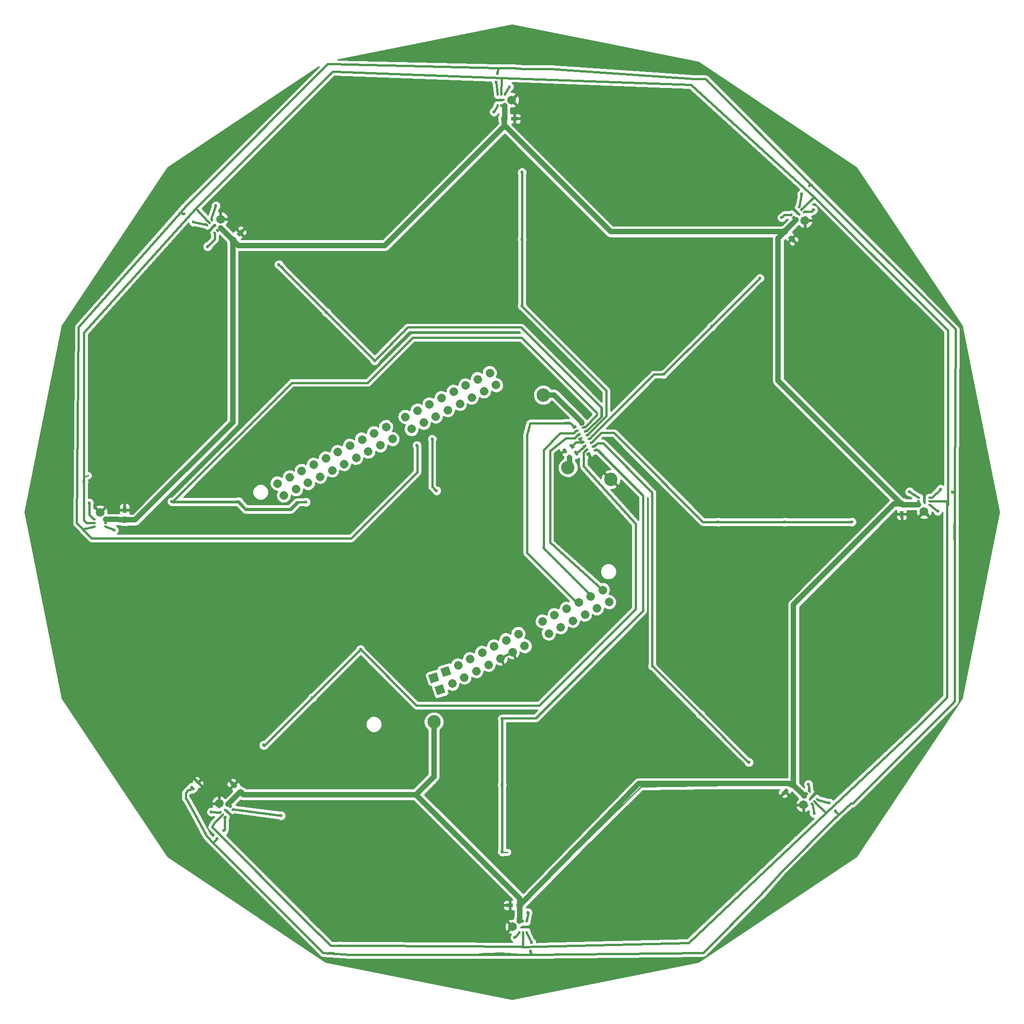
<source format=gbr>
G04 #@! TF.FileFunction,Copper,L1,Top,Signal*
%FSLAX46Y46*%
G04 Gerber Fmt 4.6, Leading zero omitted, Abs format (unit mm)*
G04 Created by KiCad (PCBNEW 4.0.7) date 03/16/18 10:32:41*
%MOMM*%
%LPD*%
G01*
G04 APERTURE LIST*
%ADD10C,0.100000*%
%ADD11C,2.499360*%
%ADD12R,0.750000X1.200000*%
%ADD13R,1.200000X0.750000*%
%ADD14C,1.650000*%
%ADD15R,0.400000X0.600000*%
%ADD16R,0.600000X0.400000*%
%ADD17C,1.600000*%
%ADD18C,0.600000*%
%ADD19C,0.250000*%
%ADD20C,0.400000*%
%ADD21C,1.000000*%
%ADD22C,0.254000*%
G04 APERTURE END LIST*
D10*
D11*
X126756160Y-101818440D03*
X68630800Y-130175000D03*
X64688720Y-82115660D03*
X100599240Y-43340020D03*
X148960840Y-41917620D03*
X184724040Y-74632820D03*
X187360560Y-122326400D03*
X153619200Y-160223200D03*
X104444800Y-162052000D03*
X132836920Y-79636620D03*
X137439400Y-93167200D03*
D12*
X54594760Y-102986880D03*
X54594760Y-101086880D03*
D10*
G36*
X74669150Y-51361180D02*
X74138820Y-50830850D01*
X74987348Y-49982322D01*
X75517678Y-50512652D01*
X74669150Y-51361180D01*
X74669150Y-51361180D01*
G37*
G36*
X76012652Y-50017678D02*
X75482322Y-49487348D01*
X76330850Y-48638820D01*
X76861180Y-49169150D01*
X76012652Y-50017678D01*
X76012652Y-50017678D01*
G37*
D13*
X125550000Y-28000000D03*
X127450000Y-28000000D03*
D10*
G36*
X179535090Y-151694140D02*
X180065420Y-152224470D01*
X179216892Y-153072998D01*
X178686562Y-152542668D01*
X179535090Y-151694140D01*
X179535090Y-151694140D01*
G37*
G36*
X178191588Y-153037642D02*
X178721918Y-153567972D01*
X177873390Y-154416500D01*
X177343060Y-153886170D01*
X178191588Y-153037642D01*
X178191588Y-153037642D01*
G37*
D12*
X199834500Y-100015000D03*
X199834500Y-101915000D03*
D10*
G36*
X177231300Y-48958230D02*
X177761630Y-48427900D01*
X178610158Y-49276428D01*
X178079828Y-49806758D01*
X177231300Y-48958230D01*
X177231300Y-48958230D01*
G37*
G36*
X178574802Y-50301732D02*
X179105132Y-49771402D01*
X179953660Y-50619930D01*
X179423330Y-51150260D01*
X178574802Y-50301732D01*
X178574802Y-50301732D01*
G37*
D13*
X128470700Y-174993300D03*
X126570700Y-174993300D03*
D10*
G36*
X77022700Y-153997930D02*
X76492370Y-154528260D01*
X75643842Y-153679732D01*
X76174172Y-153149402D01*
X77022700Y-153997930D01*
X77022700Y-153997930D01*
G37*
G36*
X75679198Y-152654428D02*
X75148868Y-153184758D01*
X74300340Y-152336230D01*
X74830670Y-151805900D01*
X75679198Y-152654428D01*
X75679198Y-152654428D01*
G37*
G36*
X138942707Y-89989774D02*
X139426277Y-90748826D01*
X139004581Y-91017476D01*
X138521011Y-90258424D01*
X138942707Y-89989774D01*
X138942707Y-89989774D01*
G37*
G36*
X137677619Y-90795724D02*
X138161189Y-91554776D01*
X137739493Y-91823426D01*
X137255923Y-91064374D01*
X137677619Y-90795724D01*
X137677619Y-90795724D01*
G37*
G36*
X138120416Y-88743113D02*
X138590664Y-89510489D01*
X138164344Y-89771739D01*
X137694096Y-89004363D01*
X138120416Y-88743113D01*
X138120416Y-88743113D01*
G37*
G36*
X136841456Y-89526861D02*
X137311704Y-90294237D01*
X136885384Y-90555487D01*
X136415136Y-89788111D01*
X136841456Y-89526861D01*
X136841456Y-89526861D01*
G37*
G36*
X140028920Y-87417433D02*
X140227472Y-87798848D01*
X139553344Y-88149777D01*
X139354792Y-87768362D01*
X140028920Y-87417433D01*
X140028920Y-87417433D01*
G37*
G36*
X141377177Y-86715575D02*
X141575729Y-87096990D01*
X140901601Y-87447919D01*
X140703049Y-87066504D01*
X141377177Y-86715575D01*
X141377177Y-86715575D01*
G37*
G36*
X140398319Y-88127041D02*
X140596871Y-88508456D01*
X139922743Y-88859385D01*
X139724191Y-88477970D01*
X140398319Y-88127041D01*
X140398319Y-88127041D01*
G37*
G36*
X141746576Y-87425183D02*
X141945128Y-87806598D01*
X141271000Y-88157527D01*
X141072448Y-87776112D01*
X141746576Y-87425183D01*
X141746576Y-87425183D01*
G37*
G36*
X139659521Y-86707824D02*
X139858073Y-87089239D01*
X139183945Y-87440168D01*
X138985393Y-87058753D01*
X139659521Y-86707824D01*
X139659521Y-86707824D01*
G37*
G36*
X140767718Y-88836650D02*
X140966270Y-89218065D01*
X140292142Y-89568994D01*
X140093590Y-89187579D01*
X140767718Y-88836650D01*
X140767718Y-88836650D01*
G37*
G36*
X142115975Y-88134792D02*
X142314527Y-88516207D01*
X141640399Y-88867136D01*
X141441847Y-88485721D01*
X142115975Y-88134792D01*
X142115975Y-88134792D01*
G37*
G36*
X141007778Y-86005966D02*
X141206330Y-86387381D01*
X140532202Y-86738310D01*
X140333650Y-86356895D01*
X141007778Y-86005966D01*
X141007778Y-86005966D01*
G37*
G36*
X141137117Y-89546259D02*
X141335669Y-89927674D01*
X140661541Y-90278603D01*
X140462989Y-89897188D01*
X141137117Y-89546259D01*
X141137117Y-89546259D01*
G37*
G36*
X141506516Y-90255867D02*
X141705068Y-90637282D01*
X141030940Y-90988211D01*
X140832388Y-90606796D01*
X141506516Y-90255867D01*
X141506516Y-90255867D01*
G37*
G36*
X138920724Y-85288607D02*
X139119276Y-85670022D01*
X138445148Y-86020951D01*
X138246596Y-85639536D01*
X138920724Y-85288607D01*
X138920724Y-85288607D01*
G37*
G36*
X139290123Y-85998215D02*
X139488675Y-86379630D01*
X138814547Y-86730559D01*
X138615995Y-86349144D01*
X139290123Y-85998215D01*
X139290123Y-85998215D01*
G37*
G36*
X140638379Y-85296357D02*
X140836931Y-85677772D01*
X140162803Y-86028701D01*
X139964251Y-85647286D01*
X140638379Y-85296357D01*
X140638379Y-85296357D01*
G37*
G36*
X140268980Y-84586749D02*
X140467532Y-84968164D01*
X139793404Y-85319093D01*
X139594852Y-84937678D01*
X140268980Y-84586749D01*
X140268980Y-84586749D01*
G37*
G36*
X142854772Y-89554009D02*
X143053324Y-89935424D01*
X142379196Y-90286353D01*
X142180644Y-89904938D01*
X142854772Y-89554009D01*
X142854772Y-89554009D01*
G37*
G36*
X142485373Y-88844401D02*
X142683925Y-89225816D01*
X142009797Y-89576745D01*
X141811245Y-89195330D01*
X142485373Y-88844401D01*
X142485373Y-88844401D01*
G37*
G36*
X67393531Y-153577705D02*
X66757135Y-152941309D01*
X67110689Y-152587755D01*
X67747085Y-153224151D01*
X67393531Y-153577705D01*
X67393531Y-153577705D01*
G37*
G36*
X68454191Y-152517045D02*
X67817795Y-151880649D01*
X68171349Y-151527095D01*
X68807745Y-152163491D01*
X68454191Y-152517045D01*
X68454191Y-152517045D01*
G37*
G36*
X73264430Y-158894291D02*
X72981588Y-158611449D01*
X73405852Y-158187185D01*
X73688694Y-158470027D01*
X73264430Y-158894291D01*
X73264430Y-158894291D01*
G37*
G36*
X72345191Y-157975052D02*
X72062349Y-157692210D01*
X72486613Y-157267946D01*
X72769455Y-157550788D01*
X72345191Y-157975052D01*
X72345191Y-157975052D01*
G37*
G36*
X72804811Y-158434671D02*
X72521969Y-158151829D01*
X72946233Y-157727565D01*
X73229075Y-158010407D01*
X72804811Y-158434671D01*
X72804811Y-158434671D01*
G37*
G36*
X74774103Y-157377547D02*
X74491261Y-157094705D01*
X74915525Y-156670441D01*
X75198367Y-156953283D01*
X74774103Y-157377547D01*
X74774103Y-157377547D01*
G37*
G36*
X74318019Y-156921463D02*
X74035177Y-156638621D01*
X74459441Y-156214357D01*
X74742283Y-156497199D01*
X74318019Y-156921463D01*
X74318019Y-156921463D01*
G37*
G36*
X73858400Y-156461843D02*
X73575558Y-156179001D01*
X73999822Y-155754737D01*
X74282664Y-156037579D01*
X73858400Y-156461843D01*
X73858400Y-156461843D01*
G37*
D14*
X72274481Y-155959798D03*
D15*
X129680000Y-180070000D03*
X128380000Y-180070000D03*
X129030000Y-180070000D03*
X129675000Y-177930000D03*
X129030000Y-177930000D03*
X128380000Y-177930000D03*
D14*
X127105000Y-178995000D03*
D10*
G36*
X180735570Y-44105709D02*
X181018412Y-44388551D01*
X180594148Y-44812815D01*
X180311306Y-44529973D01*
X180735570Y-44105709D01*
X180735570Y-44105709D01*
G37*
G36*
X181654809Y-45024948D02*
X181937651Y-45307790D01*
X181513387Y-45732054D01*
X181230545Y-45449212D01*
X181654809Y-45024948D01*
X181654809Y-45024948D01*
G37*
G36*
X181195189Y-44565329D02*
X181478031Y-44848171D01*
X181053767Y-45272435D01*
X180770925Y-44989593D01*
X181195189Y-44565329D01*
X181195189Y-44565329D01*
G37*
G36*
X179225897Y-45622453D02*
X179508739Y-45905295D01*
X179084475Y-46329559D01*
X178801633Y-46046717D01*
X179225897Y-45622453D01*
X179225897Y-45622453D01*
G37*
G36*
X179681981Y-46078537D02*
X179964823Y-46361379D01*
X179540559Y-46785643D01*
X179257717Y-46502801D01*
X179681981Y-46078537D01*
X179681981Y-46078537D01*
G37*
G36*
X180141600Y-46538157D02*
X180424442Y-46820999D01*
X180000178Y-47245263D01*
X179717336Y-46962421D01*
X180141600Y-46538157D01*
X180141600Y-46538157D01*
G37*
D14*
X181725519Y-47040202D03*
D16*
X205070000Y-98820000D03*
X205070000Y-100120000D03*
X205070000Y-99470000D03*
X202930000Y-98825000D03*
X202930000Y-99470000D03*
X202930000Y-100120000D03*
D14*
X203995000Y-101395000D03*
D10*
G36*
X184394291Y-155235570D02*
X184111449Y-155518412D01*
X183687185Y-155094148D01*
X183970027Y-154811306D01*
X184394291Y-155235570D01*
X184394291Y-155235570D01*
G37*
G36*
X183475052Y-156154809D02*
X183192210Y-156437651D01*
X182767946Y-156013387D01*
X183050788Y-155730545D01*
X183475052Y-156154809D01*
X183475052Y-156154809D01*
G37*
G36*
X183934671Y-155695189D02*
X183651829Y-155978031D01*
X183227565Y-155553767D01*
X183510407Y-155270925D01*
X183934671Y-155695189D01*
X183934671Y-155695189D01*
G37*
G36*
X182877547Y-153725897D02*
X182594705Y-154008739D01*
X182170441Y-153584475D01*
X182453283Y-153301633D01*
X182877547Y-153725897D01*
X182877547Y-153725897D01*
G37*
G36*
X182421463Y-154181981D02*
X182138621Y-154464823D01*
X181714357Y-154040559D01*
X181997199Y-153757717D01*
X182421463Y-154181981D01*
X182421463Y-154181981D01*
G37*
G36*
X181961843Y-154641600D02*
X181679001Y-154924442D01*
X181254737Y-154500178D01*
X181537579Y-154217336D01*
X181961843Y-154641600D01*
X181961843Y-154641600D01*
G37*
D14*
X181459798Y-156225519D03*
D15*
X124320000Y-23430000D03*
X125620000Y-23430000D03*
X124970000Y-23430000D03*
X124325000Y-25570000D03*
X124970000Y-25570000D03*
X125620000Y-25570000D03*
D14*
X126895000Y-24505000D03*
D10*
G36*
X69605709Y-47764430D02*
X69888551Y-47481588D01*
X70312815Y-47905852D01*
X70029973Y-48188694D01*
X69605709Y-47764430D01*
X69605709Y-47764430D01*
G37*
G36*
X70524948Y-46845191D02*
X70807790Y-46562349D01*
X71232054Y-46986613D01*
X70949212Y-47269455D01*
X70524948Y-46845191D01*
X70524948Y-46845191D01*
G37*
G36*
X70065329Y-47304811D02*
X70348171Y-47021969D01*
X70772435Y-47446233D01*
X70489593Y-47729075D01*
X70065329Y-47304811D01*
X70065329Y-47304811D01*
G37*
G36*
X71122453Y-49274103D02*
X71405295Y-48991261D01*
X71829559Y-49415525D01*
X71546717Y-49698367D01*
X71122453Y-49274103D01*
X71122453Y-49274103D01*
G37*
G36*
X71578537Y-48818019D02*
X71861379Y-48535177D01*
X72285643Y-48959441D01*
X72002801Y-49242283D01*
X71578537Y-48818019D01*
X71578537Y-48818019D01*
G37*
G36*
X72038157Y-48358400D02*
X72320999Y-48075558D01*
X72745263Y-48499822D01*
X72462421Y-48782664D01*
X72038157Y-48358400D01*
X72038157Y-48358400D01*
G37*
D14*
X72540202Y-46774481D03*
D16*
X48930000Y-104180000D03*
X48930000Y-102880000D03*
X48930000Y-103530000D03*
X51070000Y-104175000D03*
X51070000Y-103530000D03*
X51070000Y-102880000D03*
D14*
X50005000Y-101605000D03*
D11*
X112395000Y-140703300D03*
X145440400Y-95389700D03*
D17*
X121726111Y-78920525D02*
X121726111Y-78920525D01*
X123979119Y-77747684D02*
X123979119Y-77747684D01*
X88835749Y-96042164D02*
X88835749Y-96042164D01*
X91088757Y-94869323D02*
X91088757Y-94869323D01*
X93341764Y-93696481D02*
X93341764Y-93696481D01*
X95594772Y-92523640D02*
X95594772Y-92523640D01*
X97847779Y-91350798D02*
X97847779Y-91350798D01*
X100100787Y-90177957D02*
X100100787Y-90177957D01*
X102353795Y-89005115D02*
X102353795Y-89005115D01*
X104606802Y-87832274D02*
X104606802Y-87832274D01*
X108208066Y-85957574D02*
X108208066Y-85957574D01*
X110461074Y-84784733D02*
X110461074Y-84784733D01*
X112714081Y-83611891D02*
X112714081Y-83611891D01*
X114967089Y-82439050D02*
X114967089Y-82439050D01*
X117220096Y-81266208D02*
X117220096Y-81266208D01*
X119473104Y-80093367D02*
X119473104Y-80093367D01*
X86582742Y-97215006D02*
X86582742Y-97215006D01*
X84329734Y-98387847D02*
X84329734Y-98387847D01*
X143917424Y-116048812D02*
X143917424Y-116048812D01*
X141664416Y-117221653D02*
X141664416Y-117221653D01*
X139411409Y-118394495D02*
X139411409Y-118394495D01*
X137158401Y-119567336D02*
X137158401Y-119567336D01*
X134905394Y-120740178D02*
X134905394Y-120740178D01*
X132652386Y-121913019D02*
X132652386Y-121913019D01*
X128146371Y-124258702D02*
X128146371Y-124258702D01*
X125893364Y-125431544D02*
X125893364Y-125431544D01*
X123640356Y-126604385D02*
X123640356Y-126604385D01*
X121387349Y-127777227D02*
X121387349Y-127777227D01*
X119134341Y-128950068D02*
X119134341Y-128950068D01*
X116881334Y-130122910D02*
X116881334Y-130122910D01*
D10*
G36*
X113624788Y-130773342D02*
X115150735Y-130292213D01*
X115631864Y-131818160D01*
X114105917Y-132299289D01*
X113624788Y-130773342D01*
X113624788Y-130773342D01*
G37*
G36*
X111371781Y-131946183D02*
X112897728Y-131465054D01*
X113378857Y-132991001D01*
X111852910Y-133472130D01*
X111371781Y-131946183D01*
X111371781Y-131946183D01*
G37*
D17*
X83156893Y-96134840D02*
X83156893Y-96134840D01*
X85409900Y-94961998D02*
X85409900Y-94961998D01*
D10*
G36*
X112544622Y-134199191D02*
X114070569Y-133718062D01*
X114551698Y-135244009D01*
X113025751Y-135725138D01*
X112544622Y-134199191D01*
X112544622Y-134199191D01*
G37*
D17*
X118300262Y-77840359D02*
X118300262Y-77840359D01*
X115801168Y-133548759D02*
X115801168Y-133548759D01*
X116047255Y-79013201D02*
X116047255Y-79013201D01*
X118054175Y-132375917D02*
X118054175Y-132375917D01*
X113794247Y-80186042D02*
X113794247Y-80186042D01*
X120307183Y-131203076D02*
X120307183Y-131203076D01*
X111541240Y-81358884D02*
X111541240Y-81358884D01*
X122560190Y-130030234D02*
X122560190Y-130030234D01*
X109288232Y-82531725D02*
X109288232Y-82531725D01*
X124813198Y-128857393D02*
X124813198Y-128857393D01*
X107035225Y-83704567D02*
X107035225Y-83704567D01*
X127066205Y-127684551D02*
X127066205Y-127684551D01*
X103433961Y-85579266D02*
X103433961Y-85579266D01*
X129319213Y-126511710D02*
X129319213Y-126511710D01*
X101180953Y-86752108D02*
X101180953Y-86752108D01*
X133825228Y-124166027D02*
X133825228Y-124166027D01*
X98927946Y-87924949D02*
X98927946Y-87924949D01*
X136078235Y-122993185D02*
X136078235Y-122993185D01*
X96674938Y-89097791D02*
X96674938Y-89097791D01*
X138331243Y-121820344D02*
X138331243Y-121820344D01*
X94421930Y-90270632D02*
X94421930Y-90270632D01*
X140584250Y-120647502D02*
X140584250Y-120647502D01*
X92168923Y-91443474D02*
X92168923Y-91443474D01*
X142837258Y-119474661D02*
X142837258Y-119474661D01*
X89915915Y-92616315D02*
X89915915Y-92616315D01*
X145090265Y-118301819D02*
X145090265Y-118301819D01*
X87662908Y-93789157D02*
X87662908Y-93789157D01*
X122806277Y-75494677D02*
X122806277Y-75494677D01*
X120553270Y-76667518D02*
X120553270Y-76667518D01*
D18*
X126720600Y-101650800D03*
X46962972Y-95866699D03*
X47971710Y-99787710D03*
X109208570Y-89038430D03*
X71856600Y-162572700D03*
X73152000Y-161048700D03*
X67437000Y-47282100D03*
X65722500Y-45796200D03*
X207091280Y-97231200D03*
X209283300Y-97802700D03*
X130647440Y-181945280D03*
X130479800Y-183537860D03*
X187452000Y-157391100D03*
X186275980Y-155849320D03*
X182613300Y-40576500D03*
X181127400Y-42100500D03*
X124053600Y-21178520D03*
X124282200Y-19507200D03*
X123596400Y-26708100D03*
X183299100Y-45072300D03*
X177393600Y-46482000D03*
X206540100Y-101307900D03*
X129921000Y-176326800D03*
X70789800Y-157543500D03*
X201279760Y-97734120D03*
X183426100Y-157777180D03*
X71653400Y-44272200D03*
X52638960Y-104886760D03*
X127518160Y-181023260D03*
X182364380Y-152356820D03*
X70136380Y-51863620D03*
X126492000Y-22059900D03*
X63423800Y-99522280D03*
X75885040Y-99522280D03*
X88500000Y-99650000D03*
X101308148Y-73191852D03*
X92308148Y-64191852D03*
X83428840Y-55265320D03*
X128850000Y-63000000D03*
X128850000Y-50500000D03*
X128850000Y-38000000D03*
X155281900Y-75781900D03*
X164308148Y-66808148D03*
X173308148Y-57808148D03*
X165500000Y-103350000D03*
X178000000Y-103350000D03*
X190500000Y-103350000D03*
X153205400Y-130294600D03*
X162191852Y-139308148D03*
X171233340Y-148266660D03*
X125150000Y-165000000D03*
X125171200Y-140147040D03*
X125150000Y-152500000D03*
X98691852Y-127191852D03*
X89691852Y-136191852D03*
X80578960Y-145064480D03*
X83847940Y-158224220D03*
X112058450Y-87877650D03*
X112890300Y-97497900D03*
D19*
X141268728Y-90622039D02*
X141268728Y-91218028D01*
X141268728Y-91218028D02*
X145440400Y-95389700D01*
D20*
X208292700Y-99661980D02*
X208292700Y-136095740D01*
X208292700Y-136095740D02*
X203017431Y-141371009D01*
D19*
X47000000Y-95000000D02*
X47000000Y-94889160D01*
X46939200Y-94828360D02*
X47000000Y-94828360D01*
X47000000Y-94889160D02*
X46939200Y-94828360D01*
D20*
X47000000Y-95890080D02*
X46986353Y-95890080D01*
X46986353Y-95890080D02*
X46962972Y-95866699D01*
X93878182Y-19228599D02*
X93424441Y-19228599D01*
X93424441Y-19228599D02*
X67882400Y-44770640D01*
X99860100Y-182532020D02*
X93111320Y-182532020D01*
X70939660Y-160367980D02*
X71358760Y-159597880D01*
X71358760Y-159597880D02*
X72875522Y-158081118D01*
X88582500Y-178010820D02*
X70939660Y-160367980D01*
X93111320Y-182532020D02*
X88582500Y-178003200D01*
X88582500Y-178003200D02*
X88582500Y-178010820D01*
D19*
X181124478Y-44875522D02*
X183563740Y-42738520D01*
D20*
X183569610Y-42744390D02*
X183298970Y-42744390D01*
X183298970Y-42744390D02*
X181124478Y-44918882D01*
X205191360Y-64366140D02*
X205259940Y-64366140D01*
X205191360Y-64366140D02*
X183569610Y-42744390D01*
X208432538Y-92887800D02*
X208432538Y-89255738D01*
X205259940Y-64366140D02*
X208432538Y-67538738D01*
X208432538Y-67538738D02*
X208432538Y-89255738D01*
X183581118Y-155624478D02*
X183581118Y-155657318D01*
X183581118Y-155657318D02*
X185647700Y-157723900D01*
X129057940Y-182699660D02*
X99860100Y-182532020D01*
D19*
X99860100Y-182532020D02*
X95107760Y-182532020D01*
X95107760Y-182532020D02*
X95079820Y-182532020D01*
X95079820Y-182532020D02*
X94940120Y-182392320D01*
D20*
X183569610Y-42744390D02*
X183563740Y-42738520D01*
X205070000Y-99470000D02*
X208100720Y-99470000D01*
X208100720Y-99470000D02*
X208292700Y-99661980D01*
X208292700Y-99661980D02*
X208432538Y-99801818D01*
X208432538Y-100135955D02*
X208432538Y-99801818D01*
X203017431Y-141371009D02*
X185647700Y-157723900D01*
X208432538Y-99801818D02*
X208432538Y-92887800D01*
D19*
X208432538Y-92887800D02*
X208432538Y-92760938D01*
D20*
X129030000Y-180070000D02*
X129057940Y-182699660D01*
X129057940Y-182699660D02*
X129030000Y-182445120D01*
X129030000Y-182445120D02*
X128882798Y-182787902D01*
X160000000Y-182000000D02*
X185647700Y-157723900D01*
X131899920Y-182726440D02*
X160000000Y-182000000D01*
X128882798Y-182787902D02*
X131899920Y-182726440D01*
D19*
X47828200Y-94678500D02*
X47000000Y-95000000D01*
D20*
X47000000Y-103000000D02*
X47000000Y-95890080D01*
X47000000Y-95890080D02*
X47000000Y-94828360D01*
X47530000Y-103530000D02*
X47000000Y-103000000D01*
X47530000Y-103530000D02*
X48930000Y-103530000D01*
X47000000Y-95000000D02*
X47000000Y-68000000D01*
X47000000Y-68000000D02*
X67882400Y-44770640D01*
X125005560Y-20384080D02*
X93878182Y-19228599D01*
X125035560Y-20354080D02*
X160458840Y-21652920D01*
X125035560Y-20354080D02*
X125005560Y-20384080D01*
X160458840Y-21652920D02*
X183563740Y-42738520D01*
X70375522Y-47375522D02*
X67882400Y-44770640D01*
D19*
X70418882Y-47375522D02*
X70375522Y-47375522D01*
X70418882Y-47375522D02*
X70275522Y-47375522D01*
X185647700Y-157723900D02*
X183624478Y-155624478D01*
X183581118Y-155624478D02*
X183624478Y-155624478D01*
X72875522Y-158081118D02*
X72875522Y-158124478D01*
D20*
X124970000Y-23430000D02*
X125005560Y-20384080D01*
D19*
X181124478Y-44918882D02*
X181124478Y-44875522D01*
D20*
X48000000Y-99783900D02*
X47975520Y-99783900D01*
X47975520Y-99783900D02*
X47971710Y-99787710D01*
X48000000Y-102000000D02*
X48000000Y-100000000D01*
X48000000Y-100000000D02*
X48000000Y-99783900D01*
X48880000Y-102880000D02*
X48000000Y-102000000D01*
X161045538Y-20572652D02*
X163122532Y-20572652D01*
X163122532Y-20572652D02*
X183230520Y-40680640D01*
X182803800Y-40309800D02*
X182859680Y-40309800D01*
X182859680Y-40309800D02*
X183230520Y-40680640D01*
X209717640Y-67167760D02*
X209894309Y-67344429D01*
X183230520Y-40680640D02*
X209717640Y-67167760D01*
X209894309Y-67344429D02*
X209894309Y-67344343D01*
X209894309Y-67344343D02*
X209726525Y-96728026D01*
X209166460Y-137416540D02*
X209166460Y-137401300D01*
X209714500Y-136853260D02*
X209714500Y-98833940D01*
X209166460Y-137401300D02*
X209714500Y-136853260D01*
X209651691Y-103689429D02*
X209714500Y-103588520D01*
X209714500Y-98833940D02*
X209714500Y-103588520D01*
X209651691Y-106623002D02*
X209651691Y-103689429D01*
X190339466Y-155930328D02*
X190652672Y-155930328D01*
X190652672Y-155930328D02*
X209166460Y-137416540D01*
X109208570Y-89038430D02*
X109319060Y-89148920D01*
X209726525Y-96728026D02*
X209726525Y-98821915D01*
X209726525Y-98821915D02*
X209714500Y-98833940D01*
X209283300Y-97802700D02*
X209593180Y-97802700D01*
X209721119Y-97674761D02*
X209721119Y-97674768D01*
X209593180Y-97802700D02*
X209721119Y-97674761D01*
X205070000Y-98820000D02*
X205502480Y-98820000D01*
X205502480Y-98820000D02*
X207091280Y-97231200D01*
X46853576Y-104736427D02*
X46853576Y-104816376D01*
X96931480Y-106413300D02*
X103629460Y-99715320D01*
X48450500Y-106413300D02*
X96931480Y-106413300D01*
X46853576Y-104816376D02*
X48450500Y-106413300D01*
X93211420Y-17791059D02*
X92571941Y-17791059D01*
X68117720Y-42245280D02*
X68117720Y-42255920D01*
X92571941Y-17791059D02*
X68117720Y-42245280D01*
X187452000Y-157391100D02*
X187452000Y-157505400D01*
X188018146Y-158071546D02*
X188018146Y-158071545D01*
X187452000Y-157505400D02*
X188018146Y-158071546D01*
X130479800Y-183537860D02*
X130479800Y-183901080D01*
X130479800Y-183901080D02*
X130786660Y-184207940D01*
X96659700Y-184218058D02*
X91675996Y-183882778D01*
X91675996Y-183882778D02*
X71224635Y-163431417D01*
X73335141Y-158540738D02*
X73335141Y-160865559D01*
X71224635Y-163204665D02*
X71224635Y-163431417D01*
X71856600Y-162572700D02*
X71224635Y-163204665D01*
X73335141Y-160865559D02*
X73152000Y-161048700D01*
X65722500Y-45796200D02*
X65455800Y-45796200D01*
X65455800Y-45796200D02*
X65078081Y-45418481D01*
X69943301Y-47835141D02*
X67437000Y-47282100D01*
X66055480Y-44358800D02*
X66014840Y-44358800D01*
X209726525Y-96728026D02*
X209721119Y-97674768D01*
X209721119Y-97674768D02*
X209714500Y-98833940D01*
X124355860Y-18513340D02*
X127038100Y-18513340D01*
X134152400Y-18675900D02*
X161045538Y-20572652D01*
X129152400Y-18675900D02*
X134152400Y-18675900D01*
X127038100Y-18513340D02*
X129152400Y-18675900D01*
X182613300Y-40576500D02*
X182613300Y-40500300D01*
X182613300Y-40500300D02*
X182803800Y-40309800D01*
X209283300Y-97802700D02*
X209359500Y-97802700D01*
X209359500Y-97802700D02*
X209626200Y-98069400D01*
D19*
X67252110Y-153082730D02*
X67236671Y-153082730D01*
D20*
X67236671Y-153082730D02*
X66873841Y-153445560D01*
X66000000Y-154000000D02*
X66000000Y-155000000D01*
X66554440Y-153445560D02*
X66000000Y-154000000D01*
X66873841Y-153445560D02*
X66554440Y-153445560D01*
X93459300Y-183882778D02*
X92628274Y-183882778D01*
X71224635Y-163431417D02*
X69893980Y-162058820D01*
X69893980Y-162058820D02*
X68161800Y-158726440D01*
X66217800Y-155217800D02*
X68161800Y-158726440D01*
X129794000Y-184218058D02*
X96659700Y-184218058D01*
D19*
X96659700Y-184218058D02*
X93459300Y-183882778D01*
X93459300Y-183882778D02*
X93345522Y-183882778D01*
X129730115Y-184218058D02*
X129794000Y-184218058D01*
D20*
X129794000Y-184218058D02*
X130786660Y-184207940D01*
X130786660Y-184207940D02*
X162687522Y-183882778D01*
X162687522Y-183882778D02*
X173344651Y-173225649D01*
X187601950Y-158455450D02*
X187210790Y-158841350D01*
X177267217Y-168784923D02*
X173344651Y-173225649D01*
X187210790Y-158841350D02*
X177267217Y-168784923D01*
X124307600Y-18551440D02*
X124355860Y-18513340D01*
X93211420Y-17791059D02*
X124307600Y-18551440D01*
X66014840Y-44358800D02*
X68117720Y-42255920D01*
X190339466Y-155930328D02*
X188018146Y-158071545D01*
X188018146Y-158071545D02*
X187601950Y-158455450D01*
D19*
X120784620Y-184033780D02*
X121583820Y-184033780D01*
X121583820Y-184033780D02*
X121667640Y-183949960D01*
X73335141Y-158540738D02*
X73335141Y-158655759D01*
D20*
X129680000Y-180070000D02*
X130635040Y-181932880D01*
X130635040Y-181932880D02*
X130647440Y-181945280D01*
D19*
X129730115Y-184218058D02*
X129730500Y-184262380D01*
X184040738Y-155164859D02*
X184040738Y-155234598D01*
D20*
X184040738Y-155234598D02*
X186192160Y-155849320D01*
X187601950Y-158455450D02*
X187361920Y-158695480D01*
X187361920Y-158611660D02*
X187361920Y-158695480D01*
X186192160Y-155849320D02*
X186275980Y-155849320D01*
D19*
X209714500Y-98833940D02*
X209664300Y-98833940D01*
X209664300Y-98833940D02*
X209714500Y-98833940D01*
X180664859Y-44459262D02*
X180709198Y-44459262D01*
D20*
X180709198Y-44459262D02*
X181127400Y-42100500D01*
X124320000Y-23430000D02*
X124055840Y-21180760D01*
X124055840Y-21180760D02*
X124053600Y-21178520D01*
X124282200Y-19507200D02*
X124355860Y-18513340D01*
D19*
X124355860Y-18513340D02*
X124355860Y-18564860D01*
X124355860Y-18564860D02*
X124355860Y-18513340D01*
X69959262Y-47835141D02*
X69943301Y-47835141D01*
D20*
X109319060Y-89148920D02*
X109319060Y-89433400D01*
X109319060Y-89433400D02*
X109319060Y-94025720D01*
X109319060Y-94025720D02*
X103629460Y-99715320D01*
D19*
X66000000Y-155000000D02*
X66217800Y-155217800D01*
X66217800Y-155217800D02*
X66217800Y-155290520D01*
X66217800Y-155290520D02*
X66217800Y-155217800D01*
X121667640Y-183949960D02*
X122667640Y-183949960D01*
X129730500Y-184262380D02*
X125000000Y-183850900D01*
X125000000Y-183850900D02*
X122667640Y-183949960D01*
X66000000Y-155000000D02*
X66217800Y-155217800D01*
D20*
X46000000Y-67000000D02*
X65078081Y-45418481D01*
X46844720Y-104738800D02*
X46853576Y-104736427D01*
X46853576Y-104736427D02*
X48930000Y-104180000D01*
X46844720Y-104738800D02*
X45664720Y-103558800D01*
X45664720Y-103558800D02*
X46000000Y-67000000D01*
X65078081Y-45418481D02*
X66014840Y-44358800D01*
D19*
X120919100Y-184033780D02*
X120784620Y-184033780D01*
X73335141Y-158540738D02*
X73540738Y-158540738D01*
D20*
X181584098Y-45378501D02*
X182992899Y-45378501D01*
X182992899Y-45378501D02*
X183299100Y-45072300D01*
X124325000Y-25570000D02*
X123677300Y-26627200D01*
X123677300Y-26627200D02*
X123596400Y-26708100D01*
X183375300Y-44996100D02*
X183299100Y-45072300D01*
D19*
X181584098Y-45378501D02*
X181773699Y-45378501D01*
X124325000Y-25570000D02*
X124325000Y-25675000D01*
X124325000Y-25570000D02*
X124325000Y-25525000D01*
D20*
X179155186Y-45976006D02*
X177899594Y-45976006D01*
X177899594Y-45976006D02*
X177393600Y-46482000D01*
D19*
X179155186Y-45976006D02*
X179155186Y-46041214D01*
D20*
X205070000Y-100120000D02*
X206529120Y-101318880D01*
X206529120Y-101318880D02*
X206540100Y-101307900D01*
D19*
X205070000Y-100120000D02*
X205120000Y-100120000D01*
D20*
X129675000Y-177930000D02*
X130010280Y-176416080D01*
X130010280Y-176416080D02*
X129921000Y-176326800D01*
X72324701Y-157621499D02*
X70789800Y-157543500D01*
D19*
X72415902Y-157621499D02*
X72324701Y-157621499D01*
D20*
X201308920Y-97763280D02*
X201279760Y-97734120D01*
X202930000Y-98825000D02*
X201308920Y-97763280D01*
D19*
X183121499Y-156084098D02*
X183121499Y-156146699D01*
D20*
X183121499Y-156146699D02*
X183426100Y-157777180D01*
X70878501Y-46403061D02*
X70878501Y-46915902D01*
X71653400Y-44272200D02*
X70878501Y-46403061D01*
X51070000Y-104175000D02*
X52541880Y-104789680D01*
X52541880Y-104789680D02*
X52638960Y-104886760D01*
D19*
X51070000Y-104175000D02*
X51175000Y-104175000D01*
X51070000Y-104175000D02*
X51070000Y-104230000D01*
X70878501Y-46915902D02*
X70815902Y-46915902D01*
D20*
X182523994Y-153655186D02*
X182523994Y-153186994D01*
X182523994Y-153186994D02*
X182364380Y-152356820D01*
X127625620Y-180915800D02*
X127518160Y-181023260D01*
X128380000Y-180070000D02*
X127625620Y-180915800D01*
D19*
X182523994Y-153655186D02*
X182382586Y-153655186D01*
X182382586Y-153655186D02*
X182364380Y-152356820D01*
D20*
X125620000Y-23430000D02*
X126437880Y-22114020D01*
X126437880Y-22114020D02*
X126492000Y-22059900D01*
X71476006Y-50523994D02*
X70136380Y-51863620D01*
X70136380Y-51863620D02*
X70000000Y-52000000D01*
X71476006Y-49344814D02*
X71476006Y-50523994D01*
D19*
X71476006Y-49344814D02*
X71476006Y-49523994D01*
X125620000Y-23430000D02*
X125620000Y-23380000D01*
D20*
X138973644Y-90503625D02*
X139648227Y-90084525D01*
X139648227Y-90084525D02*
X140529930Y-89202822D01*
D21*
X137708556Y-91309575D02*
X137746656Y-92859944D01*
X137746656Y-92859944D02*
X137439400Y-93167200D01*
X132836920Y-79636620D02*
X134901940Y-79636620D01*
X134901940Y-79636620D02*
X140031192Y-84765872D01*
X140031192Y-84765872D02*
X140031192Y-84952921D01*
X112395000Y-140703300D02*
X112395000Y-150952200D01*
X112395000Y-150952200D02*
X109042200Y-154305000D01*
X76333271Y-153838831D02*
X76198570Y-153838831D01*
X76198570Y-153838831D02*
X73929111Y-156108290D01*
X128470700Y-174993300D02*
X128470700Y-173733500D01*
X128470700Y-173733500D02*
X109042200Y-154305000D01*
X76799440Y-154305000D02*
X76333271Y-153838831D01*
X109042200Y-154305000D02*
X76799440Y-154305000D01*
X128470700Y-174993300D02*
X128470700Y-177839300D01*
X128470700Y-177839300D02*
X128380000Y-177930000D01*
X179375991Y-152383569D02*
X178977369Y-152383569D01*
X178977369Y-152383569D02*
X178841400Y-152247600D01*
X150677920Y-152247600D02*
X128470700Y-174993300D01*
X178841400Y-152247600D02*
X150677920Y-152247600D01*
X179375991Y-152383569D02*
X179420970Y-152383569D01*
X179420970Y-152383569D02*
X181228551Y-154191150D01*
X181228551Y-154191150D02*
X181608290Y-154570889D01*
X199834500Y-100015000D02*
X198389200Y-100015000D01*
X179603400Y-118800800D02*
X179603400Y-152156160D01*
X198389200Y-100015000D02*
X179603400Y-118800800D01*
X179603400Y-152156160D02*
X179375991Y-152383569D01*
X199834500Y-100015000D02*
X199760800Y-100015000D01*
X199760800Y-100015000D02*
X176707800Y-76962000D01*
X176707800Y-50330258D02*
X177920729Y-49117329D01*
X176707800Y-76962000D02*
X176707800Y-50330258D01*
X202930000Y-100120000D02*
X199939500Y-100120000D01*
X199939500Y-100120000D02*
X199834500Y-100015000D01*
X177920729Y-49117329D02*
X177920729Y-49041870D01*
X177920729Y-49041870D02*
X180070889Y-46891710D01*
X125550000Y-28000000D02*
X125550000Y-29233200D01*
X145434129Y-49117329D02*
X177920729Y-49117329D01*
X125550000Y-29233200D02*
X145434129Y-49117329D01*
X125620000Y-25570000D02*
X125620000Y-27930000D01*
X125620000Y-27930000D02*
X125550000Y-28000000D01*
X125550000Y-28000000D02*
X125550000Y-29349360D01*
X75845498Y-51689000D02*
X74828249Y-50671751D01*
X103210360Y-51689000D02*
X75845498Y-51689000D01*
X125550000Y-29349360D02*
X103210360Y-51689000D01*
X74828249Y-50671751D02*
X74828249Y-84734551D01*
X74828249Y-84734551D02*
X56575920Y-102986880D01*
X56575920Y-102986880D02*
X54594760Y-102986880D01*
D19*
X115801168Y-133548759D02*
X116213259Y-133548759D01*
X112395000Y-140703300D02*
X112948936Y-140703300D01*
X202930000Y-100120000D02*
X200430000Y-100120000D01*
X200430000Y-100120000D02*
X199834500Y-100015000D01*
X202930000Y-99470000D02*
X202930000Y-100120000D01*
X179375991Y-152383569D02*
X151121751Y-152828249D01*
X151121751Y-152828249D02*
X128470700Y-174993300D01*
X128470700Y-174993300D02*
X127950000Y-177500000D01*
X127950000Y-177500000D02*
X128380000Y-177930000D01*
X179375991Y-152383569D02*
X179569890Y-152383569D01*
X179569890Y-152383569D02*
X181608290Y-154570889D01*
X180070889Y-47085609D02*
X177920729Y-49117329D01*
X125620000Y-27930000D02*
X125550000Y-28000000D01*
D21*
X52430000Y-102880000D02*
X54594760Y-102986880D01*
X51070000Y-102880000D02*
X52430000Y-102880000D01*
D20*
X51070000Y-103530000D02*
X51070000Y-102880000D01*
D19*
X71932090Y-48888730D02*
X71932091Y-48888730D01*
X71932091Y-48888730D02*
X72391710Y-48429111D01*
X72391710Y-48429111D02*
X72585609Y-48429111D01*
D21*
X72585609Y-48429111D02*
X74828249Y-50671751D01*
D19*
X182000000Y-154000000D02*
X182067910Y-154111270D01*
X181608290Y-154570889D02*
X181608290Y-154391710D01*
X181608290Y-154391710D02*
X182000000Y-154000000D01*
X128380000Y-177930000D02*
X129030000Y-177930000D01*
X74388730Y-156567910D02*
X74388730Y-156567909D01*
X74388730Y-156567909D02*
X73929111Y-156108290D01*
X73929111Y-156108290D02*
X73929111Y-155914391D01*
X73929111Y-155914391D02*
X76333271Y-153838831D01*
X140031192Y-84952921D02*
X140031192Y-84765872D01*
X140031192Y-84765872D02*
X134901940Y-79636620D01*
X179611270Y-46432090D02*
X179611270Y-46611270D01*
X179611270Y-46611270D02*
X180000000Y-47000000D01*
X180070889Y-46891710D02*
X180070889Y-47085609D01*
X180000000Y-47000000D02*
X180070889Y-46891710D01*
D20*
X140160531Y-88493213D02*
X138906593Y-88493213D01*
X138906593Y-88493213D02*
X138142380Y-89257426D01*
X139791132Y-87783605D02*
X139791132Y-88123814D01*
X139791132Y-88123814D02*
X140160531Y-88493213D01*
X138168158Y-89302989D02*
X138408011Y-89302989D01*
X139791132Y-87783605D02*
X139508295Y-87783605D01*
X86773300Y-99650000D02*
X88500000Y-99650000D01*
X88500000Y-99650000D02*
X87100960Y-99650000D01*
X87100960Y-99650000D02*
X86773300Y-99650000D01*
X75885040Y-99522280D02*
X75885040Y-99745800D01*
X85664040Y-101086920D02*
X87100960Y-99650000D01*
X77226160Y-101086920D02*
X85664040Y-101086920D01*
X75885040Y-99745800D02*
X77226160Y-101086920D01*
X63423800Y-99522280D02*
X75885040Y-99522280D01*
X63525760Y-99624240D02*
X63500000Y-99650000D01*
X63423800Y-99522280D02*
X63525760Y-99624240D01*
X75885040Y-99522280D02*
X76000000Y-99637240D01*
X76000000Y-99637240D02*
X76000000Y-99650000D01*
X86773300Y-99650000D02*
X85521800Y-100901500D01*
X85521800Y-100901500D02*
X77251500Y-100901500D01*
X77251500Y-100901500D02*
X76000000Y-99650000D01*
D19*
X140400591Y-85662529D02*
X140595591Y-85662529D01*
D20*
X140595591Y-85662529D02*
X142829280Y-83428840D01*
X85807000Y-77343000D02*
X63500000Y-99650000D01*
X100012500Y-77343000D02*
X85807000Y-77343000D01*
X108458000Y-68897500D02*
X100012500Y-77343000D01*
X128744980Y-68897500D02*
X108458000Y-68897500D01*
X142829280Y-82981800D02*
X128744980Y-68897500D01*
X142829280Y-83428840D02*
X142829280Y-82981800D01*
D19*
X140400591Y-85662529D02*
X140676871Y-85662529D01*
D20*
X63500000Y-99650000D02*
X76000000Y-99650000D01*
X84159608Y-55996088D02*
X84159608Y-56043312D01*
X83428840Y-55265320D02*
X84159608Y-55996088D01*
X92308148Y-64191852D02*
X101308148Y-73191852D01*
X83308148Y-55191852D02*
X84159608Y-56043312D01*
X84159608Y-56043312D02*
X92308148Y-64191852D01*
X140769990Y-86372138D02*
X140965312Y-86372138D01*
X140965312Y-86372138D02*
X143723360Y-83614090D01*
X128663700Y-67000120D02*
X107499880Y-67000120D01*
X143723360Y-82059780D02*
X128663700Y-67000120D01*
X143723360Y-83614090D02*
X143723360Y-82059780D01*
X107499880Y-67000120D02*
X101308148Y-73191852D01*
D19*
X140769990Y-86372138D02*
X140891822Y-86372138D01*
X140891822Y-86372138D02*
X142214600Y-85049360D01*
X140891822Y-86372138D02*
X142214600Y-85049360D01*
X142214600Y-85049360D02*
X143555720Y-83708240D01*
X143555720Y-83708240D02*
X143555720Y-82087720D01*
X128468120Y-67000120D02*
X107499880Y-67000120D01*
X107499880Y-67000120D02*
X101308148Y-73191852D01*
D20*
X128850000Y-63000000D02*
X128859280Y-62990720D01*
X128859280Y-60685680D02*
X128850000Y-60685680D01*
X128859280Y-62990720D02*
X128859280Y-60685680D01*
X128850000Y-38000000D02*
X128850000Y-50500000D01*
X128850000Y-63079240D02*
X128850000Y-63000000D01*
X144617440Y-78846680D02*
X128850000Y-63079240D01*
X144617440Y-83568540D02*
X144617440Y-78846680D01*
X128850000Y-50500000D02*
X128850000Y-60685680D01*
X128850000Y-60685680D02*
X128850000Y-63000000D01*
X141139389Y-87081747D02*
X141139389Y-87046591D01*
X141139389Y-87046591D02*
X144617440Y-83568540D01*
X144617440Y-83568540D02*
X144645380Y-83540600D01*
X155299528Y-75799528D02*
X155281900Y-75781900D01*
X155299528Y-75799528D02*
X155316768Y-75799528D01*
X155308148Y-75808148D02*
X155316768Y-75799528D01*
X173308148Y-57808148D02*
X173282188Y-57834108D01*
X173282188Y-57834108D02*
X173308148Y-57808148D01*
X164308148Y-66808148D02*
X155308148Y-75808148D01*
X153491995Y-75808148D02*
X141508788Y-87791355D01*
X155308148Y-75808148D02*
X153491995Y-75808148D01*
X173308148Y-57808148D02*
X164308148Y-66808148D01*
D19*
X165500000Y-103350000D02*
X165516560Y-103350000D01*
X165516560Y-103350000D02*
X165500000Y-103350000D01*
D20*
X190500000Y-103350000D02*
X190494920Y-103350000D01*
X190494920Y-103350000D02*
X190500000Y-103350000D01*
X178000000Y-103350000D02*
X165500000Y-103350000D01*
X143653391Y-86725760D02*
X141878187Y-88500964D01*
X148626830Y-89338150D02*
X146014440Y-86725760D01*
X162638680Y-103350000D02*
X148626830Y-89338150D01*
X165500000Y-103350000D02*
X162638680Y-103350000D01*
X146014440Y-86725760D02*
X143653391Y-86725760D01*
X190500000Y-103350000D02*
X178000000Y-103350000D01*
X153209412Y-130325708D02*
X153209412Y-130298612D01*
X153209412Y-130298612D02*
X153205400Y-130294600D01*
X162191852Y-139308148D02*
X171174832Y-148291128D01*
D19*
X171208872Y-148291128D02*
X171233340Y-148266660D01*
X171174832Y-148291128D02*
X171208872Y-148291128D01*
D20*
X153191852Y-130308148D02*
X153209412Y-130325708D01*
X153209412Y-130325708D02*
X162191852Y-139308148D01*
X142247585Y-89210573D02*
X142439967Y-89210573D01*
X142439967Y-89210573D02*
X142996920Y-88653620D01*
X153191852Y-97870652D02*
X153191852Y-130308148D01*
X143974820Y-88653620D02*
X153191852Y-97870652D01*
X142996920Y-88653620D02*
X143974820Y-88653620D01*
D19*
X153191852Y-98541212D02*
X153024212Y-98541212D01*
X153191852Y-98541212D02*
X153191852Y-130308148D01*
X125150000Y-165000000D02*
X125219520Y-165069520D01*
X125219520Y-165069520D02*
X126177040Y-165069520D01*
D20*
X125150000Y-140147040D02*
X125150000Y-152500000D01*
X125171200Y-140147040D02*
X125150000Y-140147040D01*
X125150000Y-152500000D02*
X125150000Y-165000000D01*
X125150000Y-140000000D02*
X125150000Y-152500000D01*
X142616984Y-89920181D02*
X142950301Y-89920181D01*
X142950301Y-89920181D02*
X151485600Y-98455480D01*
X131465040Y-140000000D02*
X125150000Y-140000000D01*
X151485600Y-119979440D02*
X131465040Y-140000000D01*
X151485600Y-98455480D02*
X151485600Y-119979440D01*
D19*
X142616984Y-89920181D02*
X143145881Y-89920181D01*
X151485600Y-99860100D02*
X151396700Y-99860100D01*
X151485600Y-98259900D02*
X151485600Y-99860100D01*
X143145881Y-89920181D02*
X151485600Y-98259900D01*
X151396700Y-119926100D02*
X151396700Y-99860100D01*
X151396700Y-119926100D02*
X144640300Y-126682500D01*
X125150000Y-140000000D02*
X131322800Y-140000000D01*
X131322800Y-140000000D02*
X144640300Y-126682500D01*
X144640300Y-126682500D02*
X144907000Y-126415800D01*
D20*
X80699092Y-145184612D02*
X89691852Y-136191852D01*
X80578960Y-145064480D02*
X80699092Y-145184612D01*
X89691852Y-136191852D02*
X98691852Y-127191852D01*
X80691852Y-145191852D02*
X89691852Y-136191852D01*
X98691852Y-127191852D02*
X109155300Y-137655300D01*
X109155300Y-137655300D02*
X132054600Y-137655300D01*
X132054600Y-137655300D02*
X150075900Y-119634000D01*
X150075900Y-119634000D02*
X150075900Y-103695500D01*
X150075900Y-103695500D02*
X140398500Y-92951300D01*
X140398500Y-92951300D02*
X140398500Y-90413260D01*
X140398500Y-90413260D02*
X140899329Y-89912431D01*
D19*
X140899329Y-89912431D02*
X140821169Y-89912431D01*
X132054600Y-137655300D02*
X109155300Y-137655300D01*
X150075900Y-119634000D02*
X132054600Y-137655300D01*
X140899329Y-89912431D02*
X140859269Y-89912431D01*
D20*
X138120120Y-87668100D02*
X138737340Y-87668100D01*
X138737340Y-87668100D02*
X138836400Y-87569040D01*
X139421733Y-87073996D02*
X139331444Y-87073996D01*
X139331444Y-87073996D02*
X138836400Y-87569040D01*
X138455400Y-87668100D02*
X138120120Y-87668100D01*
X138120120Y-87668100D02*
X137045700Y-87668100D01*
X137045700Y-87668100D02*
X134073900Y-90106500D01*
X134073900Y-90106500D02*
X134073900Y-107195888D01*
X134073900Y-107195888D02*
X143917424Y-116048812D01*
D19*
X143917424Y-116048812D02*
X143917424Y-115865664D01*
D20*
X138682936Y-85654779D02*
X138682936Y-85647736D01*
X138682936Y-85647736D02*
X137845800Y-84810600D01*
X137845800Y-84810600D02*
X136817100Y-84810600D01*
X136817100Y-84810600D02*
X136817100Y-84930879D01*
X137768536Y-84930879D02*
X137356479Y-84930879D01*
X137356479Y-84930879D02*
X136817100Y-84930879D01*
X136817100Y-84930879D02*
X130346079Y-84930879D01*
X129780558Y-109168458D02*
X139006595Y-118394495D01*
X129780558Y-87134700D02*
X129780558Y-109168458D01*
X130346079Y-84930879D02*
X129780558Y-87134700D01*
X139006595Y-118394495D02*
X139411409Y-118394495D01*
X132892800Y-89877900D02*
X132892800Y-108204000D01*
X132892800Y-108204000D02*
X132873750Y-108223050D01*
X132873750Y-108223050D02*
X141664416Y-117013716D01*
X141664416Y-117013716D02*
X141664416Y-117221653D01*
X139052335Y-86364387D02*
X138910583Y-86364387D01*
X138910583Y-86364387D02*
X138483170Y-86791800D01*
X135978900Y-86791800D02*
X132892800Y-89877900D01*
X138483170Y-86791800D02*
X135978900Y-86791800D01*
X112058450Y-87877650D02*
X112052100Y-87884000D01*
X112052100Y-87884000D02*
X112052100Y-96774000D01*
X112052100Y-96774000D02*
X112776000Y-97497900D01*
X112776000Y-97497900D02*
X112890300Y-97497900D01*
D19*
X83832700Y-158153100D02*
X83832700Y-158153100D01*
D20*
X83847940Y-158224220D02*
X83832700Y-158153100D01*
X74844814Y-157023994D02*
X83847940Y-158224220D01*
D19*
X74844814Y-157023994D02*
X75023994Y-157023994D01*
D22*
G36*
X161822682Y-17430610D02*
X191343925Y-37156075D01*
X211069390Y-66677318D01*
X217996052Y-101500000D01*
X211069390Y-136322682D01*
X191343925Y-165843925D01*
X161822682Y-185569390D01*
X127000000Y-192496052D01*
X92177318Y-185569390D01*
X62656075Y-165843925D01*
X52773909Y-151054218D01*
X67746201Y-151054218D01*
X67746201Y-151278724D01*
X68311356Y-151843879D01*
X68735239Y-151419996D01*
X74318548Y-151419996D01*
X74318548Y-151644503D01*
X74989769Y-152315724D01*
X75501891Y-151803602D01*
X75501891Y-151579095D01*
X75190369Y-151267573D01*
X74956980Y-151170900D01*
X74704361Y-151170900D01*
X74470972Y-151267572D01*
X74318548Y-151419996D01*
X68735239Y-151419996D01*
X68736504Y-151418731D01*
X68736504Y-151194225D01*
X68531047Y-150988768D01*
X68297658Y-150892095D01*
X68045039Y-150892096D01*
X67811650Y-150988768D01*
X67746201Y-151054218D01*
X52773909Y-151054218D01*
X42930610Y-136322682D01*
X36003948Y-101500000D01*
X42930610Y-66677318D01*
X62656075Y-37156075D01*
X90894109Y-18288023D01*
X67527286Y-41654846D01*
X67505861Y-41686911D01*
X65424406Y-43768366D01*
X65409948Y-43790004D01*
X65389237Y-43805766D01*
X64452478Y-44865447D01*
X64452476Y-44865450D01*
X45374397Y-66446967D01*
X45306962Y-66562708D01*
X45231524Y-66673398D01*
X45225425Y-66702652D01*
X45210382Y-66728472D01*
X45192372Y-66861209D01*
X45165035Y-66992343D01*
X44829755Y-103551143D01*
X44830481Y-103554975D01*
X44829720Y-103558800D01*
X44860763Y-103714865D01*
X44890383Y-103871253D01*
X44892520Y-103874516D01*
X44893281Y-103878340D01*
X44981666Y-104010618D01*
X45068896Y-104143795D01*
X45072120Y-104145992D01*
X45074286Y-104149234D01*
X46124762Y-105199710D01*
X46245304Y-105380114D01*
X46263142Y-105406810D01*
X47860066Y-107003734D01*
X48130960Y-107184740D01*
X48450500Y-107248300D01*
X96931480Y-107248300D01*
X97251021Y-107184739D01*
X97521914Y-107003734D01*
X104219894Y-100305754D01*
X109909494Y-94616155D01*
X110002682Y-94476688D01*
X110090499Y-94345261D01*
X110154060Y-94025720D01*
X110154060Y-89148920D01*
X110143521Y-89095935D01*
X110143732Y-88853263D01*
X110001687Y-88509487D01*
X109738897Y-88246238D01*
X109395369Y-88103592D01*
X109023403Y-88103268D01*
X108679627Y-88245313D01*
X108416378Y-88508103D01*
X108273732Y-88851631D01*
X108273408Y-89223597D01*
X108415453Y-89567373D01*
X108484060Y-89636100D01*
X108484060Y-93679851D01*
X103039026Y-99124886D01*
X96585612Y-105578300D01*
X53269657Y-105578300D01*
X53431152Y-105417087D01*
X53573798Y-105073559D01*
X53574122Y-104701593D01*
X53432077Y-104357817D01*
X53169287Y-104094568D01*
X53055352Y-104047258D01*
X53824314Y-104085223D01*
X53967870Y-104183311D01*
X54219760Y-104234320D01*
X54969760Y-104234320D01*
X55205077Y-104190042D01*
X55311004Y-104121880D01*
X56575920Y-104121880D01*
X57010266Y-104035483D01*
X57378486Y-103789446D01*
X61460485Y-99707447D01*
X62488638Y-99707447D01*
X62630683Y-100051223D01*
X62893473Y-100314472D01*
X63237001Y-100457118D01*
X63360369Y-100457225D01*
X63500000Y-100485000D01*
X75443372Y-100485000D01*
X76635726Y-101677354D01*
X76906619Y-101858359D01*
X77226160Y-101921920D01*
X85664040Y-101921920D01*
X85983581Y-101858359D01*
X86254474Y-101677354D01*
X87446828Y-100485000D01*
X88072766Y-100485000D01*
X88313201Y-100584838D01*
X88685167Y-100585162D01*
X89028943Y-100443117D01*
X89292192Y-100180327D01*
X89434838Y-99836799D01*
X89435162Y-99464833D01*
X89293117Y-99121057D01*
X89030327Y-98857808D01*
X88686799Y-98715162D01*
X88314833Y-98714838D01*
X88072422Y-98815000D01*
X86773300Y-98815000D01*
X86453759Y-98878561D01*
X86221419Y-99033806D01*
X86182866Y-99059566D01*
X85175932Y-100066500D01*
X77597368Y-100066500D01*
X76786559Y-99255691D01*
X76678157Y-98993337D01*
X76415367Y-98730088D01*
X76071839Y-98587442D01*
X75699873Y-98587118D01*
X75457462Y-98687280D01*
X65643588Y-98687280D01*
X66250192Y-98080676D01*
X78473869Y-98080676D01*
X78705548Y-98641380D01*
X79134163Y-99070744D01*
X79694462Y-99303400D01*
X80301145Y-99303930D01*
X80861849Y-99072251D01*
X81291213Y-98643636D01*
X81523869Y-98083337D01*
X81524399Y-97476654D01*
X81292720Y-96915950D01*
X80864105Y-96486586D01*
X80303806Y-96253930D01*
X79697123Y-96253400D01*
X79136419Y-96485079D01*
X78707055Y-96913694D01*
X78474399Y-97473993D01*
X78473869Y-98080676D01*
X66250192Y-98080676D01*
X68095914Y-96234954D01*
X81714371Y-96234954D01*
X81871043Y-96772497D01*
X81897006Y-96822371D01*
X82247461Y-97259040D01*
X82738345Y-97528356D01*
X83144860Y-97572881D01*
X82948175Y-97931381D01*
X82887212Y-98487961D01*
X83043884Y-99025504D01*
X83069847Y-99075378D01*
X83420302Y-99512047D01*
X83911186Y-99781363D01*
X84467766Y-99842325D01*
X85005309Y-99685653D01*
X85441978Y-99335197D01*
X85711293Y-98844313D01*
X85761329Y-98387496D01*
X86164194Y-98608522D01*
X86720774Y-98669484D01*
X87258317Y-98512812D01*
X87694986Y-98162356D01*
X87964301Y-97671472D01*
X88014337Y-97214655D01*
X88417201Y-97435680D01*
X88973781Y-97496642D01*
X89511324Y-97339970D01*
X89947993Y-96989514D01*
X90217308Y-96498630D01*
X90267344Y-96041813D01*
X90670209Y-96262839D01*
X91226789Y-96323801D01*
X91764332Y-96167129D01*
X92201001Y-95816673D01*
X92470316Y-95325789D01*
X92520352Y-94868972D01*
X92923216Y-95089997D01*
X93479796Y-95150959D01*
X94017339Y-94994287D01*
X94454008Y-94643831D01*
X94723323Y-94152947D01*
X94773359Y-93696130D01*
X95176224Y-93917156D01*
X95732804Y-93978118D01*
X96270347Y-93821446D01*
X96707016Y-93470990D01*
X96976331Y-92980106D01*
X97026367Y-92523289D01*
X97429231Y-92744314D01*
X97985811Y-92805276D01*
X98523354Y-92648604D01*
X98960023Y-92298148D01*
X99229338Y-91807264D01*
X99279374Y-91350447D01*
X99682239Y-91571473D01*
X100238819Y-91632435D01*
X100776362Y-91475763D01*
X101213031Y-91125307D01*
X101482346Y-90634423D01*
X101532382Y-90177605D01*
X101935247Y-90398631D01*
X102491827Y-90459593D01*
X103029370Y-90302921D01*
X103466039Y-89952465D01*
X103735354Y-89461581D01*
X103785390Y-89004765D01*
X104188254Y-89225790D01*
X104744834Y-89286752D01*
X105282377Y-89130080D01*
X105719046Y-88779624D01*
X105988361Y-88288740D01*
X106013106Y-88062817D01*
X111123288Y-88062817D01*
X111217100Y-88289860D01*
X111217100Y-96774000D01*
X111280661Y-97093541D01*
X111433194Y-97321822D01*
X111461666Y-97364434D01*
X112078248Y-97981016D01*
X112097183Y-98026843D01*
X112359973Y-98290092D01*
X112703501Y-98432738D01*
X113075467Y-98433062D01*
X113419243Y-98291017D01*
X113682492Y-98028227D01*
X113825138Y-97684699D01*
X113825462Y-97312733D01*
X113683417Y-96968957D01*
X113420627Y-96705708D01*
X113077099Y-96563062D01*
X113021982Y-96563014D01*
X112887100Y-96428132D01*
X112887100Y-88320177D01*
X112993288Y-88064449D01*
X112993612Y-87692483D01*
X112851567Y-87348707D01*
X112588777Y-87085458D01*
X112245249Y-86942812D01*
X111873283Y-86942488D01*
X111529507Y-87084533D01*
X111266258Y-87347323D01*
X111123612Y-87690851D01*
X111123288Y-88062817D01*
X106013106Y-88062817D01*
X106049324Y-87732160D01*
X105892652Y-87194617D01*
X105866690Y-87144743D01*
X105516234Y-86708074D01*
X105025350Y-86438759D01*
X104618835Y-86394233D01*
X104815520Y-86035732D01*
X104876483Y-85479152D01*
X104719811Y-84941609D01*
X104693849Y-84891735D01*
X104343393Y-84455066D01*
X103852509Y-84185751D01*
X103295929Y-84124788D01*
X102758386Y-84281460D01*
X102321717Y-84631916D01*
X102052402Y-85122800D01*
X102002366Y-85579618D01*
X101599501Y-85358593D01*
X101042921Y-85297630D01*
X100505378Y-85454302D01*
X100068709Y-85804758D01*
X99799394Y-86295642D01*
X99749358Y-86752458D01*
X99346494Y-86531434D01*
X98789914Y-86470471D01*
X98252371Y-86627143D01*
X97815702Y-86977599D01*
X97546387Y-87468483D01*
X97496351Y-87925301D01*
X97093486Y-87704276D01*
X96536906Y-87643313D01*
X95999363Y-87799985D01*
X95562694Y-88150441D01*
X95293379Y-88641325D01*
X95243343Y-89098142D01*
X94840478Y-88877117D01*
X94283898Y-88816154D01*
X93746355Y-88972826D01*
X93309686Y-89323282D01*
X93040371Y-89814166D01*
X92990335Y-90270983D01*
X92587471Y-90049959D01*
X92030891Y-89988996D01*
X91493348Y-90145668D01*
X91056679Y-90496124D01*
X90787364Y-90987008D01*
X90737328Y-91443825D01*
X90334463Y-91222800D01*
X89777883Y-91161837D01*
X89240340Y-91318509D01*
X88803671Y-91668965D01*
X88534356Y-92159849D01*
X88484320Y-92616666D01*
X88081456Y-92395642D01*
X87524876Y-92334679D01*
X86987333Y-92491351D01*
X86550664Y-92841807D01*
X86281349Y-93332691D01*
X86231313Y-93789508D01*
X85828448Y-93568483D01*
X85271868Y-93507520D01*
X84734325Y-93664192D01*
X84297656Y-94014648D01*
X84028341Y-94505532D01*
X83978305Y-94962349D01*
X83575441Y-94741325D01*
X83018861Y-94680362D01*
X82481318Y-94837034D01*
X82044649Y-95187490D01*
X81775334Y-95678374D01*
X81714371Y-96234954D01*
X68095914Y-96234954D01*
X80526187Y-83804681D01*
X105592703Y-83804681D01*
X105749375Y-84342224D01*
X105775338Y-84392098D01*
X106125793Y-84828767D01*
X106616677Y-85098083D01*
X107023192Y-85142608D01*
X106826507Y-85501108D01*
X106765544Y-86057688D01*
X106922216Y-86595231D01*
X106948179Y-86645105D01*
X107298634Y-87081774D01*
X107789518Y-87351090D01*
X108346098Y-87412052D01*
X108883641Y-87255380D01*
X109320310Y-86904924D01*
X109589625Y-86414040D01*
X109639661Y-85957223D01*
X110042526Y-86178249D01*
X110599106Y-86239211D01*
X111136649Y-86082539D01*
X111573318Y-85732083D01*
X111842633Y-85241199D01*
X111892669Y-84784382D01*
X112295533Y-85005407D01*
X112852113Y-85066369D01*
X113389656Y-84909697D01*
X113826325Y-84559241D01*
X114095640Y-84068357D01*
X114145676Y-83611540D01*
X114548541Y-83832566D01*
X115105121Y-83893528D01*
X115642664Y-83736856D01*
X116079333Y-83386400D01*
X116348648Y-82895516D01*
X116398684Y-82438699D01*
X116801548Y-82659724D01*
X117358128Y-82720686D01*
X117895671Y-82564014D01*
X118332340Y-82213558D01*
X118601655Y-81722674D01*
X118651691Y-81265857D01*
X119054556Y-81486883D01*
X119611136Y-81547845D01*
X120148679Y-81391173D01*
X120585348Y-81040717D01*
X120854663Y-80549833D01*
X120904699Y-80093016D01*
X121307563Y-80314041D01*
X121864143Y-80375003D01*
X122401686Y-80218331D01*
X122838355Y-79867875D01*
X123107670Y-79376991D01*
X123157706Y-78920174D01*
X123560571Y-79141200D01*
X124117151Y-79202162D01*
X124654694Y-79045490D01*
X125091363Y-78695034D01*
X125360678Y-78204150D01*
X125421641Y-77647570D01*
X125264969Y-77110027D01*
X125239007Y-77060153D01*
X124888551Y-76623484D01*
X124397667Y-76354169D01*
X123991151Y-76309643D01*
X124187836Y-75951143D01*
X124248799Y-75394563D01*
X124092127Y-74857020D01*
X124066165Y-74807146D01*
X123715709Y-74370477D01*
X123224825Y-74101162D01*
X122668245Y-74040199D01*
X122130702Y-74196871D01*
X121694033Y-74547327D01*
X121424718Y-75038211D01*
X121374682Y-75495027D01*
X120971818Y-75274003D01*
X120415238Y-75213040D01*
X119877695Y-75369712D01*
X119441026Y-75720168D01*
X119171711Y-76211052D01*
X119121675Y-76667869D01*
X118718810Y-76446844D01*
X118162230Y-76385881D01*
X117624687Y-76542553D01*
X117188018Y-76893009D01*
X116918703Y-77383893D01*
X116868667Y-77840710D01*
X116465803Y-77619686D01*
X115909223Y-77558723D01*
X115371680Y-77715395D01*
X114935011Y-78065851D01*
X114665696Y-78556735D01*
X114615660Y-79013552D01*
X114212795Y-78792527D01*
X113656215Y-78731564D01*
X113118672Y-78888236D01*
X112682003Y-79238692D01*
X112412688Y-79729576D01*
X112362652Y-80186393D01*
X111959788Y-79965369D01*
X111403208Y-79904406D01*
X110865665Y-80061078D01*
X110428996Y-80411534D01*
X110159681Y-80902418D01*
X110109645Y-81359235D01*
X109706780Y-81138210D01*
X109150200Y-81077247D01*
X108612657Y-81233919D01*
X108175988Y-81584375D01*
X107906673Y-82075259D01*
X107856637Y-82532076D01*
X107453773Y-82311052D01*
X106897193Y-82250089D01*
X106359650Y-82406761D01*
X105922981Y-82757217D01*
X105653666Y-83248101D01*
X105592703Y-83804681D01*
X80526187Y-83804681D01*
X86152868Y-78178000D01*
X100012500Y-78178000D01*
X100332041Y-78114439D01*
X100602934Y-77933434D01*
X108803868Y-69732500D01*
X128399112Y-69732500D01*
X141871932Y-83205320D01*
X140945986Y-84131266D01*
X140833758Y-83963306D01*
X135704506Y-78834054D01*
X135646897Y-78795561D01*
X135336286Y-78588017D01*
X134901940Y-78501620D01*
X134366917Y-78501620D01*
X133905899Y-78039798D01*
X133213451Y-77752268D01*
X132463679Y-77751614D01*
X131770729Y-78037934D01*
X131240098Y-78567641D01*
X130952568Y-79260089D01*
X130951914Y-80009861D01*
X131238234Y-80702811D01*
X131767941Y-81233442D01*
X132460389Y-81520972D01*
X133210161Y-81521626D01*
X133903111Y-81235306D01*
X134367606Y-80771620D01*
X134431808Y-80771620D01*
X137635788Y-83975600D01*
X136817100Y-83975600D01*
X136497559Y-84039161D01*
X136412675Y-84095879D01*
X130346079Y-84095879D01*
X130287721Y-84107487D01*
X130228312Y-84104226D01*
X130129384Y-84138983D01*
X130026538Y-84159440D01*
X129977064Y-84192497D01*
X129920930Y-84212219D01*
X129842833Y-84282188D01*
X129755645Y-84340445D01*
X129722588Y-84389918D01*
X129678274Y-84429620D01*
X129632897Y-84524151D01*
X129574640Y-84611338D01*
X129563032Y-84669694D01*
X129537283Y-84723335D01*
X128971762Y-86927156D01*
X128966015Y-87031858D01*
X128945558Y-87134700D01*
X128945558Y-109168458D01*
X129009119Y-109487999D01*
X129190124Y-109758892D01*
X137639213Y-118207981D01*
X137576949Y-118173821D01*
X137020369Y-118112858D01*
X136482826Y-118269530D01*
X136046157Y-118619986D01*
X135776842Y-119110870D01*
X135726806Y-119567687D01*
X135323942Y-119346663D01*
X134767362Y-119285700D01*
X134229819Y-119442372D01*
X133793150Y-119792828D01*
X133523835Y-120283712D01*
X133473799Y-120740529D01*
X133070934Y-120519504D01*
X132514354Y-120458541D01*
X131976811Y-120615213D01*
X131540142Y-120965669D01*
X131270827Y-121456553D01*
X131209864Y-122013133D01*
X131366536Y-122550676D01*
X131392499Y-122600550D01*
X131742954Y-123037219D01*
X132233838Y-123306535D01*
X132640354Y-123351061D01*
X132443669Y-123709561D01*
X132382706Y-124266141D01*
X132539378Y-124803684D01*
X132565341Y-124853558D01*
X132915796Y-125290227D01*
X133406680Y-125559543D01*
X133963260Y-125620505D01*
X134500803Y-125463833D01*
X134937472Y-125113377D01*
X135206787Y-124622493D01*
X135256823Y-124165676D01*
X135659687Y-124386701D01*
X136216267Y-124447663D01*
X136753810Y-124290991D01*
X137190479Y-123940535D01*
X137459794Y-123449651D01*
X137509830Y-122992834D01*
X137912695Y-123213860D01*
X138469275Y-123274822D01*
X139006818Y-123118150D01*
X139443487Y-122767694D01*
X139712802Y-122276810D01*
X139762838Y-121819993D01*
X140165702Y-122041018D01*
X140722282Y-122101980D01*
X141259825Y-121945308D01*
X141696494Y-121594852D01*
X141965809Y-121103968D01*
X142015845Y-120647151D01*
X142418710Y-120868177D01*
X142975290Y-120929139D01*
X143512833Y-120772467D01*
X143949502Y-120422011D01*
X144218817Y-119931127D01*
X144268853Y-119474310D01*
X144671717Y-119695335D01*
X145228297Y-119756297D01*
X145765840Y-119599625D01*
X146202509Y-119249169D01*
X146471824Y-118758285D01*
X146532787Y-118201705D01*
X146376115Y-117664162D01*
X146350153Y-117614288D01*
X145999697Y-117177619D01*
X145508813Y-116908304D01*
X145102298Y-116863778D01*
X145298983Y-116505278D01*
X145359946Y-115948698D01*
X145203274Y-115411155D01*
X145177312Y-115361281D01*
X144826856Y-114924612D01*
X144335972Y-114655297D01*
X143779392Y-114594334D01*
X143605299Y-114645075D01*
X141692728Y-112924974D01*
X143472325Y-112924974D01*
X143704004Y-113485678D01*
X144132619Y-113915042D01*
X144692918Y-114147698D01*
X145299601Y-114148228D01*
X145860305Y-113916549D01*
X146289669Y-113487934D01*
X146522325Y-112927635D01*
X146522855Y-112320952D01*
X146291176Y-111760248D01*
X145862561Y-111330884D01*
X145302262Y-111098228D01*
X144695579Y-111097698D01*
X144134875Y-111329377D01*
X143705511Y-111757992D01*
X143472855Y-112318291D01*
X143472325Y-112924974D01*
X141692728Y-112924974D01*
X134908900Y-106823834D01*
X134908900Y-90501476D01*
X135772921Y-89792536D01*
X135807712Y-90012200D01*
X135939705Y-90227593D01*
X135959529Y-90259943D01*
X136177833Y-90312353D01*
X136690483Y-89998201D01*
X136680033Y-89981148D01*
X136893193Y-89850524D01*
X136903643Y-89867576D01*
X136922401Y-89856081D01*
X137055115Y-90072652D01*
X137036357Y-90084147D01*
X137046807Y-90101200D01*
X136833647Y-90231824D01*
X136823197Y-90214772D01*
X136310547Y-90528924D01*
X136258137Y-90747227D01*
X136277962Y-90779577D01*
X136409955Y-90994970D01*
X136608314Y-91139088D01*
X136573899Y-91337459D01*
X136577503Y-91484102D01*
X136373209Y-91568514D01*
X135842578Y-92098221D01*
X135555048Y-92790669D01*
X135554394Y-93540441D01*
X135840714Y-94233391D01*
X136370421Y-94764022D01*
X137062869Y-95051552D01*
X137812641Y-95052206D01*
X138505591Y-94765886D01*
X139036222Y-94236179D01*
X139323752Y-93543731D01*
X139324406Y-92793959D01*
X139038086Y-92101009D01*
X138858937Y-91921548D01*
X138852164Y-91645929D01*
X138855731Y-91647573D01*
X139112601Y-91655841D01*
X139352450Y-91563521D01*
X139563500Y-91429067D01*
X139563500Y-92951300D01*
X139591109Y-93090099D01*
X139611441Y-93230161D01*
X139622748Y-93249160D01*
X139627061Y-93270841D01*
X139705683Y-93388507D01*
X139778068Y-93510129D01*
X149240900Y-104016107D01*
X149240900Y-119288132D01*
X131708732Y-136820300D01*
X109501168Y-136820300D01*
X104566169Y-131885301D01*
X110727210Y-131885301D01*
X110754306Y-132140872D01*
X111235435Y-133666819D01*
X111348425Y-133877930D01*
X111546050Y-134042231D01*
X111792028Y-134116701D01*
X111910392Y-134104152D01*
X111900051Y-134138309D01*
X111927147Y-134393880D01*
X112408276Y-135919827D01*
X112521266Y-136130938D01*
X112718891Y-136295239D01*
X112964869Y-136369709D01*
X113220440Y-136342613D01*
X114746387Y-135861484D01*
X114957498Y-135748494D01*
X115121799Y-135550869D01*
X115196269Y-135304891D01*
X115169173Y-135049320D01*
X115083716Y-134778286D01*
X115382620Y-134942275D01*
X115939200Y-135003237D01*
X116476743Y-134846565D01*
X116913412Y-134496109D01*
X117182727Y-134005225D01*
X117232763Y-133548408D01*
X117635627Y-133769433D01*
X118192207Y-133830395D01*
X118729750Y-133673723D01*
X119166419Y-133323267D01*
X119435734Y-132832383D01*
X119485770Y-132375566D01*
X119888635Y-132596592D01*
X120445215Y-132657554D01*
X120982758Y-132500882D01*
X121419427Y-132150426D01*
X121688742Y-131659542D01*
X121738778Y-131202725D01*
X122141642Y-131423750D01*
X122698222Y-131484712D01*
X123235765Y-131328040D01*
X123672434Y-130977584D01*
X123941749Y-130486700D01*
X123994721Y-130003072D01*
X124185873Y-130148020D01*
X124727527Y-130289844D01*
X125146306Y-130253195D01*
X125286929Y-130042463D01*
X124759190Y-129028685D01*
X124741449Y-129037920D01*
X124675588Y-128911401D01*
X124984490Y-128911401D01*
X125512230Y-129925179D01*
X125765509Y-129930859D01*
X126035732Y-129608836D01*
X126230236Y-129083792D01*
X126219814Y-128809063D01*
X126438880Y-128975178D01*
X126980534Y-129117002D01*
X127399313Y-129080353D01*
X127539936Y-128869621D01*
X127012197Y-127855843D01*
X125997785Y-128383913D01*
X124984490Y-128911401D01*
X124675588Y-128911401D01*
X124624165Y-128812620D01*
X124641906Y-128803385D01*
X124632671Y-128785644D01*
X124857971Y-128668360D01*
X124867206Y-128686101D01*
X125881618Y-128158031D01*
X126894913Y-127630543D01*
X126885678Y-127612802D01*
X127110978Y-127495518D01*
X127120213Y-127513259D01*
X127137954Y-127504024D01*
X127255238Y-127729324D01*
X127237497Y-127738559D01*
X127765237Y-128752337D01*
X128018516Y-128758017D01*
X128288739Y-128435994D01*
X128483243Y-127910950D01*
X128474149Y-127671224D01*
X128900665Y-127905226D01*
X129457245Y-127966188D01*
X129994788Y-127809516D01*
X130431457Y-127459060D01*
X130700772Y-126968176D01*
X130761735Y-126411596D01*
X130605063Y-125874053D01*
X130579101Y-125824179D01*
X130228645Y-125387510D01*
X129737761Y-125118195D01*
X129331245Y-125073669D01*
X129527930Y-124715168D01*
X129588893Y-124158588D01*
X129432221Y-123621045D01*
X129406259Y-123571171D01*
X129055803Y-123134502D01*
X128564919Y-122865187D01*
X128008339Y-122804224D01*
X127470796Y-122960896D01*
X127034127Y-123311352D01*
X126764812Y-123802236D01*
X126714776Y-124259053D01*
X126311912Y-124038029D01*
X125755332Y-123977066D01*
X125217789Y-124133738D01*
X124781120Y-124484194D01*
X124511805Y-124975078D01*
X124461769Y-125431895D01*
X124058904Y-125210870D01*
X123502324Y-125149907D01*
X122964781Y-125306579D01*
X122528112Y-125657035D01*
X122258797Y-126147919D01*
X122208761Y-126604736D01*
X121805897Y-126383712D01*
X121249317Y-126322749D01*
X120711774Y-126479421D01*
X120275105Y-126829877D01*
X120005790Y-127320761D01*
X119955754Y-127777578D01*
X119552889Y-127556553D01*
X118996309Y-127495590D01*
X118458766Y-127652262D01*
X118022097Y-128002718D01*
X117752782Y-128493602D01*
X117702746Y-128950419D01*
X117299882Y-128729395D01*
X116743302Y-128668432D01*
X116205759Y-128825104D01*
X115769090Y-129175560D01*
X115499775Y-129666444D01*
X115490666Y-129749607D01*
X115457595Y-129722112D01*
X115211617Y-129647642D01*
X114956046Y-129674738D01*
X113430099Y-130155867D01*
X113218988Y-130268857D01*
X113054687Y-130466482D01*
X112980217Y-130712460D01*
X112992766Y-130830824D01*
X112958610Y-130820483D01*
X112703039Y-130847579D01*
X111177092Y-131328708D01*
X110965981Y-131441698D01*
X110801680Y-131639323D01*
X110727210Y-131885301D01*
X104566169Y-131885301D01*
X99584387Y-126903519D01*
X99484969Y-126662909D01*
X99222179Y-126399660D01*
X98878651Y-126257014D01*
X98506685Y-126256690D01*
X98162909Y-126398735D01*
X97899660Y-126661525D01*
X97799074Y-126903762D01*
X89403519Y-135299317D01*
X89162909Y-135398735D01*
X88899660Y-135661525D01*
X88799074Y-135903762D01*
X80573362Y-144129474D01*
X80393793Y-144129318D01*
X80050017Y-144271363D01*
X79786768Y-144534153D01*
X79644122Y-144877681D01*
X79643798Y-145249647D01*
X79785843Y-145593423D01*
X80048633Y-145856672D01*
X80392161Y-145999318D01*
X80554140Y-145999459D01*
X80691852Y-146026852D01*
X81011392Y-145963291D01*
X81282286Y-145782286D01*
X85590333Y-141474239D01*
X99631354Y-141474239D01*
X99863033Y-142034943D01*
X100291648Y-142464307D01*
X100851947Y-142696963D01*
X101458630Y-142697493D01*
X102019334Y-142465814D01*
X102448698Y-142037199D01*
X102681354Y-141476900D01*
X102681884Y-140870217D01*
X102450205Y-140309513D01*
X102021590Y-139880149D01*
X101461291Y-139647493D01*
X100854608Y-139646963D01*
X100293904Y-139878642D01*
X99864540Y-140307257D01*
X99631884Y-140867556D01*
X99631354Y-141474239D01*
X85590333Y-141474239D01*
X89980185Y-137084387D01*
X90220795Y-136984969D01*
X90484044Y-136722179D01*
X90584630Y-136479942D01*
X98691852Y-128372720D01*
X108564866Y-138245734D01*
X108835759Y-138426739D01*
X109155300Y-138490300D01*
X131757698Y-138490300D01*
X131082998Y-139165000D01*
X125150000Y-139165000D01*
X124830459Y-139228561D01*
X124643789Y-139353290D01*
X124642257Y-139353923D01*
X124641074Y-139355104D01*
X124559566Y-139409566D01*
X124505580Y-139490362D01*
X124379008Y-139616713D01*
X124236362Y-139960241D01*
X124236038Y-140332207D01*
X124315000Y-140523310D01*
X124315000Y-152072766D01*
X124215162Y-152313201D01*
X124214838Y-152685167D01*
X124315000Y-152927578D01*
X124315000Y-164572766D01*
X124215162Y-164813201D01*
X124214838Y-165185167D01*
X124356883Y-165528943D01*
X124619673Y-165792192D01*
X124963201Y-165934838D01*
X125335167Y-165935162D01*
X125590841Y-165829520D01*
X126177040Y-165829520D01*
X126467879Y-165771668D01*
X126714441Y-165606921D01*
X126879188Y-165360359D01*
X126937040Y-165069520D01*
X126879188Y-164778681D01*
X126714441Y-164532119D01*
X126467879Y-164367372D01*
X126177040Y-164309520D01*
X125985000Y-164309520D01*
X125985000Y-152927234D01*
X126084838Y-152686799D01*
X126085162Y-152314833D01*
X125985000Y-152072422D01*
X125985000Y-140835000D01*
X131465040Y-140835000D01*
X131784581Y-140771439D01*
X132055474Y-140590434D01*
X152076034Y-120569875D01*
X152212348Y-120365866D01*
X152257039Y-120298981D01*
X152320600Y-119979440D01*
X152320600Y-98824691D01*
X152322064Y-98832051D01*
X152356852Y-98884115D01*
X152356852Y-129899993D01*
X152270562Y-130107801D01*
X152270238Y-130479767D01*
X152412283Y-130823543D01*
X152675073Y-131086792D01*
X152870973Y-131168137D01*
X161299317Y-139596481D01*
X161398735Y-139837091D01*
X161661525Y-140100340D01*
X161903762Y-140200926D01*
X170399231Y-148696395D01*
X170440223Y-148795603D01*
X170703013Y-149058852D01*
X171046541Y-149201498D01*
X171418507Y-149201822D01*
X171762283Y-149059777D01*
X172025532Y-148796987D01*
X172168178Y-148453459D01*
X172168502Y-148081493D01*
X172026457Y-147737717D01*
X171763667Y-147474468D01*
X171420139Y-147331822D01*
X171396373Y-147331801D01*
X163084387Y-139019815D01*
X162984969Y-138779205D01*
X162722179Y-138515956D01*
X162479942Y-138415370D01*
X154117014Y-130052442D01*
X154026852Y-129834233D01*
X154026852Y-97870652D01*
X154016268Y-97817441D01*
X153963292Y-97551112D01*
X153782286Y-97280218D01*
X144565254Y-88063186D01*
X144508199Y-88025063D01*
X144294361Y-87882181D01*
X143974820Y-87818620D01*
X143741399Y-87818620D01*
X143999259Y-87560760D01*
X145668572Y-87560760D01*
X162048246Y-103940434D01*
X162319139Y-104121439D01*
X162638680Y-104185000D01*
X165072766Y-104185000D01*
X165313201Y-104284838D01*
X165685167Y-104285162D01*
X165927578Y-104185000D01*
X177572766Y-104185000D01*
X177813201Y-104284838D01*
X178185167Y-104285162D01*
X178427578Y-104185000D01*
X190072766Y-104185000D01*
X190313201Y-104284838D01*
X190685167Y-104285162D01*
X191028943Y-104143117D01*
X191292192Y-103880327D01*
X191434838Y-103536799D01*
X191435162Y-103164833D01*
X191293117Y-102821057D01*
X191030327Y-102557808D01*
X190686799Y-102415162D01*
X190314833Y-102414838D01*
X190072422Y-102515000D01*
X178427234Y-102515000D01*
X178186799Y-102415162D01*
X177814833Y-102414838D01*
X177572422Y-102515000D01*
X165927234Y-102515000D01*
X165686799Y-102415162D01*
X165314833Y-102414838D01*
X165072422Y-102515000D01*
X162984548Y-102515000D01*
X146604874Y-86135326D01*
X146558180Y-86104126D01*
X146333981Y-85954321D01*
X146014440Y-85890760D01*
X144590251Y-85890760D01*
X153837863Y-76643148D01*
X154917877Y-76643148D01*
X155095101Y-76716738D01*
X155467067Y-76717062D01*
X155810843Y-76575017D01*
X156074092Y-76312227D01*
X156137401Y-76159763D01*
X164596481Y-67700683D01*
X164837091Y-67601265D01*
X165100340Y-67338475D01*
X165200926Y-67096238D01*
X173596481Y-58700683D01*
X173837091Y-58601265D01*
X174100340Y-58338475D01*
X174242986Y-57994947D01*
X174243310Y-57622981D01*
X174101265Y-57279205D01*
X173838475Y-57015956D01*
X173494947Y-56873310D01*
X173122981Y-56872986D01*
X172779205Y-57015031D01*
X172515956Y-57277821D01*
X172415370Y-57520058D01*
X164019815Y-65915613D01*
X163779205Y-66015031D01*
X163515956Y-66277821D01*
X163415370Y-66520058D01*
X155083027Y-74852401D01*
X154790797Y-74973148D01*
X153491995Y-74973148D01*
X153172454Y-75036709D01*
X152940844Y-75191466D01*
X152901561Y-75217714D01*
X145452440Y-82666835D01*
X145452440Y-78846680D01*
X145388879Y-78527139D01*
X145254262Y-78325670D01*
X145207874Y-78256245D01*
X129785146Y-62833518D01*
X129785162Y-62814833D01*
X129694280Y-62594881D01*
X129694280Y-60685680D01*
X129685000Y-60639027D01*
X129685000Y-50927234D01*
X129784838Y-50686799D01*
X129785162Y-50314833D01*
X129685000Y-50072422D01*
X129685000Y-38427234D01*
X129784838Y-38186799D01*
X129785162Y-37814833D01*
X129643117Y-37471057D01*
X129380327Y-37207808D01*
X129036799Y-37065162D01*
X128664833Y-37064838D01*
X128321057Y-37206883D01*
X128057808Y-37469673D01*
X127915162Y-37813201D01*
X127914838Y-38185167D01*
X128015000Y-38427578D01*
X128015000Y-50072766D01*
X127915162Y-50313201D01*
X127914838Y-50685167D01*
X128015000Y-50927578D01*
X128015000Y-62572766D01*
X127915162Y-62813201D01*
X127914838Y-63185167D01*
X128056883Y-63528943D01*
X128319673Y-63792192D01*
X128426402Y-63836510D01*
X143782440Y-79192549D01*
X143782440Y-80937992D01*
X129254134Y-66409686D01*
X129058855Y-66279205D01*
X128983241Y-66228681D01*
X128663700Y-66165120D01*
X107499880Y-66165120D01*
X107180339Y-66228681D01*
X107104725Y-66279205D01*
X106909446Y-66409686D01*
X101308148Y-72010984D01*
X93200683Y-63903519D01*
X93101265Y-63662909D01*
X92838475Y-63399660D01*
X92596238Y-63299074D01*
X84845136Y-55547972D01*
X84750042Y-55405654D01*
X84321375Y-54976987D01*
X84221957Y-54736377D01*
X83959167Y-54473128D01*
X83615639Y-54330482D01*
X83243673Y-54330158D01*
X83059243Y-54406363D01*
X82988608Y-54420413D01*
X82929250Y-54460075D01*
X82899897Y-54472203D01*
X82877222Y-54494839D01*
X82717714Y-54601418D01*
X82536709Y-54872312D01*
X82497244Y-55070713D01*
X82494002Y-55078521D01*
X82493995Y-55087050D01*
X82473148Y-55191852D01*
X82493813Y-55295740D01*
X82493678Y-55450487D01*
X82635723Y-55794263D01*
X82898513Y-56057512D01*
X83059992Y-56124564D01*
X91415613Y-64480185D01*
X91515031Y-64720795D01*
X91777821Y-64984044D01*
X92020058Y-65084630D01*
X100415613Y-73480185D01*
X100515031Y-73720795D01*
X100777821Y-73984044D01*
X101121349Y-74126690D01*
X101493315Y-74127014D01*
X101837091Y-73984969D01*
X102100340Y-73722179D01*
X102200926Y-73479942D01*
X107845748Y-67835120D01*
X128317832Y-67835120D01*
X128545212Y-68062500D01*
X108458000Y-68062500D01*
X108138460Y-68126060D01*
X107867566Y-68307066D01*
X99666632Y-76508000D01*
X85807000Y-76508000D01*
X85487459Y-76571561D01*
X85216566Y-76752566D01*
X63381889Y-98587243D01*
X63238633Y-98587118D01*
X62894857Y-98729163D01*
X62631608Y-98991953D01*
X62488962Y-99335481D01*
X62488638Y-99707447D01*
X61460485Y-99707447D01*
X75630815Y-85537117D01*
X75721743Y-85401034D01*
X75876852Y-85168897D01*
X75963249Y-84734551D01*
X75963249Y-52824000D01*
X103210360Y-52824000D01*
X103644706Y-52737603D01*
X104012926Y-52491566D01*
X125608080Y-30896412D01*
X144631563Y-49919895D01*
X144999783Y-50165932D01*
X145434129Y-50252329D01*
X175588301Y-50252329D01*
X175572800Y-50330258D01*
X175572800Y-76962000D01*
X175659197Y-77396346D01*
X175837063Y-77662541D01*
X175905234Y-77764566D01*
X197469868Y-99329200D01*
X178800834Y-117998234D01*
X178554797Y-118366454D01*
X178468400Y-118800800D01*
X178468400Y-151112600D01*
X150677920Y-151112600D01*
X150671129Y-151113951D01*
X150664325Y-151112682D01*
X150454208Y-151157099D01*
X150243574Y-151198997D01*
X150237819Y-151202842D01*
X150231046Y-151204274D01*
X150053888Y-151325741D01*
X149875354Y-151445034D01*
X149871509Y-151450788D01*
X149865798Y-151454704D01*
X129083383Y-172741051D01*
X110647332Y-154305000D01*
X113197566Y-151754766D01*
X113239438Y-151692100D01*
X113443603Y-151386546D01*
X113530000Y-150952200D01*
X113530000Y-142233297D01*
X113991822Y-141772279D01*
X114279352Y-141079831D01*
X114280006Y-140330059D01*
X113993686Y-139637109D01*
X113463979Y-139106478D01*
X112771531Y-138818948D01*
X112021759Y-138818294D01*
X111328809Y-139104614D01*
X110798178Y-139634321D01*
X110510648Y-140326769D01*
X110509994Y-141076541D01*
X110796314Y-141769491D01*
X111260000Y-142233986D01*
X111260000Y-150482068D01*
X108572068Y-153170000D01*
X77269572Y-153170000D01*
X77135837Y-153036265D01*
X77092714Y-153007451D01*
X76767617Y-152790228D01*
X76721429Y-152781041D01*
X76631981Y-152691593D01*
X76434278Y-152556508D01*
X76314198Y-152530459D01*
X76314198Y-152528118D01*
X76217525Y-152294729D01*
X75906003Y-151983207D01*
X75681496Y-151983207D01*
X75169374Y-152495329D01*
X75183517Y-152509472D01*
X75003912Y-152689077D01*
X74989769Y-152674934D01*
X74477647Y-153187056D01*
X74477647Y-153411563D01*
X74749177Y-153683093D01*
X73411524Y-155020745D01*
X73043525Y-154685235D01*
X72631937Y-154514750D01*
X72401481Y-154636023D01*
X72401481Y-155832798D01*
X72848910Y-155832798D01*
X72798386Y-156086798D01*
X72581089Y-156086798D01*
X72468230Y-155973939D01*
X72288622Y-156153547D01*
X72401481Y-156266406D01*
X72401481Y-156638269D01*
X72242986Y-156668092D01*
X72147481Y-156731431D01*
X72147481Y-156266406D01*
X72260340Y-156153547D01*
X72080732Y-155973939D01*
X71967873Y-156086798D01*
X70950706Y-156086798D01*
X70829433Y-156317254D01*
X70966208Y-156608653D01*
X70604633Y-156608338D01*
X70260857Y-156750383D01*
X69997608Y-157013173D01*
X69854962Y-157356701D01*
X69854638Y-157728667D01*
X69996683Y-158072443D01*
X70259473Y-158335692D01*
X70603001Y-158478338D01*
X70974967Y-158478662D01*
X71168229Y-158398808D01*
X71366870Y-158408902D01*
X70768326Y-159007446D01*
X70701891Y-159106873D01*
X70625336Y-159198739D01*
X70206235Y-159968839D01*
X70192978Y-160011389D01*
X70168221Y-160048440D01*
X70144892Y-160165723D01*
X70109320Y-160279892D01*
X70113354Y-160324271D01*
X70104660Y-160367980D01*
X70127990Y-160485268D01*
X70138816Y-160604354D01*
X70159527Y-160643812D01*
X70168221Y-160687520D01*
X70234658Y-160786950D01*
X70290233Y-160892831D01*
X70324467Y-160921360D01*
X70349226Y-160958414D01*
X71248957Y-161858145D01*
X71064408Y-162042373D01*
X71057389Y-162059277D01*
X70578527Y-161565321D01*
X68902686Y-158341326D01*
X68895624Y-158332516D01*
X68892184Y-158321763D01*
X67385460Y-155602342D01*
X70829433Y-155602342D01*
X70950706Y-155832798D01*
X72147481Y-155832798D01*
X72147481Y-154636023D01*
X71917025Y-154514750D01*
X71391239Y-154761540D01*
X70999918Y-155190754D01*
X70829433Y-155602342D01*
X67385460Y-155602342D01*
X66948184Y-154813123D01*
X66835000Y-154679373D01*
X66835000Y-154345868D01*
X66906880Y-154273988D01*
X67193382Y-154216999D01*
X67231110Y-154191790D01*
X67384587Y-154225083D01*
X67637158Y-154177559D01*
X67851340Y-154035514D01*
X68204894Y-153681960D01*
X68339979Y-153484257D01*
X68394463Y-153233095D01*
X68379213Y-153152045D01*
X68580501Y-153152044D01*
X68813890Y-153055372D01*
X68879339Y-152989922D01*
X68879339Y-152765416D01*
X68314184Y-152200261D01*
X68298628Y-152215818D01*
X68119023Y-152036213D01*
X68131751Y-152023484D01*
X68490961Y-152023484D01*
X69056116Y-152588639D01*
X69280622Y-152588639D01*
X69346072Y-152523190D01*
X69442744Y-152289801D01*
X69442744Y-152209921D01*
X73665340Y-152209921D01*
X73665340Y-152462540D01*
X73762013Y-152695929D01*
X74073535Y-153007451D01*
X74298042Y-153007451D01*
X74810164Y-152495329D01*
X74138943Y-151824108D01*
X73914436Y-151824108D01*
X73762012Y-151976532D01*
X73665340Y-152209921D01*
X69442744Y-152209921D01*
X69442745Y-152037182D01*
X69346072Y-151803793D01*
X69140615Y-151598336D01*
X68916109Y-151598336D01*
X68490961Y-152023484D01*
X68131751Y-152023484D01*
X68134579Y-152020656D01*
X67569424Y-151455501D01*
X67344918Y-151455501D01*
X67279468Y-151520950D01*
X67182796Y-151754339D01*
X67182795Y-151954079D01*
X67119633Y-151940377D01*
X66867062Y-151987901D01*
X66652880Y-152129946D01*
X66299326Y-152483500D01*
X66164241Y-152681203D01*
X66154060Y-152728136D01*
X65964006Y-152855126D01*
X65409566Y-153409566D01*
X65228561Y-153680459D01*
X65165000Y-154000000D01*
X65165000Y-155000000D01*
X65228561Y-155319541D01*
X65409566Y-155590434D01*
X65504989Y-155654194D01*
X67426037Y-159121410D01*
X69153094Y-162443935D01*
X69228792Y-162538368D01*
X69294457Y-162640023D01*
X70625112Y-164012620D01*
X70630538Y-164016368D01*
X70634201Y-164021851D01*
X91085562Y-184473212D01*
X91198132Y-184548429D01*
X91305394Y-184631028D01*
X91332829Y-184638430D01*
X91356456Y-184654217D01*
X91489237Y-184680629D01*
X91619948Y-184715895D01*
X96603652Y-185051175D01*
X96631831Y-185047515D01*
X96659700Y-185053058D01*
X129794000Y-185053058D01*
X129798250Y-185052213D01*
X129802511Y-185053015D01*
X130795171Y-185042897D01*
X162696032Y-184717735D01*
X162851404Y-184685180D01*
X163007062Y-184654217D01*
X163010666Y-184651809D01*
X163014909Y-184650920D01*
X163145976Y-184561398D01*
X163277956Y-184473212D01*
X173935085Y-173816083D01*
X173949634Y-173794309D01*
X173970466Y-173778442D01*
X177875923Y-169357085D01*
X187799222Y-159433786D01*
X187942300Y-159292632D01*
X187952354Y-159285914D01*
X188180467Y-159057801D01*
X188584290Y-158685309D01*
X190669365Y-156762008D01*
X190972213Y-156701767D01*
X191243106Y-156520762D01*
X209756894Y-138006974D01*
X209787582Y-137961046D01*
X210304934Y-137443694D01*
X210485940Y-137172800D01*
X210549500Y-136853260D01*
X210549500Y-98882368D01*
X210561525Y-98821915D01*
X210561525Y-96730342D01*
X210729295Y-67349111D01*
X210728843Y-67346770D01*
X210729309Y-67344429D01*
X210729309Y-67344343D01*
X210697978Y-67186832D01*
X210667560Y-67029212D01*
X210666222Y-67027184D01*
X210665748Y-67024802D01*
X210576558Y-66891320D01*
X210488105Y-66757290D01*
X210486092Y-66755929D01*
X210484743Y-66753909D01*
X210484484Y-66753736D01*
X163712966Y-19982218D01*
X163564305Y-19882886D01*
X163442073Y-19801213D01*
X163122532Y-19737652D01*
X161074949Y-19737652D01*
X134211146Y-17842969D01*
X134181604Y-17846709D01*
X134152400Y-17840900D01*
X129184455Y-17840900D01*
X127102111Y-17680797D01*
X127069909Y-17684667D01*
X127038100Y-17678340D01*
X124355860Y-17678340D01*
X124243176Y-17700754D01*
X124128645Y-17709849D01*
X124124969Y-17711725D01*
X94416195Y-16985270D01*
X127000000Y-10503948D01*
X161822682Y-17430610D01*
X161822682Y-17430610D01*
G37*
X161822682Y-17430610D02*
X191343925Y-37156075D01*
X211069390Y-66677318D01*
X217996052Y-101500000D01*
X211069390Y-136322682D01*
X191343925Y-165843925D01*
X161822682Y-185569390D01*
X127000000Y-192496052D01*
X92177318Y-185569390D01*
X62656075Y-165843925D01*
X52773909Y-151054218D01*
X67746201Y-151054218D01*
X67746201Y-151278724D01*
X68311356Y-151843879D01*
X68735239Y-151419996D01*
X74318548Y-151419996D01*
X74318548Y-151644503D01*
X74989769Y-152315724D01*
X75501891Y-151803602D01*
X75501891Y-151579095D01*
X75190369Y-151267573D01*
X74956980Y-151170900D01*
X74704361Y-151170900D01*
X74470972Y-151267572D01*
X74318548Y-151419996D01*
X68735239Y-151419996D01*
X68736504Y-151418731D01*
X68736504Y-151194225D01*
X68531047Y-150988768D01*
X68297658Y-150892095D01*
X68045039Y-150892096D01*
X67811650Y-150988768D01*
X67746201Y-151054218D01*
X52773909Y-151054218D01*
X42930610Y-136322682D01*
X36003948Y-101500000D01*
X42930610Y-66677318D01*
X62656075Y-37156075D01*
X90894109Y-18288023D01*
X67527286Y-41654846D01*
X67505861Y-41686911D01*
X65424406Y-43768366D01*
X65409948Y-43790004D01*
X65389237Y-43805766D01*
X64452478Y-44865447D01*
X64452476Y-44865450D01*
X45374397Y-66446967D01*
X45306962Y-66562708D01*
X45231524Y-66673398D01*
X45225425Y-66702652D01*
X45210382Y-66728472D01*
X45192372Y-66861209D01*
X45165035Y-66992343D01*
X44829755Y-103551143D01*
X44830481Y-103554975D01*
X44829720Y-103558800D01*
X44860763Y-103714865D01*
X44890383Y-103871253D01*
X44892520Y-103874516D01*
X44893281Y-103878340D01*
X44981666Y-104010618D01*
X45068896Y-104143795D01*
X45072120Y-104145992D01*
X45074286Y-104149234D01*
X46124762Y-105199710D01*
X46245304Y-105380114D01*
X46263142Y-105406810D01*
X47860066Y-107003734D01*
X48130960Y-107184740D01*
X48450500Y-107248300D01*
X96931480Y-107248300D01*
X97251021Y-107184739D01*
X97521914Y-107003734D01*
X104219894Y-100305754D01*
X109909494Y-94616155D01*
X110002682Y-94476688D01*
X110090499Y-94345261D01*
X110154060Y-94025720D01*
X110154060Y-89148920D01*
X110143521Y-89095935D01*
X110143732Y-88853263D01*
X110001687Y-88509487D01*
X109738897Y-88246238D01*
X109395369Y-88103592D01*
X109023403Y-88103268D01*
X108679627Y-88245313D01*
X108416378Y-88508103D01*
X108273732Y-88851631D01*
X108273408Y-89223597D01*
X108415453Y-89567373D01*
X108484060Y-89636100D01*
X108484060Y-93679851D01*
X103039026Y-99124886D01*
X96585612Y-105578300D01*
X53269657Y-105578300D01*
X53431152Y-105417087D01*
X53573798Y-105073559D01*
X53574122Y-104701593D01*
X53432077Y-104357817D01*
X53169287Y-104094568D01*
X53055352Y-104047258D01*
X53824314Y-104085223D01*
X53967870Y-104183311D01*
X54219760Y-104234320D01*
X54969760Y-104234320D01*
X55205077Y-104190042D01*
X55311004Y-104121880D01*
X56575920Y-104121880D01*
X57010266Y-104035483D01*
X57378486Y-103789446D01*
X61460485Y-99707447D01*
X62488638Y-99707447D01*
X62630683Y-100051223D01*
X62893473Y-100314472D01*
X63237001Y-100457118D01*
X63360369Y-100457225D01*
X63500000Y-100485000D01*
X75443372Y-100485000D01*
X76635726Y-101677354D01*
X76906619Y-101858359D01*
X77226160Y-101921920D01*
X85664040Y-101921920D01*
X85983581Y-101858359D01*
X86254474Y-101677354D01*
X87446828Y-100485000D01*
X88072766Y-100485000D01*
X88313201Y-100584838D01*
X88685167Y-100585162D01*
X89028943Y-100443117D01*
X89292192Y-100180327D01*
X89434838Y-99836799D01*
X89435162Y-99464833D01*
X89293117Y-99121057D01*
X89030327Y-98857808D01*
X88686799Y-98715162D01*
X88314833Y-98714838D01*
X88072422Y-98815000D01*
X86773300Y-98815000D01*
X86453759Y-98878561D01*
X86221419Y-99033806D01*
X86182866Y-99059566D01*
X85175932Y-100066500D01*
X77597368Y-100066500D01*
X76786559Y-99255691D01*
X76678157Y-98993337D01*
X76415367Y-98730088D01*
X76071839Y-98587442D01*
X75699873Y-98587118D01*
X75457462Y-98687280D01*
X65643588Y-98687280D01*
X66250192Y-98080676D01*
X78473869Y-98080676D01*
X78705548Y-98641380D01*
X79134163Y-99070744D01*
X79694462Y-99303400D01*
X80301145Y-99303930D01*
X80861849Y-99072251D01*
X81291213Y-98643636D01*
X81523869Y-98083337D01*
X81524399Y-97476654D01*
X81292720Y-96915950D01*
X80864105Y-96486586D01*
X80303806Y-96253930D01*
X79697123Y-96253400D01*
X79136419Y-96485079D01*
X78707055Y-96913694D01*
X78474399Y-97473993D01*
X78473869Y-98080676D01*
X66250192Y-98080676D01*
X68095914Y-96234954D01*
X81714371Y-96234954D01*
X81871043Y-96772497D01*
X81897006Y-96822371D01*
X82247461Y-97259040D01*
X82738345Y-97528356D01*
X83144860Y-97572881D01*
X82948175Y-97931381D01*
X82887212Y-98487961D01*
X83043884Y-99025504D01*
X83069847Y-99075378D01*
X83420302Y-99512047D01*
X83911186Y-99781363D01*
X84467766Y-99842325D01*
X85005309Y-99685653D01*
X85441978Y-99335197D01*
X85711293Y-98844313D01*
X85761329Y-98387496D01*
X86164194Y-98608522D01*
X86720774Y-98669484D01*
X87258317Y-98512812D01*
X87694986Y-98162356D01*
X87964301Y-97671472D01*
X88014337Y-97214655D01*
X88417201Y-97435680D01*
X88973781Y-97496642D01*
X89511324Y-97339970D01*
X89947993Y-96989514D01*
X90217308Y-96498630D01*
X90267344Y-96041813D01*
X90670209Y-96262839D01*
X91226789Y-96323801D01*
X91764332Y-96167129D01*
X92201001Y-95816673D01*
X92470316Y-95325789D01*
X92520352Y-94868972D01*
X92923216Y-95089997D01*
X93479796Y-95150959D01*
X94017339Y-94994287D01*
X94454008Y-94643831D01*
X94723323Y-94152947D01*
X94773359Y-93696130D01*
X95176224Y-93917156D01*
X95732804Y-93978118D01*
X96270347Y-93821446D01*
X96707016Y-93470990D01*
X96976331Y-92980106D01*
X97026367Y-92523289D01*
X97429231Y-92744314D01*
X97985811Y-92805276D01*
X98523354Y-92648604D01*
X98960023Y-92298148D01*
X99229338Y-91807264D01*
X99279374Y-91350447D01*
X99682239Y-91571473D01*
X100238819Y-91632435D01*
X100776362Y-91475763D01*
X101213031Y-91125307D01*
X101482346Y-90634423D01*
X101532382Y-90177605D01*
X101935247Y-90398631D01*
X102491827Y-90459593D01*
X103029370Y-90302921D01*
X103466039Y-89952465D01*
X103735354Y-89461581D01*
X103785390Y-89004765D01*
X104188254Y-89225790D01*
X104744834Y-89286752D01*
X105282377Y-89130080D01*
X105719046Y-88779624D01*
X105988361Y-88288740D01*
X106013106Y-88062817D01*
X111123288Y-88062817D01*
X111217100Y-88289860D01*
X111217100Y-96774000D01*
X111280661Y-97093541D01*
X111433194Y-97321822D01*
X111461666Y-97364434D01*
X112078248Y-97981016D01*
X112097183Y-98026843D01*
X112359973Y-98290092D01*
X112703501Y-98432738D01*
X113075467Y-98433062D01*
X113419243Y-98291017D01*
X113682492Y-98028227D01*
X113825138Y-97684699D01*
X113825462Y-97312733D01*
X113683417Y-96968957D01*
X113420627Y-96705708D01*
X113077099Y-96563062D01*
X113021982Y-96563014D01*
X112887100Y-96428132D01*
X112887100Y-88320177D01*
X112993288Y-88064449D01*
X112993612Y-87692483D01*
X112851567Y-87348707D01*
X112588777Y-87085458D01*
X112245249Y-86942812D01*
X111873283Y-86942488D01*
X111529507Y-87084533D01*
X111266258Y-87347323D01*
X111123612Y-87690851D01*
X111123288Y-88062817D01*
X106013106Y-88062817D01*
X106049324Y-87732160D01*
X105892652Y-87194617D01*
X105866690Y-87144743D01*
X105516234Y-86708074D01*
X105025350Y-86438759D01*
X104618835Y-86394233D01*
X104815520Y-86035732D01*
X104876483Y-85479152D01*
X104719811Y-84941609D01*
X104693849Y-84891735D01*
X104343393Y-84455066D01*
X103852509Y-84185751D01*
X103295929Y-84124788D01*
X102758386Y-84281460D01*
X102321717Y-84631916D01*
X102052402Y-85122800D01*
X102002366Y-85579618D01*
X101599501Y-85358593D01*
X101042921Y-85297630D01*
X100505378Y-85454302D01*
X100068709Y-85804758D01*
X99799394Y-86295642D01*
X99749358Y-86752458D01*
X99346494Y-86531434D01*
X98789914Y-86470471D01*
X98252371Y-86627143D01*
X97815702Y-86977599D01*
X97546387Y-87468483D01*
X97496351Y-87925301D01*
X97093486Y-87704276D01*
X96536906Y-87643313D01*
X95999363Y-87799985D01*
X95562694Y-88150441D01*
X95293379Y-88641325D01*
X95243343Y-89098142D01*
X94840478Y-88877117D01*
X94283898Y-88816154D01*
X93746355Y-88972826D01*
X93309686Y-89323282D01*
X93040371Y-89814166D01*
X92990335Y-90270983D01*
X92587471Y-90049959D01*
X92030891Y-89988996D01*
X91493348Y-90145668D01*
X91056679Y-90496124D01*
X90787364Y-90987008D01*
X90737328Y-91443825D01*
X90334463Y-91222800D01*
X89777883Y-91161837D01*
X89240340Y-91318509D01*
X88803671Y-91668965D01*
X88534356Y-92159849D01*
X88484320Y-92616666D01*
X88081456Y-92395642D01*
X87524876Y-92334679D01*
X86987333Y-92491351D01*
X86550664Y-92841807D01*
X86281349Y-93332691D01*
X86231313Y-93789508D01*
X85828448Y-93568483D01*
X85271868Y-93507520D01*
X84734325Y-93664192D01*
X84297656Y-94014648D01*
X84028341Y-94505532D01*
X83978305Y-94962349D01*
X83575441Y-94741325D01*
X83018861Y-94680362D01*
X82481318Y-94837034D01*
X82044649Y-95187490D01*
X81775334Y-95678374D01*
X81714371Y-96234954D01*
X68095914Y-96234954D01*
X80526187Y-83804681D01*
X105592703Y-83804681D01*
X105749375Y-84342224D01*
X105775338Y-84392098D01*
X106125793Y-84828767D01*
X106616677Y-85098083D01*
X107023192Y-85142608D01*
X106826507Y-85501108D01*
X106765544Y-86057688D01*
X106922216Y-86595231D01*
X106948179Y-86645105D01*
X107298634Y-87081774D01*
X107789518Y-87351090D01*
X108346098Y-87412052D01*
X108883641Y-87255380D01*
X109320310Y-86904924D01*
X109589625Y-86414040D01*
X109639661Y-85957223D01*
X110042526Y-86178249D01*
X110599106Y-86239211D01*
X111136649Y-86082539D01*
X111573318Y-85732083D01*
X111842633Y-85241199D01*
X111892669Y-84784382D01*
X112295533Y-85005407D01*
X112852113Y-85066369D01*
X113389656Y-84909697D01*
X113826325Y-84559241D01*
X114095640Y-84068357D01*
X114145676Y-83611540D01*
X114548541Y-83832566D01*
X115105121Y-83893528D01*
X115642664Y-83736856D01*
X116079333Y-83386400D01*
X116348648Y-82895516D01*
X116398684Y-82438699D01*
X116801548Y-82659724D01*
X117358128Y-82720686D01*
X117895671Y-82564014D01*
X118332340Y-82213558D01*
X118601655Y-81722674D01*
X118651691Y-81265857D01*
X119054556Y-81486883D01*
X119611136Y-81547845D01*
X120148679Y-81391173D01*
X120585348Y-81040717D01*
X120854663Y-80549833D01*
X120904699Y-80093016D01*
X121307563Y-80314041D01*
X121864143Y-80375003D01*
X122401686Y-80218331D01*
X122838355Y-79867875D01*
X123107670Y-79376991D01*
X123157706Y-78920174D01*
X123560571Y-79141200D01*
X124117151Y-79202162D01*
X124654694Y-79045490D01*
X125091363Y-78695034D01*
X125360678Y-78204150D01*
X125421641Y-77647570D01*
X125264969Y-77110027D01*
X125239007Y-77060153D01*
X124888551Y-76623484D01*
X124397667Y-76354169D01*
X123991151Y-76309643D01*
X124187836Y-75951143D01*
X124248799Y-75394563D01*
X124092127Y-74857020D01*
X124066165Y-74807146D01*
X123715709Y-74370477D01*
X123224825Y-74101162D01*
X122668245Y-74040199D01*
X122130702Y-74196871D01*
X121694033Y-74547327D01*
X121424718Y-75038211D01*
X121374682Y-75495027D01*
X120971818Y-75274003D01*
X120415238Y-75213040D01*
X119877695Y-75369712D01*
X119441026Y-75720168D01*
X119171711Y-76211052D01*
X119121675Y-76667869D01*
X118718810Y-76446844D01*
X118162230Y-76385881D01*
X117624687Y-76542553D01*
X117188018Y-76893009D01*
X116918703Y-77383893D01*
X116868667Y-77840710D01*
X116465803Y-77619686D01*
X115909223Y-77558723D01*
X115371680Y-77715395D01*
X114935011Y-78065851D01*
X114665696Y-78556735D01*
X114615660Y-79013552D01*
X114212795Y-78792527D01*
X113656215Y-78731564D01*
X113118672Y-78888236D01*
X112682003Y-79238692D01*
X112412688Y-79729576D01*
X112362652Y-80186393D01*
X111959788Y-79965369D01*
X111403208Y-79904406D01*
X110865665Y-80061078D01*
X110428996Y-80411534D01*
X110159681Y-80902418D01*
X110109645Y-81359235D01*
X109706780Y-81138210D01*
X109150200Y-81077247D01*
X108612657Y-81233919D01*
X108175988Y-81584375D01*
X107906673Y-82075259D01*
X107856637Y-82532076D01*
X107453773Y-82311052D01*
X106897193Y-82250089D01*
X106359650Y-82406761D01*
X105922981Y-82757217D01*
X105653666Y-83248101D01*
X105592703Y-83804681D01*
X80526187Y-83804681D01*
X86152868Y-78178000D01*
X100012500Y-78178000D01*
X100332041Y-78114439D01*
X100602934Y-77933434D01*
X108803868Y-69732500D01*
X128399112Y-69732500D01*
X141871932Y-83205320D01*
X140945986Y-84131266D01*
X140833758Y-83963306D01*
X135704506Y-78834054D01*
X135646897Y-78795561D01*
X135336286Y-78588017D01*
X134901940Y-78501620D01*
X134366917Y-78501620D01*
X133905899Y-78039798D01*
X133213451Y-77752268D01*
X132463679Y-77751614D01*
X131770729Y-78037934D01*
X131240098Y-78567641D01*
X130952568Y-79260089D01*
X130951914Y-80009861D01*
X131238234Y-80702811D01*
X131767941Y-81233442D01*
X132460389Y-81520972D01*
X133210161Y-81521626D01*
X133903111Y-81235306D01*
X134367606Y-80771620D01*
X134431808Y-80771620D01*
X137635788Y-83975600D01*
X136817100Y-83975600D01*
X136497559Y-84039161D01*
X136412675Y-84095879D01*
X130346079Y-84095879D01*
X130287721Y-84107487D01*
X130228312Y-84104226D01*
X130129384Y-84138983D01*
X130026538Y-84159440D01*
X129977064Y-84192497D01*
X129920930Y-84212219D01*
X129842833Y-84282188D01*
X129755645Y-84340445D01*
X129722588Y-84389918D01*
X129678274Y-84429620D01*
X129632897Y-84524151D01*
X129574640Y-84611338D01*
X129563032Y-84669694D01*
X129537283Y-84723335D01*
X128971762Y-86927156D01*
X128966015Y-87031858D01*
X128945558Y-87134700D01*
X128945558Y-109168458D01*
X129009119Y-109487999D01*
X129190124Y-109758892D01*
X137639213Y-118207981D01*
X137576949Y-118173821D01*
X137020369Y-118112858D01*
X136482826Y-118269530D01*
X136046157Y-118619986D01*
X135776842Y-119110870D01*
X135726806Y-119567687D01*
X135323942Y-119346663D01*
X134767362Y-119285700D01*
X134229819Y-119442372D01*
X133793150Y-119792828D01*
X133523835Y-120283712D01*
X133473799Y-120740529D01*
X133070934Y-120519504D01*
X132514354Y-120458541D01*
X131976811Y-120615213D01*
X131540142Y-120965669D01*
X131270827Y-121456553D01*
X131209864Y-122013133D01*
X131366536Y-122550676D01*
X131392499Y-122600550D01*
X131742954Y-123037219D01*
X132233838Y-123306535D01*
X132640354Y-123351061D01*
X132443669Y-123709561D01*
X132382706Y-124266141D01*
X132539378Y-124803684D01*
X132565341Y-124853558D01*
X132915796Y-125290227D01*
X133406680Y-125559543D01*
X133963260Y-125620505D01*
X134500803Y-125463833D01*
X134937472Y-125113377D01*
X135206787Y-124622493D01*
X135256823Y-124165676D01*
X135659687Y-124386701D01*
X136216267Y-124447663D01*
X136753810Y-124290991D01*
X137190479Y-123940535D01*
X137459794Y-123449651D01*
X137509830Y-122992834D01*
X137912695Y-123213860D01*
X138469275Y-123274822D01*
X139006818Y-123118150D01*
X139443487Y-122767694D01*
X139712802Y-122276810D01*
X139762838Y-121819993D01*
X140165702Y-122041018D01*
X140722282Y-122101980D01*
X141259825Y-121945308D01*
X141696494Y-121594852D01*
X141965809Y-121103968D01*
X142015845Y-120647151D01*
X142418710Y-120868177D01*
X142975290Y-120929139D01*
X143512833Y-120772467D01*
X143949502Y-120422011D01*
X144218817Y-119931127D01*
X144268853Y-119474310D01*
X144671717Y-119695335D01*
X145228297Y-119756297D01*
X145765840Y-119599625D01*
X146202509Y-119249169D01*
X146471824Y-118758285D01*
X146532787Y-118201705D01*
X146376115Y-117664162D01*
X146350153Y-117614288D01*
X145999697Y-117177619D01*
X145508813Y-116908304D01*
X145102298Y-116863778D01*
X145298983Y-116505278D01*
X145359946Y-115948698D01*
X145203274Y-115411155D01*
X145177312Y-115361281D01*
X144826856Y-114924612D01*
X144335972Y-114655297D01*
X143779392Y-114594334D01*
X143605299Y-114645075D01*
X141692728Y-112924974D01*
X143472325Y-112924974D01*
X143704004Y-113485678D01*
X144132619Y-113915042D01*
X144692918Y-114147698D01*
X145299601Y-114148228D01*
X145860305Y-113916549D01*
X146289669Y-113487934D01*
X146522325Y-112927635D01*
X146522855Y-112320952D01*
X146291176Y-111760248D01*
X145862561Y-111330884D01*
X145302262Y-111098228D01*
X144695579Y-111097698D01*
X144134875Y-111329377D01*
X143705511Y-111757992D01*
X143472855Y-112318291D01*
X143472325Y-112924974D01*
X141692728Y-112924974D01*
X134908900Y-106823834D01*
X134908900Y-90501476D01*
X135772921Y-89792536D01*
X135807712Y-90012200D01*
X135939705Y-90227593D01*
X135959529Y-90259943D01*
X136177833Y-90312353D01*
X136690483Y-89998201D01*
X136680033Y-89981148D01*
X136893193Y-89850524D01*
X136903643Y-89867576D01*
X136922401Y-89856081D01*
X137055115Y-90072652D01*
X137036357Y-90084147D01*
X137046807Y-90101200D01*
X136833647Y-90231824D01*
X136823197Y-90214772D01*
X136310547Y-90528924D01*
X136258137Y-90747227D01*
X136277962Y-90779577D01*
X136409955Y-90994970D01*
X136608314Y-91139088D01*
X136573899Y-91337459D01*
X136577503Y-91484102D01*
X136373209Y-91568514D01*
X135842578Y-92098221D01*
X135555048Y-92790669D01*
X135554394Y-93540441D01*
X135840714Y-94233391D01*
X136370421Y-94764022D01*
X137062869Y-95051552D01*
X137812641Y-95052206D01*
X138505591Y-94765886D01*
X139036222Y-94236179D01*
X139323752Y-93543731D01*
X139324406Y-92793959D01*
X139038086Y-92101009D01*
X138858937Y-91921548D01*
X138852164Y-91645929D01*
X138855731Y-91647573D01*
X139112601Y-91655841D01*
X139352450Y-91563521D01*
X139563500Y-91429067D01*
X139563500Y-92951300D01*
X139591109Y-93090099D01*
X139611441Y-93230161D01*
X139622748Y-93249160D01*
X139627061Y-93270841D01*
X139705683Y-93388507D01*
X139778068Y-93510129D01*
X149240900Y-104016107D01*
X149240900Y-119288132D01*
X131708732Y-136820300D01*
X109501168Y-136820300D01*
X104566169Y-131885301D01*
X110727210Y-131885301D01*
X110754306Y-132140872D01*
X111235435Y-133666819D01*
X111348425Y-133877930D01*
X111546050Y-134042231D01*
X111792028Y-134116701D01*
X111910392Y-134104152D01*
X111900051Y-134138309D01*
X111927147Y-134393880D01*
X112408276Y-135919827D01*
X112521266Y-136130938D01*
X112718891Y-136295239D01*
X112964869Y-136369709D01*
X113220440Y-136342613D01*
X114746387Y-135861484D01*
X114957498Y-135748494D01*
X115121799Y-135550869D01*
X115196269Y-135304891D01*
X115169173Y-135049320D01*
X115083716Y-134778286D01*
X115382620Y-134942275D01*
X115939200Y-135003237D01*
X116476743Y-134846565D01*
X116913412Y-134496109D01*
X117182727Y-134005225D01*
X117232763Y-133548408D01*
X117635627Y-133769433D01*
X118192207Y-133830395D01*
X118729750Y-133673723D01*
X119166419Y-133323267D01*
X119435734Y-132832383D01*
X119485770Y-132375566D01*
X119888635Y-132596592D01*
X120445215Y-132657554D01*
X120982758Y-132500882D01*
X121419427Y-132150426D01*
X121688742Y-131659542D01*
X121738778Y-131202725D01*
X122141642Y-131423750D01*
X122698222Y-131484712D01*
X123235765Y-131328040D01*
X123672434Y-130977584D01*
X123941749Y-130486700D01*
X123994721Y-130003072D01*
X124185873Y-130148020D01*
X124727527Y-130289844D01*
X125146306Y-130253195D01*
X125286929Y-130042463D01*
X124759190Y-129028685D01*
X124741449Y-129037920D01*
X124675588Y-128911401D01*
X124984490Y-128911401D01*
X125512230Y-129925179D01*
X125765509Y-129930859D01*
X126035732Y-129608836D01*
X126230236Y-129083792D01*
X126219814Y-128809063D01*
X126438880Y-128975178D01*
X126980534Y-129117002D01*
X127399313Y-129080353D01*
X127539936Y-128869621D01*
X127012197Y-127855843D01*
X125997785Y-128383913D01*
X124984490Y-128911401D01*
X124675588Y-128911401D01*
X124624165Y-128812620D01*
X124641906Y-128803385D01*
X124632671Y-128785644D01*
X124857971Y-128668360D01*
X124867206Y-128686101D01*
X125881618Y-128158031D01*
X126894913Y-127630543D01*
X126885678Y-127612802D01*
X127110978Y-127495518D01*
X127120213Y-127513259D01*
X127137954Y-127504024D01*
X127255238Y-127729324D01*
X127237497Y-127738559D01*
X127765237Y-128752337D01*
X128018516Y-128758017D01*
X128288739Y-128435994D01*
X128483243Y-127910950D01*
X128474149Y-127671224D01*
X128900665Y-127905226D01*
X129457245Y-127966188D01*
X129994788Y-127809516D01*
X130431457Y-127459060D01*
X130700772Y-126968176D01*
X130761735Y-126411596D01*
X130605063Y-125874053D01*
X130579101Y-125824179D01*
X130228645Y-125387510D01*
X129737761Y-125118195D01*
X129331245Y-125073669D01*
X129527930Y-124715168D01*
X129588893Y-124158588D01*
X129432221Y-123621045D01*
X129406259Y-123571171D01*
X129055803Y-123134502D01*
X128564919Y-122865187D01*
X128008339Y-122804224D01*
X127470796Y-122960896D01*
X127034127Y-123311352D01*
X126764812Y-123802236D01*
X126714776Y-124259053D01*
X126311912Y-124038029D01*
X125755332Y-123977066D01*
X125217789Y-124133738D01*
X124781120Y-124484194D01*
X124511805Y-124975078D01*
X124461769Y-125431895D01*
X124058904Y-125210870D01*
X123502324Y-125149907D01*
X122964781Y-125306579D01*
X122528112Y-125657035D01*
X122258797Y-126147919D01*
X122208761Y-126604736D01*
X121805897Y-126383712D01*
X121249317Y-126322749D01*
X120711774Y-126479421D01*
X120275105Y-126829877D01*
X120005790Y-127320761D01*
X119955754Y-127777578D01*
X119552889Y-127556553D01*
X118996309Y-127495590D01*
X118458766Y-127652262D01*
X118022097Y-128002718D01*
X117752782Y-128493602D01*
X117702746Y-128950419D01*
X117299882Y-128729395D01*
X116743302Y-128668432D01*
X116205759Y-128825104D01*
X115769090Y-129175560D01*
X115499775Y-129666444D01*
X115490666Y-129749607D01*
X115457595Y-129722112D01*
X115211617Y-129647642D01*
X114956046Y-129674738D01*
X113430099Y-130155867D01*
X113218988Y-130268857D01*
X113054687Y-130466482D01*
X112980217Y-130712460D01*
X112992766Y-130830824D01*
X112958610Y-130820483D01*
X112703039Y-130847579D01*
X111177092Y-131328708D01*
X110965981Y-131441698D01*
X110801680Y-131639323D01*
X110727210Y-131885301D01*
X104566169Y-131885301D01*
X99584387Y-126903519D01*
X99484969Y-126662909D01*
X99222179Y-126399660D01*
X98878651Y-126257014D01*
X98506685Y-126256690D01*
X98162909Y-126398735D01*
X97899660Y-126661525D01*
X97799074Y-126903762D01*
X89403519Y-135299317D01*
X89162909Y-135398735D01*
X88899660Y-135661525D01*
X88799074Y-135903762D01*
X80573362Y-144129474D01*
X80393793Y-144129318D01*
X80050017Y-144271363D01*
X79786768Y-144534153D01*
X79644122Y-144877681D01*
X79643798Y-145249647D01*
X79785843Y-145593423D01*
X80048633Y-145856672D01*
X80392161Y-145999318D01*
X80554140Y-145999459D01*
X80691852Y-146026852D01*
X81011392Y-145963291D01*
X81282286Y-145782286D01*
X85590333Y-141474239D01*
X99631354Y-141474239D01*
X99863033Y-142034943D01*
X100291648Y-142464307D01*
X100851947Y-142696963D01*
X101458630Y-142697493D01*
X102019334Y-142465814D01*
X102448698Y-142037199D01*
X102681354Y-141476900D01*
X102681884Y-140870217D01*
X102450205Y-140309513D01*
X102021590Y-139880149D01*
X101461291Y-139647493D01*
X100854608Y-139646963D01*
X100293904Y-139878642D01*
X99864540Y-140307257D01*
X99631884Y-140867556D01*
X99631354Y-141474239D01*
X85590333Y-141474239D01*
X89980185Y-137084387D01*
X90220795Y-136984969D01*
X90484044Y-136722179D01*
X90584630Y-136479942D01*
X98691852Y-128372720D01*
X108564866Y-138245734D01*
X108835759Y-138426739D01*
X109155300Y-138490300D01*
X131757698Y-138490300D01*
X131082998Y-139165000D01*
X125150000Y-139165000D01*
X124830459Y-139228561D01*
X124643789Y-139353290D01*
X124642257Y-139353923D01*
X124641074Y-139355104D01*
X124559566Y-139409566D01*
X124505580Y-139490362D01*
X124379008Y-139616713D01*
X124236362Y-139960241D01*
X124236038Y-140332207D01*
X124315000Y-140523310D01*
X124315000Y-152072766D01*
X124215162Y-152313201D01*
X124214838Y-152685167D01*
X124315000Y-152927578D01*
X124315000Y-164572766D01*
X124215162Y-164813201D01*
X124214838Y-165185167D01*
X124356883Y-165528943D01*
X124619673Y-165792192D01*
X124963201Y-165934838D01*
X125335167Y-165935162D01*
X125590841Y-165829520D01*
X126177040Y-165829520D01*
X126467879Y-165771668D01*
X126714441Y-165606921D01*
X126879188Y-165360359D01*
X126937040Y-165069520D01*
X126879188Y-164778681D01*
X126714441Y-164532119D01*
X126467879Y-164367372D01*
X126177040Y-164309520D01*
X125985000Y-164309520D01*
X125985000Y-152927234D01*
X126084838Y-152686799D01*
X126085162Y-152314833D01*
X125985000Y-152072422D01*
X125985000Y-140835000D01*
X131465040Y-140835000D01*
X131784581Y-140771439D01*
X132055474Y-140590434D01*
X152076034Y-120569875D01*
X152212348Y-120365866D01*
X152257039Y-120298981D01*
X152320600Y-119979440D01*
X152320600Y-98824691D01*
X152322064Y-98832051D01*
X152356852Y-98884115D01*
X152356852Y-129899993D01*
X152270562Y-130107801D01*
X152270238Y-130479767D01*
X152412283Y-130823543D01*
X152675073Y-131086792D01*
X152870973Y-131168137D01*
X161299317Y-139596481D01*
X161398735Y-139837091D01*
X161661525Y-140100340D01*
X161903762Y-140200926D01*
X170399231Y-148696395D01*
X170440223Y-148795603D01*
X170703013Y-149058852D01*
X171046541Y-149201498D01*
X171418507Y-149201822D01*
X171762283Y-149059777D01*
X172025532Y-148796987D01*
X172168178Y-148453459D01*
X172168502Y-148081493D01*
X172026457Y-147737717D01*
X171763667Y-147474468D01*
X171420139Y-147331822D01*
X171396373Y-147331801D01*
X163084387Y-139019815D01*
X162984969Y-138779205D01*
X162722179Y-138515956D01*
X162479942Y-138415370D01*
X154117014Y-130052442D01*
X154026852Y-129834233D01*
X154026852Y-97870652D01*
X154016268Y-97817441D01*
X153963292Y-97551112D01*
X153782286Y-97280218D01*
X144565254Y-88063186D01*
X144508199Y-88025063D01*
X144294361Y-87882181D01*
X143974820Y-87818620D01*
X143741399Y-87818620D01*
X143999259Y-87560760D01*
X145668572Y-87560760D01*
X162048246Y-103940434D01*
X162319139Y-104121439D01*
X162638680Y-104185000D01*
X165072766Y-104185000D01*
X165313201Y-104284838D01*
X165685167Y-104285162D01*
X165927578Y-104185000D01*
X177572766Y-104185000D01*
X177813201Y-104284838D01*
X178185167Y-104285162D01*
X178427578Y-104185000D01*
X190072766Y-104185000D01*
X190313201Y-104284838D01*
X190685167Y-104285162D01*
X191028943Y-104143117D01*
X191292192Y-103880327D01*
X191434838Y-103536799D01*
X191435162Y-103164833D01*
X191293117Y-102821057D01*
X191030327Y-102557808D01*
X190686799Y-102415162D01*
X190314833Y-102414838D01*
X190072422Y-102515000D01*
X178427234Y-102515000D01*
X178186799Y-102415162D01*
X177814833Y-102414838D01*
X177572422Y-102515000D01*
X165927234Y-102515000D01*
X165686799Y-102415162D01*
X165314833Y-102414838D01*
X165072422Y-102515000D01*
X162984548Y-102515000D01*
X146604874Y-86135326D01*
X146558180Y-86104126D01*
X146333981Y-85954321D01*
X146014440Y-85890760D01*
X144590251Y-85890760D01*
X153837863Y-76643148D01*
X154917877Y-76643148D01*
X155095101Y-76716738D01*
X155467067Y-76717062D01*
X155810843Y-76575017D01*
X156074092Y-76312227D01*
X156137401Y-76159763D01*
X164596481Y-67700683D01*
X164837091Y-67601265D01*
X165100340Y-67338475D01*
X165200926Y-67096238D01*
X173596481Y-58700683D01*
X173837091Y-58601265D01*
X174100340Y-58338475D01*
X174242986Y-57994947D01*
X174243310Y-57622981D01*
X174101265Y-57279205D01*
X173838475Y-57015956D01*
X173494947Y-56873310D01*
X173122981Y-56872986D01*
X172779205Y-57015031D01*
X172515956Y-57277821D01*
X172415370Y-57520058D01*
X164019815Y-65915613D01*
X163779205Y-66015031D01*
X163515956Y-66277821D01*
X163415370Y-66520058D01*
X155083027Y-74852401D01*
X154790797Y-74973148D01*
X153491995Y-74973148D01*
X153172454Y-75036709D01*
X152940844Y-75191466D01*
X152901561Y-75217714D01*
X145452440Y-82666835D01*
X145452440Y-78846680D01*
X145388879Y-78527139D01*
X145254262Y-78325670D01*
X145207874Y-78256245D01*
X129785146Y-62833518D01*
X129785162Y-62814833D01*
X129694280Y-62594881D01*
X129694280Y-60685680D01*
X129685000Y-60639027D01*
X129685000Y-50927234D01*
X129784838Y-50686799D01*
X129785162Y-50314833D01*
X129685000Y-50072422D01*
X129685000Y-38427234D01*
X129784838Y-38186799D01*
X129785162Y-37814833D01*
X129643117Y-37471057D01*
X129380327Y-37207808D01*
X129036799Y-37065162D01*
X128664833Y-37064838D01*
X128321057Y-37206883D01*
X128057808Y-37469673D01*
X127915162Y-37813201D01*
X127914838Y-38185167D01*
X128015000Y-38427578D01*
X128015000Y-50072766D01*
X127915162Y-50313201D01*
X127914838Y-50685167D01*
X128015000Y-50927578D01*
X128015000Y-62572766D01*
X127915162Y-62813201D01*
X127914838Y-63185167D01*
X128056883Y-63528943D01*
X128319673Y-63792192D01*
X128426402Y-63836510D01*
X143782440Y-79192549D01*
X143782440Y-80937992D01*
X129254134Y-66409686D01*
X129058855Y-66279205D01*
X128983241Y-66228681D01*
X128663700Y-66165120D01*
X107499880Y-66165120D01*
X107180339Y-66228681D01*
X107104725Y-66279205D01*
X106909446Y-66409686D01*
X101308148Y-72010984D01*
X93200683Y-63903519D01*
X93101265Y-63662909D01*
X92838475Y-63399660D01*
X92596238Y-63299074D01*
X84845136Y-55547972D01*
X84750042Y-55405654D01*
X84321375Y-54976987D01*
X84221957Y-54736377D01*
X83959167Y-54473128D01*
X83615639Y-54330482D01*
X83243673Y-54330158D01*
X83059243Y-54406363D01*
X82988608Y-54420413D01*
X82929250Y-54460075D01*
X82899897Y-54472203D01*
X82877222Y-54494839D01*
X82717714Y-54601418D01*
X82536709Y-54872312D01*
X82497244Y-55070713D01*
X82494002Y-55078521D01*
X82493995Y-55087050D01*
X82473148Y-55191852D01*
X82493813Y-55295740D01*
X82493678Y-55450487D01*
X82635723Y-55794263D01*
X82898513Y-56057512D01*
X83059992Y-56124564D01*
X91415613Y-64480185D01*
X91515031Y-64720795D01*
X91777821Y-64984044D01*
X92020058Y-65084630D01*
X100415613Y-73480185D01*
X100515031Y-73720795D01*
X100777821Y-73984044D01*
X101121349Y-74126690D01*
X101493315Y-74127014D01*
X101837091Y-73984969D01*
X102100340Y-73722179D01*
X102200926Y-73479942D01*
X107845748Y-67835120D01*
X128317832Y-67835120D01*
X128545212Y-68062500D01*
X108458000Y-68062500D01*
X108138460Y-68126060D01*
X107867566Y-68307066D01*
X99666632Y-76508000D01*
X85807000Y-76508000D01*
X85487459Y-76571561D01*
X85216566Y-76752566D01*
X63381889Y-98587243D01*
X63238633Y-98587118D01*
X62894857Y-98729163D01*
X62631608Y-98991953D01*
X62488962Y-99335481D01*
X62488638Y-99707447D01*
X61460485Y-99707447D01*
X75630815Y-85537117D01*
X75721743Y-85401034D01*
X75876852Y-85168897D01*
X75963249Y-84734551D01*
X75963249Y-52824000D01*
X103210360Y-52824000D01*
X103644706Y-52737603D01*
X104012926Y-52491566D01*
X125608080Y-30896412D01*
X144631563Y-49919895D01*
X144999783Y-50165932D01*
X145434129Y-50252329D01*
X175588301Y-50252329D01*
X175572800Y-50330258D01*
X175572800Y-76962000D01*
X175659197Y-77396346D01*
X175837063Y-77662541D01*
X175905234Y-77764566D01*
X197469868Y-99329200D01*
X178800834Y-117998234D01*
X178554797Y-118366454D01*
X178468400Y-118800800D01*
X178468400Y-151112600D01*
X150677920Y-151112600D01*
X150671129Y-151113951D01*
X150664325Y-151112682D01*
X150454208Y-151157099D01*
X150243574Y-151198997D01*
X150237819Y-151202842D01*
X150231046Y-151204274D01*
X150053888Y-151325741D01*
X149875354Y-151445034D01*
X149871509Y-151450788D01*
X149865798Y-151454704D01*
X129083383Y-172741051D01*
X110647332Y-154305000D01*
X113197566Y-151754766D01*
X113239438Y-151692100D01*
X113443603Y-151386546D01*
X113530000Y-150952200D01*
X113530000Y-142233297D01*
X113991822Y-141772279D01*
X114279352Y-141079831D01*
X114280006Y-140330059D01*
X113993686Y-139637109D01*
X113463979Y-139106478D01*
X112771531Y-138818948D01*
X112021759Y-138818294D01*
X111328809Y-139104614D01*
X110798178Y-139634321D01*
X110510648Y-140326769D01*
X110509994Y-141076541D01*
X110796314Y-141769491D01*
X111260000Y-142233986D01*
X111260000Y-150482068D01*
X108572068Y-153170000D01*
X77269572Y-153170000D01*
X77135837Y-153036265D01*
X77092714Y-153007451D01*
X76767617Y-152790228D01*
X76721429Y-152781041D01*
X76631981Y-152691593D01*
X76434278Y-152556508D01*
X76314198Y-152530459D01*
X76314198Y-152528118D01*
X76217525Y-152294729D01*
X75906003Y-151983207D01*
X75681496Y-151983207D01*
X75169374Y-152495329D01*
X75183517Y-152509472D01*
X75003912Y-152689077D01*
X74989769Y-152674934D01*
X74477647Y-153187056D01*
X74477647Y-153411563D01*
X74749177Y-153683093D01*
X73411524Y-155020745D01*
X73043525Y-154685235D01*
X72631937Y-154514750D01*
X72401481Y-154636023D01*
X72401481Y-155832798D01*
X72848910Y-155832798D01*
X72798386Y-156086798D01*
X72581089Y-156086798D01*
X72468230Y-155973939D01*
X72288622Y-156153547D01*
X72401481Y-156266406D01*
X72401481Y-156638269D01*
X72242986Y-156668092D01*
X72147481Y-156731431D01*
X72147481Y-156266406D01*
X72260340Y-156153547D01*
X72080732Y-155973939D01*
X71967873Y-156086798D01*
X70950706Y-156086798D01*
X70829433Y-156317254D01*
X70966208Y-156608653D01*
X70604633Y-156608338D01*
X70260857Y-156750383D01*
X69997608Y-157013173D01*
X69854962Y-157356701D01*
X69854638Y-157728667D01*
X69996683Y-158072443D01*
X70259473Y-158335692D01*
X70603001Y-158478338D01*
X70974967Y-158478662D01*
X71168229Y-158398808D01*
X71366870Y-158408902D01*
X70768326Y-159007446D01*
X70701891Y-159106873D01*
X70625336Y-159198739D01*
X70206235Y-159968839D01*
X70192978Y-160011389D01*
X70168221Y-160048440D01*
X70144892Y-160165723D01*
X70109320Y-160279892D01*
X70113354Y-160324271D01*
X70104660Y-160367980D01*
X70127990Y-160485268D01*
X70138816Y-160604354D01*
X70159527Y-160643812D01*
X70168221Y-160687520D01*
X70234658Y-160786950D01*
X70290233Y-160892831D01*
X70324467Y-160921360D01*
X70349226Y-160958414D01*
X71248957Y-161858145D01*
X71064408Y-162042373D01*
X71057389Y-162059277D01*
X70578527Y-161565321D01*
X68902686Y-158341326D01*
X68895624Y-158332516D01*
X68892184Y-158321763D01*
X67385460Y-155602342D01*
X70829433Y-155602342D01*
X70950706Y-155832798D01*
X72147481Y-155832798D01*
X72147481Y-154636023D01*
X71917025Y-154514750D01*
X71391239Y-154761540D01*
X70999918Y-155190754D01*
X70829433Y-155602342D01*
X67385460Y-155602342D01*
X66948184Y-154813123D01*
X66835000Y-154679373D01*
X66835000Y-154345868D01*
X66906880Y-154273988D01*
X67193382Y-154216999D01*
X67231110Y-154191790D01*
X67384587Y-154225083D01*
X67637158Y-154177559D01*
X67851340Y-154035514D01*
X68204894Y-153681960D01*
X68339979Y-153484257D01*
X68394463Y-153233095D01*
X68379213Y-153152045D01*
X68580501Y-153152044D01*
X68813890Y-153055372D01*
X68879339Y-152989922D01*
X68879339Y-152765416D01*
X68314184Y-152200261D01*
X68298628Y-152215818D01*
X68119023Y-152036213D01*
X68131751Y-152023484D01*
X68490961Y-152023484D01*
X69056116Y-152588639D01*
X69280622Y-152588639D01*
X69346072Y-152523190D01*
X69442744Y-152289801D01*
X69442744Y-152209921D01*
X73665340Y-152209921D01*
X73665340Y-152462540D01*
X73762013Y-152695929D01*
X74073535Y-153007451D01*
X74298042Y-153007451D01*
X74810164Y-152495329D01*
X74138943Y-151824108D01*
X73914436Y-151824108D01*
X73762012Y-151976532D01*
X73665340Y-152209921D01*
X69442744Y-152209921D01*
X69442745Y-152037182D01*
X69346072Y-151803793D01*
X69140615Y-151598336D01*
X68916109Y-151598336D01*
X68490961Y-152023484D01*
X68131751Y-152023484D01*
X68134579Y-152020656D01*
X67569424Y-151455501D01*
X67344918Y-151455501D01*
X67279468Y-151520950D01*
X67182796Y-151754339D01*
X67182795Y-151954079D01*
X67119633Y-151940377D01*
X66867062Y-151987901D01*
X66652880Y-152129946D01*
X66299326Y-152483500D01*
X66164241Y-152681203D01*
X66154060Y-152728136D01*
X65964006Y-152855126D01*
X65409566Y-153409566D01*
X65228561Y-153680459D01*
X65165000Y-154000000D01*
X65165000Y-155000000D01*
X65228561Y-155319541D01*
X65409566Y-155590434D01*
X65504989Y-155654194D01*
X67426037Y-159121410D01*
X69153094Y-162443935D01*
X69228792Y-162538368D01*
X69294457Y-162640023D01*
X70625112Y-164012620D01*
X70630538Y-164016368D01*
X70634201Y-164021851D01*
X91085562Y-184473212D01*
X91198132Y-184548429D01*
X91305394Y-184631028D01*
X91332829Y-184638430D01*
X91356456Y-184654217D01*
X91489237Y-184680629D01*
X91619948Y-184715895D01*
X96603652Y-185051175D01*
X96631831Y-185047515D01*
X96659700Y-185053058D01*
X129794000Y-185053058D01*
X129798250Y-185052213D01*
X129802511Y-185053015D01*
X130795171Y-185042897D01*
X162696032Y-184717735D01*
X162851404Y-184685180D01*
X163007062Y-184654217D01*
X163010666Y-184651809D01*
X163014909Y-184650920D01*
X163145976Y-184561398D01*
X163277956Y-184473212D01*
X173935085Y-173816083D01*
X173949634Y-173794309D01*
X173970466Y-173778442D01*
X177875923Y-169357085D01*
X187799222Y-159433786D01*
X187942300Y-159292632D01*
X187952354Y-159285914D01*
X188180467Y-159057801D01*
X188584290Y-158685309D01*
X190669365Y-156762008D01*
X190972213Y-156701767D01*
X191243106Y-156520762D01*
X209756894Y-138006974D01*
X209787582Y-137961046D01*
X210304934Y-137443694D01*
X210485940Y-137172800D01*
X210549500Y-136853260D01*
X210549500Y-98882368D01*
X210561525Y-98821915D01*
X210561525Y-96730342D01*
X210729295Y-67349111D01*
X210728843Y-67346770D01*
X210729309Y-67344429D01*
X210729309Y-67344343D01*
X210697978Y-67186832D01*
X210667560Y-67029212D01*
X210666222Y-67027184D01*
X210665748Y-67024802D01*
X210576558Y-66891320D01*
X210488105Y-66757290D01*
X210486092Y-66755929D01*
X210484743Y-66753909D01*
X210484484Y-66753736D01*
X163712966Y-19982218D01*
X163564305Y-19882886D01*
X163442073Y-19801213D01*
X163122532Y-19737652D01*
X161074949Y-19737652D01*
X134211146Y-17842969D01*
X134181604Y-17846709D01*
X134152400Y-17840900D01*
X129184455Y-17840900D01*
X127102111Y-17680797D01*
X127069909Y-17684667D01*
X127038100Y-17678340D01*
X124355860Y-17678340D01*
X124243176Y-17700754D01*
X124128645Y-17709849D01*
X124124969Y-17711725D01*
X94416195Y-16985270D01*
X127000000Y-10503948D01*
X161822682Y-17430610D01*
G36*
X141448757Y-90649516D02*
X141431016Y-90658751D01*
X141700562Y-91176543D01*
X141914678Y-91244054D01*
X142110316Y-91142211D01*
X142272696Y-90948694D01*
X142283636Y-90913998D01*
X142431168Y-90931704D01*
X142678151Y-90860639D01*
X142699025Y-90849773D01*
X145355864Y-93506612D01*
X145015016Y-93515772D01*
X144416125Y-93763841D01*
X144286917Y-94056611D01*
X145440400Y-95210095D01*
X145454542Y-95195952D01*
X145634148Y-95375558D01*
X145620005Y-95389700D01*
X146773489Y-96543183D01*
X147066259Y-96413975D01*
X147334471Y-95713817D01*
X147328158Y-95478906D01*
X150650600Y-98801348D01*
X150650600Y-99790221D01*
X150636700Y-99860100D01*
X150636700Y-103070465D01*
X145417285Y-97275682D01*
X145865784Y-97263628D01*
X146464675Y-97015559D01*
X146593883Y-96722789D01*
X145440400Y-95569305D01*
X145426258Y-95583448D01*
X145246652Y-95403842D01*
X145260795Y-95389700D01*
X144107311Y-94236217D01*
X143814541Y-94365425D01*
X143546329Y-95065583D01*
X143550010Y-95202566D01*
X141233500Y-92630692D01*
X141233500Y-91598653D01*
X141407751Y-91507943D01*
X141475261Y-91293827D01*
X141233500Y-90829408D01*
X141233500Y-90759128D01*
X141334361Y-90658267D01*
X141427951Y-90609547D01*
X141448757Y-90649516D01*
X141448757Y-90649516D01*
G37*
X141448757Y-90649516D02*
X141431016Y-90658751D01*
X141700562Y-91176543D01*
X141914678Y-91244054D01*
X142110316Y-91142211D01*
X142272696Y-90948694D01*
X142283636Y-90913998D01*
X142431168Y-90931704D01*
X142678151Y-90860639D01*
X142699025Y-90849773D01*
X145355864Y-93506612D01*
X145015016Y-93515772D01*
X144416125Y-93763841D01*
X144286917Y-94056611D01*
X145440400Y-95210095D01*
X145454542Y-95195952D01*
X145634148Y-95375558D01*
X145620005Y-95389700D01*
X146773489Y-96543183D01*
X147066259Y-96413975D01*
X147334471Y-95713817D01*
X147328158Y-95478906D01*
X150650600Y-98801348D01*
X150650600Y-99790221D01*
X150636700Y-99860100D01*
X150636700Y-103070465D01*
X145417285Y-97275682D01*
X145865784Y-97263628D01*
X146464675Y-97015559D01*
X146593883Y-96722789D01*
X145440400Y-95569305D01*
X145426258Y-95583448D01*
X145246652Y-95403842D01*
X145260795Y-95389700D01*
X144107311Y-94236217D01*
X143814541Y-94365425D01*
X143546329Y-95065583D01*
X143550010Y-95202566D01*
X141233500Y-92630692D01*
X141233500Y-91598653D01*
X141407751Y-91507943D01*
X141475261Y-91293827D01*
X141233500Y-90829408D01*
X141233500Y-90759128D01*
X141334361Y-90658267D01*
X141427951Y-90609547D01*
X141448757Y-90649516D01*
G36*
X176804733Y-153526471D02*
X176708060Y-153759860D01*
X176708060Y-154012479D01*
X176804732Y-154245868D01*
X176957156Y-154398292D01*
X177181663Y-154398292D01*
X177852884Y-153727071D01*
X177838742Y-153712929D01*
X178018347Y-153533324D01*
X178032489Y-153547466D01*
X178046632Y-153533324D01*
X178226237Y-153712929D01*
X178212094Y-153727071D01*
X178724216Y-154239193D01*
X178948723Y-154239193D01*
X179260245Y-153927671D01*
X179289445Y-153857176D01*
X180425985Y-154993717D01*
X180425988Y-154993719D01*
X180520745Y-155088476D01*
X180185235Y-155456475D01*
X180014750Y-155868063D01*
X180136023Y-156098519D01*
X181332798Y-156098519D01*
X181332798Y-155651090D01*
X181586798Y-155701614D01*
X181586798Y-155918911D01*
X181473939Y-156031770D01*
X181653547Y-156211378D01*
X181766406Y-156098519D01*
X182138269Y-156098519D01*
X182168092Y-156257014D01*
X182231431Y-156352519D01*
X181766406Y-156352519D01*
X181653547Y-156239660D01*
X181473939Y-156419268D01*
X181586798Y-156532127D01*
X181586798Y-157549294D01*
X181817254Y-157670567D01*
X182343040Y-157423777D01*
X182407617Y-157352946D01*
X182420836Y-157366165D01*
X182487428Y-157299573D01*
X182526088Y-157506511D01*
X182491262Y-157590381D01*
X182490938Y-157962347D01*
X182632983Y-158306123D01*
X182895773Y-158569372D01*
X183239301Y-158712018D01*
X183388929Y-158712148D01*
X159658458Y-181173551D01*
X131880684Y-181891658D01*
X131582482Y-181897733D01*
X131582602Y-181760113D01*
X131440557Y-181416337D01*
X131177767Y-181153088D01*
X131172476Y-181150891D01*
X130527440Y-179892699D01*
X130527440Y-179770000D01*
X130483162Y-179534683D01*
X130344090Y-179318559D01*
X130131890Y-179173569D01*
X129880000Y-179122560D01*
X129480000Y-179122560D01*
X129350411Y-179146944D01*
X129230000Y-179122560D01*
X128830000Y-179122560D01*
X128700411Y-179146944D01*
X128580000Y-179122560D01*
X128572447Y-179122560D01*
X128568061Y-179027592D01*
X128814345Y-178978603D01*
X128965746Y-178877440D01*
X129230000Y-178877440D01*
X129356997Y-178853544D01*
X129475000Y-178877440D01*
X129875000Y-178877440D01*
X130110317Y-178833162D01*
X130326441Y-178694090D01*
X130471431Y-178481890D01*
X130522440Y-178230000D01*
X130522440Y-177965184D01*
X130825527Y-176596628D01*
X130825756Y-176586045D01*
X130855838Y-176513599D01*
X130856162Y-176141633D01*
X130714117Y-175797857D01*
X130451327Y-175534608D01*
X130107799Y-175391962D01*
X129735833Y-175391638D01*
X129711367Y-175401747D01*
X129718140Y-175368300D01*
X129718140Y-175340322D01*
X140753584Y-164037291D01*
X148371345Y-156582975D01*
X180014750Y-156582975D01*
X180261540Y-157108761D01*
X180690754Y-157500082D01*
X181102342Y-157670567D01*
X181332798Y-157549294D01*
X181332798Y-156352519D01*
X180136023Y-156352519D01*
X180014750Y-156582975D01*
X148371345Y-156582975D01*
X150420388Y-154577897D01*
X177361268Y-154577897D01*
X177361268Y-154802404D01*
X177513692Y-154954828D01*
X177747081Y-155051500D01*
X177999700Y-155051500D01*
X178233089Y-154954827D01*
X178544611Y-154643305D01*
X178544611Y-154418798D01*
X178032489Y-153906676D01*
X177361268Y-154577897D01*
X150420388Y-154577897D01*
X151436706Y-153583386D01*
X164194340Y-153382600D01*
X176948604Y-153382600D01*
X176804733Y-153526471D01*
X176804733Y-153526471D01*
G37*
X176804733Y-153526471D02*
X176708060Y-153759860D01*
X176708060Y-154012479D01*
X176804732Y-154245868D01*
X176957156Y-154398292D01*
X177181663Y-154398292D01*
X177852884Y-153727071D01*
X177838742Y-153712929D01*
X178018347Y-153533324D01*
X178032489Y-153547466D01*
X178046632Y-153533324D01*
X178226237Y-153712929D01*
X178212094Y-153727071D01*
X178724216Y-154239193D01*
X178948723Y-154239193D01*
X179260245Y-153927671D01*
X179289445Y-153857176D01*
X180425985Y-154993717D01*
X180425988Y-154993719D01*
X180520745Y-155088476D01*
X180185235Y-155456475D01*
X180014750Y-155868063D01*
X180136023Y-156098519D01*
X181332798Y-156098519D01*
X181332798Y-155651090D01*
X181586798Y-155701614D01*
X181586798Y-155918911D01*
X181473939Y-156031770D01*
X181653547Y-156211378D01*
X181766406Y-156098519D01*
X182138269Y-156098519D01*
X182168092Y-156257014D01*
X182231431Y-156352519D01*
X181766406Y-156352519D01*
X181653547Y-156239660D01*
X181473939Y-156419268D01*
X181586798Y-156532127D01*
X181586798Y-157549294D01*
X181817254Y-157670567D01*
X182343040Y-157423777D01*
X182407617Y-157352946D01*
X182420836Y-157366165D01*
X182487428Y-157299573D01*
X182526088Y-157506511D01*
X182491262Y-157590381D01*
X182490938Y-157962347D01*
X182632983Y-158306123D01*
X182895773Y-158569372D01*
X183239301Y-158712018D01*
X183388929Y-158712148D01*
X159658458Y-181173551D01*
X131880684Y-181891658D01*
X131582482Y-181897733D01*
X131582602Y-181760113D01*
X131440557Y-181416337D01*
X131177767Y-181153088D01*
X131172476Y-181150891D01*
X130527440Y-179892699D01*
X130527440Y-179770000D01*
X130483162Y-179534683D01*
X130344090Y-179318559D01*
X130131890Y-179173569D01*
X129880000Y-179122560D01*
X129480000Y-179122560D01*
X129350411Y-179146944D01*
X129230000Y-179122560D01*
X128830000Y-179122560D01*
X128700411Y-179146944D01*
X128580000Y-179122560D01*
X128572447Y-179122560D01*
X128568061Y-179027592D01*
X128814345Y-178978603D01*
X128965746Y-178877440D01*
X129230000Y-178877440D01*
X129356997Y-178853544D01*
X129475000Y-178877440D01*
X129875000Y-178877440D01*
X130110317Y-178833162D01*
X130326441Y-178694090D01*
X130471431Y-178481890D01*
X130522440Y-178230000D01*
X130522440Y-177965184D01*
X130825527Y-176596628D01*
X130825756Y-176586045D01*
X130855838Y-176513599D01*
X130856162Y-176141633D01*
X130714117Y-175797857D01*
X130451327Y-175534608D01*
X130107799Y-175391962D01*
X129735833Y-175391638D01*
X129711367Y-175401747D01*
X129718140Y-175368300D01*
X129718140Y-175340322D01*
X140753584Y-164037291D01*
X148371345Y-156582975D01*
X180014750Y-156582975D01*
X180261540Y-157108761D01*
X180690754Y-157500082D01*
X181102342Y-157670567D01*
X181332798Y-157549294D01*
X181332798Y-156352519D01*
X180136023Y-156352519D01*
X180014750Y-156582975D01*
X148371345Y-156582975D01*
X150420388Y-154577897D01*
X177361268Y-154577897D01*
X177361268Y-154802404D01*
X177513692Y-154954828D01*
X177747081Y-155051500D01*
X177999700Y-155051500D01*
X178233089Y-154954827D01*
X178544611Y-154643305D01*
X178544611Y-154418798D01*
X178032489Y-153906676D01*
X177361268Y-154577897D01*
X150420388Y-154577897D01*
X151436706Y-153583386D01*
X164194340Y-153382600D01*
X176948604Y-153382600D01*
X176804733Y-153526471D01*
G36*
X76365095Y-155353604D02*
X76799440Y-155440000D01*
X108572068Y-155440000D01*
X127115368Y-173983300D01*
X126856450Y-173983300D01*
X126697700Y-174142050D01*
X126697700Y-174866300D01*
X126717700Y-174866300D01*
X126717700Y-175120300D01*
X126697700Y-175120300D01*
X126697700Y-175844550D01*
X126856450Y-176003300D01*
X127297009Y-176003300D01*
X127335700Y-175987274D01*
X127335700Y-176720483D01*
X127205884Y-177345430D01*
X127205224Y-177423465D01*
X127190000Y-177500000D01*
X127195818Y-177529250D01*
X126747544Y-177549952D01*
X126335956Y-177720437D01*
X126258752Y-177969147D01*
X127105000Y-178815395D01*
X127119143Y-178801253D01*
X127298748Y-178980858D01*
X127284605Y-178995000D01*
X127298748Y-179009143D01*
X127119143Y-179188748D01*
X127105000Y-179174605D01*
X126258752Y-180020853D01*
X126335956Y-180269563D01*
X126786677Y-180432329D01*
X126725968Y-180492933D01*
X126583322Y-180836461D01*
X126582998Y-181208427D01*
X126725043Y-181552203D01*
X126987833Y-181815452D01*
X127078942Y-181853284D01*
X99864894Y-181697034D01*
X99862496Y-181697497D01*
X99860100Y-181697020D01*
X95241208Y-181697020D01*
X95230959Y-181690172D01*
X94940120Y-181632320D01*
X94649281Y-181690172D01*
X94639032Y-181697020D01*
X93457188Y-181697020D01*
X90532418Y-178772250D01*
X125633157Y-178772250D01*
X125659952Y-179352456D01*
X125830437Y-179764044D01*
X126079147Y-179841248D01*
X126925395Y-178995000D01*
X126079147Y-178148752D01*
X125830437Y-178225956D01*
X125633157Y-178772250D01*
X90532418Y-178772250D01*
X89172934Y-177412766D01*
X89149970Y-177397422D01*
X87031598Y-175279050D01*
X125335700Y-175279050D01*
X125335700Y-175494610D01*
X125432373Y-175727999D01*
X125611002Y-175906627D01*
X125844391Y-176003300D01*
X126284950Y-176003300D01*
X126443700Y-175844550D01*
X126443700Y-175120300D01*
X125494450Y-175120300D01*
X125335700Y-175279050D01*
X87031598Y-175279050D01*
X86244538Y-174491990D01*
X125335700Y-174491990D01*
X125335700Y-174707550D01*
X125494450Y-174866300D01*
X126443700Y-174866300D01*
X126443700Y-174142050D01*
X126284950Y-173983300D01*
X125844391Y-173983300D01*
X125611002Y-174079973D01*
X125432373Y-174258601D01*
X125335700Y-174491990D01*
X86244538Y-174491990D01*
X73619679Y-161867131D01*
X73680943Y-161841817D01*
X73944192Y-161579027D01*
X74086838Y-161235499D01*
X74086856Y-161214619D01*
X74106580Y-161185100D01*
X74170141Y-160865559D01*
X74170141Y-158940448D01*
X74242886Y-158831577D01*
X74255458Y-158768376D01*
X74281588Y-158730133D01*
X74336072Y-158478971D01*
X74288548Y-158226400D01*
X74146503Y-158012218D01*
X73863661Y-157729376D01*
X73754787Y-157654986D01*
X73686884Y-157552598D01*
X73404042Y-157269756D01*
X73295165Y-157195363D01*
X73227264Y-157092979D01*
X73221924Y-157087639D01*
X73222301Y-157087226D01*
X73235519Y-157100444D01*
X73305520Y-157030443D01*
X73494766Y-157156893D01*
X73673355Y-157192417D01*
X73860210Y-157379272D01*
X73966908Y-157452176D01*
X74033452Y-157552514D01*
X74316294Y-157835356D01*
X74513997Y-157970441D01*
X74765159Y-158024925D01*
X75017730Y-157977401D01*
X75128171Y-157904157D01*
X83294003Y-158992761D01*
X83317613Y-159016412D01*
X83661141Y-159159058D01*
X84033107Y-159159382D01*
X84376883Y-159017337D01*
X84640132Y-158754547D01*
X84782778Y-158411019D01*
X84783102Y-158039053D01*
X84641057Y-157695277D01*
X84378267Y-157432028D01*
X84034739Y-157289382D01*
X83662773Y-157289058D01*
X83538182Y-157340538D01*
X75418832Y-156258130D01*
X75401618Y-156240916D01*
X76319437Y-155323096D01*
X76365095Y-155353604D01*
X76365095Y-155353604D01*
G37*
X76365095Y-155353604D02*
X76799440Y-155440000D01*
X108572068Y-155440000D01*
X127115368Y-173983300D01*
X126856450Y-173983300D01*
X126697700Y-174142050D01*
X126697700Y-174866300D01*
X126717700Y-174866300D01*
X126717700Y-175120300D01*
X126697700Y-175120300D01*
X126697700Y-175844550D01*
X126856450Y-176003300D01*
X127297009Y-176003300D01*
X127335700Y-175987274D01*
X127335700Y-176720483D01*
X127205884Y-177345430D01*
X127205224Y-177423465D01*
X127190000Y-177500000D01*
X127195818Y-177529250D01*
X126747544Y-177549952D01*
X126335956Y-177720437D01*
X126258752Y-177969147D01*
X127105000Y-178815395D01*
X127119143Y-178801253D01*
X127298748Y-178980858D01*
X127284605Y-178995000D01*
X127298748Y-179009143D01*
X127119143Y-179188748D01*
X127105000Y-179174605D01*
X126258752Y-180020853D01*
X126335956Y-180269563D01*
X126786677Y-180432329D01*
X126725968Y-180492933D01*
X126583322Y-180836461D01*
X126582998Y-181208427D01*
X126725043Y-181552203D01*
X126987833Y-181815452D01*
X127078942Y-181853284D01*
X99864894Y-181697034D01*
X99862496Y-181697497D01*
X99860100Y-181697020D01*
X95241208Y-181697020D01*
X95230959Y-181690172D01*
X94940120Y-181632320D01*
X94649281Y-181690172D01*
X94639032Y-181697020D01*
X93457188Y-181697020D01*
X90532418Y-178772250D01*
X125633157Y-178772250D01*
X125659952Y-179352456D01*
X125830437Y-179764044D01*
X126079147Y-179841248D01*
X126925395Y-178995000D01*
X126079147Y-178148752D01*
X125830437Y-178225956D01*
X125633157Y-178772250D01*
X90532418Y-178772250D01*
X89172934Y-177412766D01*
X89149970Y-177397422D01*
X87031598Y-175279050D01*
X125335700Y-175279050D01*
X125335700Y-175494610D01*
X125432373Y-175727999D01*
X125611002Y-175906627D01*
X125844391Y-176003300D01*
X126284950Y-176003300D01*
X126443700Y-175844550D01*
X126443700Y-175120300D01*
X125494450Y-175120300D01*
X125335700Y-175279050D01*
X87031598Y-175279050D01*
X86244538Y-174491990D01*
X125335700Y-174491990D01*
X125335700Y-174707550D01*
X125494450Y-174866300D01*
X126443700Y-174866300D01*
X126443700Y-174142050D01*
X126284950Y-173983300D01*
X125844391Y-173983300D01*
X125611002Y-174079973D01*
X125432373Y-174258601D01*
X125335700Y-174491990D01*
X86244538Y-174491990D01*
X73619679Y-161867131D01*
X73680943Y-161841817D01*
X73944192Y-161579027D01*
X74086838Y-161235499D01*
X74086856Y-161214619D01*
X74106580Y-161185100D01*
X74170141Y-160865559D01*
X74170141Y-158940448D01*
X74242886Y-158831577D01*
X74255458Y-158768376D01*
X74281588Y-158730133D01*
X74336072Y-158478971D01*
X74288548Y-158226400D01*
X74146503Y-158012218D01*
X73863661Y-157729376D01*
X73754787Y-157654986D01*
X73686884Y-157552598D01*
X73404042Y-157269756D01*
X73295165Y-157195363D01*
X73227264Y-157092979D01*
X73221924Y-157087639D01*
X73222301Y-157087226D01*
X73235519Y-157100444D01*
X73305520Y-157030443D01*
X73494766Y-157156893D01*
X73673355Y-157192417D01*
X73860210Y-157379272D01*
X73966908Y-157452176D01*
X74033452Y-157552514D01*
X74316294Y-157835356D01*
X74513997Y-157970441D01*
X74765159Y-158024925D01*
X75017730Y-157977401D01*
X75128171Y-157904157D01*
X83294003Y-158992761D01*
X83317613Y-159016412D01*
X83661141Y-159159058D01*
X84033107Y-159159382D01*
X84376883Y-159017337D01*
X84640132Y-158754547D01*
X84782778Y-158411019D01*
X84783102Y-158039053D01*
X84641057Y-157695277D01*
X84378267Y-157432028D01*
X84034739Y-157289382D01*
X83662773Y-157289058D01*
X83538182Y-157340538D01*
X75418832Y-156258130D01*
X75401618Y-156240916D01*
X76319437Y-155323096D01*
X76365095Y-155353604D01*
G36*
X198824500Y-101188691D02*
X198824500Y-101629250D01*
X198983250Y-101788000D01*
X199707500Y-101788000D01*
X199707500Y-101768000D01*
X199961500Y-101768000D01*
X199961500Y-101788000D01*
X200685750Y-101788000D01*
X200844500Y-101629250D01*
X200844500Y-101255000D01*
X202526979Y-101255000D01*
X202549952Y-101752456D01*
X202720437Y-102164044D01*
X202969147Y-102241248D01*
X203815395Y-101395000D01*
X203801253Y-101380858D01*
X203980858Y-101201253D01*
X203995000Y-101215395D01*
X204009143Y-101201253D01*
X204188748Y-101380858D01*
X204174605Y-101395000D01*
X205020853Y-102241248D01*
X205269563Y-102164044D01*
X205466843Y-101617750D01*
X205462476Y-101523181D01*
X205697002Y-101715878D01*
X205746983Y-101836843D01*
X206009773Y-102100092D01*
X206353301Y-102242738D01*
X206725267Y-102243062D01*
X207069043Y-102101017D01*
X207332292Y-101838227D01*
X207457700Y-101536213D01*
X207457700Y-135749872D01*
X202435904Y-140771668D01*
X187027162Y-155278368D01*
X186806307Y-155057128D01*
X186462779Y-154914482D01*
X186090813Y-154914158D01*
X186036747Y-154936497D01*
X184600444Y-154526105D01*
X184427836Y-154353497D01*
X184230133Y-154218412D01*
X183978971Y-154163928D01*
X183726400Y-154211452D01*
X183512218Y-154353497D01*
X183229376Y-154636339D01*
X183154986Y-154745213D01*
X183052598Y-154813116D01*
X182769756Y-155095958D01*
X182695363Y-155204835D01*
X182592979Y-155272736D01*
X182587639Y-155278076D01*
X182587226Y-155277699D01*
X182600444Y-155264481D01*
X182530443Y-155194480D01*
X182656893Y-155005234D01*
X182692417Y-154826645D01*
X182879272Y-154639790D01*
X182952176Y-154533092D01*
X183052514Y-154466548D01*
X183335356Y-154183706D01*
X183470441Y-153986003D01*
X183524925Y-153734841D01*
X183477401Y-153482270D01*
X183358994Y-153303730D01*
X183358994Y-153186994D01*
X183343466Y-153108932D01*
X183343976Y-153029340D01*
X183265979Y-152623667D01*
X183299218Y-152543619D01*
X183299542Y-152171653D01*
X183157497Y-151827877D01*
X182894707Y-151564628D01*
X182551179Y-151421982D01*
X182179213Y-151421658D01*
X181835437Y-151563703D01*
X181572188Y-151826493D01*
X181429542Y-152170021D01*
X181429218Y-152541987D01*
X181571263Y-152885763D01*
X181612299Y-152926871D01*
X181612909Y-152970375D01*
X180738400Y-152095867D01*
X180738400Y-119270932D01*
X197808582Y-102200750D01*
X198824500Y-102200750D01*
X198824500Y-102641309D01*
X198921173Y-102874698D01*
X199099801Y-103053327D01*
X199333190Y-103150000D01*
X199548750Y-103150000D01*
X199707500Y-102991250D01*
X199707500Y-102042000D01*
X199961500Y-102042000D01*
X199961500Y-102991250D01*
X200120250Y-103150000D01*
X200335810Y-103150000D01*
X200569199Y-103053327D01*
X200747827Y-102874698D01*
X200844500Y-102641309D01*
X200844500Y-102420853D01*
X203148752Y-102420853D01*
X203225956Y-102669563D01*
X203772250Y-102866843D01*
X204352456Y-102840048D01*
X204764044Y-102669563D01*
X204841248Y-102420853D01*
X203995000Y-101574605D01*
X203148752Y-102420853D01*
X200844500Y-102420853D01*
X200844500Y-102200750D01*
X200685750Y-102042000D01*
X199961500Y-102042000D01*
X199707500Y-102042000D01*
X198983250Y-102042000D01*
X198824500Y-102200750D01*
X197808582Y-102200750D01*
X198827229Y-101182103D01*
X198824500Y-101188691D01*
X198824500Y-101188691D01*
G37*
X198824500Y-101188691D02*
X198824500Y-101629250D01*
X198983250Y-101788000D01*
X199707500Y-101788000D01*
X199707500Y-101768000D01*
X199961500Y-101768000D01*
X199961500Y-101788000D01*
X200685750Y-101788000D01*
X200844500Y-101629250D01*
X200844500Y-101255000D01*
X202526979Y-101255000D01*
X202549952Y-101752456D01*
X202720437Y-102164044D01*
X202969147Y-102241248D01*
X203815395Y-101395000D01*
X203801253Y-101380858D01*
X203980858Y-101201253D01*
X203995000Y-101215395D01*
X204009143Y-101201253D01*
X204188748Y-101380858D01*
X204174605Y-101395000D01*
X205020853Y-102241248D01*
X205269563Y-102164044D01*
X205466843Y-101617750D01*
X205462476Y-101523181D01*
X205697002Y-101715878D01*
X205746983Y-101836843D01*
X206009773Y-102100092D01*
X206353301Y-102242738D01*
X206725267Y-102243062D01*
X207069043Y-102101017D01*
X207332292Y-101838227D01*
X207457700Y-101536213D01*
X207457700Y-135749872D01*
X202435904Y-140771668D01*
X187027162Y-155278368D01*
X186806307Y-155057128D01*
X186462779Y-154914482D01*
X186090813Y-154914158D01*
X186036747Y-154936497D01*
X184600444Y-154526105D01*
X184427836Y-154353497D01*
X184230133Y-154218412D01*
X183978971Y-154163928D01*
X183726400Y-154211452D01*
X183512218Y-154353497D01*
X183229376Y-154636339D01*
X183154986Y-154745213D01*
X183052598Y-154813116D01*
X182769756Y-155095958D01*
X182695363Y-155204835D01*
X182592979Y-155272736D01*
X182587639Y-155278076D01*
X182587226Y-155277699D01*
X182600444Y-155264481D01*
X182530443Y-155194480D01*
X182656893Y-155005234D01*
X182692417Y-154826645D01*
X182879272Y-154639790D01*
X182952176Y-154533092D01*
X183052514Y-154466548D01*
X183335356Y-154183706D01*
X183470441Y-153986003D01*
X183524925Y-153734841D01*
X183477401Y-153482270D01*
X183358994Y-153303730D01*
X183358994Y-153186994D01*
X183343466Y-153108932D01*
X183343976Y-153029340D01*
X183265979Y-152623667D01*
X183299218Y-152543619D01*
X183299542Y-152171653D01*
X183157497Y-151827877D01*
X182894707Y-151564628D01*
X182551179Y-151421982D01*
X182179213Y-151421658D01*
X181835437Y-151563703D01*
X181572188Y-151826493D01*
X181429542Y-152170021D01*
X181429218Y-152541987D01*
X181571263Y-152885763D01*
X181612299Y-152926871D01*
X181612909Y-152970375D01*
X180738400Y-152095867D01*
X180738400Y-119270932D01*
X197808582Y-102200750D01*
X198824500Y-102200750D01*
X198824500Y-102641309D01*
X198921173Y-102874698D01*
X199099801Y-103053327D01*
X199333190Y-103150000D01*
X199548750Y-103150000D01*
X199707500Y-102991250D01*
X199707500Y-102042000D01*
X199961500Y-102042000D01*
X199961500Y-102991250D01*
X200120250Y-103150000D01*
X200335810Y-103150000D01*
X200569199Y-103053327D01*
X200747827Y-102874698D01*
X200844500Y-102641309D01*
X200844500Y-102420853D01*
X203148752Y-102420853D01*
X203225956Y-102669563D01*
X203772250Y-102866843D01*
X204352456Y-102840048D01*
X204764044Y-102669563D01*
X204841248Y-102420853D01*
X203995000Y-101574605D01*
X203148752Y-102420853D01*
X200844500Y-102420853D01*
X200844500Y-102200750D01*
X200685750Y-102042000D01*
X199961500Y-102042000D01*
X199707500Y-102042000D01*
X198983250Y-102042000D01*
X198824500Y-102200750D01*
X197808582Y-102200750D01*
X198827229Y-101182103D01*
X198824500Y-101188691D01*
G36*
X66643883Y-47811043D02*
X66906673Y-48074292D01*
X67250201Y-48216938D01*
X67622167Y-48217262D01*
X67684037Y-48191698D01*
X69523186Y-48597525D01*
X69572164Y-48646503D01*
X69769867Y-48781588D01*
X70021029Y-48836072D01*
X70273600Y-48788548D01*
X70487782Y-48646503D01*
X70770624Y-48363661D01*
X70845014Y-48254787D01*
X70947402Y-48186884D01*
X71230244Y-47904042D01*
X71304637Y-47795165D01*
X71407021Y-47727264D01*
X71412361Y-47721924D01*
X71593693Y-47887246D01*
X71580348Y-47900591D01*
X71505958Y-48009465D01*
X71403570Y-48077368D01*
X71120728Y-48360210D01*
X71047824Y-48466908D01*
X70947486Y-48533452D01*
X70664644Y-48816294D01*
X70529559Y-49013997D01*
X70475075Y-49265159D01*
X70522599Y-49517730D01*
X70641006Y-49696270D01*
X70641006Y-50178126D01*
X69848047Y-50971085D01*
X69607437Y-51070503D01*
X69344188Y-51333293D01*
X69201542Y-51676821D01*
X69201420Y-51816906D01*
X69165000Y-52000000D01*
X69228561Y-52319540D01*
X69409566Y-52590434D01*
X69680460Y-52771439D01*
X70000000Y-52835000D01*
X70182687Y-52798661D01*
X70321547Y-52798782D01*
X70665323Y-52656737D01*
X70928572Y-52393947D01*
X71029158Y-52151710D01*
X72066440Y-51114428D01*
X72095790Y-51070503D01*
X72247445Y-50843535D01*
X72311006Y-50523994D01*
X72311006Y-49838739D01*
X72343114Y-49791748D01*
X73518830Y-50967464D01*
X73538966Y-51074477D01*
X73681011Y-51288659D01*
X73693249Y-51300897D01*
X73693249Y-84264419D01*
X56105788Y-101851880D01*
X55588734Y-101851880D01*
X55604760Y-101813189D01*
X55604760Y-101372630D01*
X55446010Y-101213880D01*
X54721760Y-101213880D01*
X54721760Y-101233880D01*
X54467760Y-101233880D01*
X54467760Y-101213880D01*
X53743510Y-101213880D01*
X53584760Y-101372630D01*
X53584760Y-101800631D01*
X52485970Y-101746381D01*
X52457866Y-101750543D01*
X52430000Y-101745000D01*
X51473021Y-101745000D01*
X51450048Y-101247544D01*
X51279563Y-100835956D01*
X51030853Y-100758752D01*
X50184605Y-101605000D01*
X50198748Y-101619143D01*
X50019143Y-101798748D01*
X50005000Y-101784605D01*
X49990858Y-101798748D01*
X49811253Y-101619143D01*
X49825395Y-101605000D01*
X48979147Y-100758752D01*
X48835000Y-100803498D01*
X48835000Y-100579147D01*
X49158752Y-100579147D01*
X50005000Y-101425395D01*
X50851248Y-100579147D01*
X50783399Y-100360571D01*
X53584760Y-100360571D01*
X53584760Y-100801130D01*
X53743510Y-100959880D01*
X54467760Y-100959880D01*
X54467760Y-100010630D01*
X54721760Y-100010630D01*
X54721760Y-100959880D01*
X55446010Y-100959880D01*
X55604760Y-100801130D01*
X55604760Y-100360571D01*
X55508087Y-100127182D01*
X55329459Y-99948553D01*
X55096070Y-99851880D01*
X54880510Y-99851880D01*
X54721760Y-100010630D01*
X54467760Y-100010630D01*
X54309010Y-99851880D01*
X54093450Y-99851880D01*
X53860061Y-99948553D01*
X53681433Y-100127182D01*
X53584760Y-100360571D01*
X50783399Y-100360571D01*
X50774044Y-100330437D01*
X50227750Y-100133157D01*
X49647544Y-100159952D01*
X49235956Y-100330437D01*
X49158752Y-100579147D01*
X48835000Y-100579147D01*
X48835000Y-100146815D01*
X48906548Y-99974509D01*
X48906872Y-99602543D01*
X48764827Y-99258767D01*
X48502037Y-98995518D01*
X48158509Y-98852872D01*
X47835000Y-98852590D01*
X47835000Y-96204761D01*
X47897810Y-96053498D01*
X47898134Y-95681532D01*
X47835000Y-95528736D01*
X47835000Y-95491115D01*
X48103230Y-95386990D01*
X48353421Y-95227810D01*
X48523654Y-94985003D01*
X48588009Y-94695533D01*
X48536690Y-94403470D01*
X48377510Y-94153279D01*
X48134703Y-93983046D01*
X47845233Y-93918691D01*
X47835000Y-93920489D01*
X47835000Y-68320146D01*
X66526773Y-47527615D01*
X66643883Y-47811043D01*
X66643883Y-47811043D01*
G37*
X66643883Y-47811043D02*
X66906673Y-48074292D01*
X67250201Y-48216938D01*
X67622167Y-48217262D01*
X67684037Y-48191698D01*
X69523186Y-48597525D01*
X69572164Y-48646503D01*
X69769867Y-48781588D01*
X70021029Y-48836072D01*
X70273600Y-48788548D01*
X70487782Y-48646503D01*
X70770624Y-48363661D01*
X70845014Y-48254787D01*
X70947402Y-48186884D01*
X71230244Y-47904042D01*
X71304637Y-47795165D01*
X71407021Y-47727264D01*
X71412361Y-47721924D01*
X71593693Y-47887246D01*
X71580348Y-47900591D01*
X71505958Y-48009465D01*
X71403570Y-48077368D01*
X71120728Y-48360210D01*
X71047824Y-48466908D01*
X70947486Y-48533452D01*
X70664644Y-48816294D01*
X70529559Y-49013997D01*
X70475075Y-49265159D01*
X70522599Y-49517730D01*
X70641006Y-49696270D01*
X70641006Y-50178126D01*
X69848047Y-50971085D01*
X69607437Y-51070503D01*
X69344188Y-51333293D01*
X69201542Y-51676821D01*
X69201420Y-51816906D01*
X69165000Y-52000000D01*
X69228561Y-52319540D01*
X69409566Y-52590434D01*
X69680460Y-52771439D01*
X70000000Y-52835000D01*
X70182687Y-52798661D01*
X70321547Y-52798782D01*
X70665323Y-52656737D01*
X70928572Y-52393947D01*
X71029158Y-52151710D01*
X72066440Y-51114428D01*
X72095790Y-51070503D01*
X72247445Y-50843535D01*
X72311006Y-50523994D01*
X72311006Y-49838739D01*
X72343114Y-49791748D01*
X73518830Y-50967464D01*
X73538966Y-51074477D01*
X73681011Y-51288659D01*
X73693249Y-51300897D01*
X73693249Y-84264419D01*
X56105788Y-101851880D01*
X55588734Y-101851880D01*
X55604760Y-101813189D01*
X55604760Y-101372630D01*
X55446010Y-101213880D01*
X54721760Y-101213880D01*
X54721760Y-101233880D01*
X54467760Y-101233880D01*
X54467760Y-101213880D01*
X53743510Y-101213880D01*
X53584760Y-101372630D01*
X53584760Y-101800631D01*
X52485970Y-101746381D01*
X52457866Y-101750543D01*
X52430000Y-101745000D01*
X51473021Y-101745000D01*
X51450048Y-101247544D01*
X51279563Y-100835956D01*
X51030853Y-100758752D01*
X50184605Y-101605000D01*
X50198748Y-101619143D01*
X50019143Y-101798748D01*
X50005000Y-101784605D01*
X49990858Y-101798748D01*
X49811253Y-101619143D01*
X49825395Y-101605000D01*
X48979147Y-100758752D01*
X48835000Y-100803498D01*
X48835000Y-100579147D01*
X49158752Y-100579147D01*
X50005000Y-101425395D01*
X50851248Y-100579147D01*
X50783399Y-100360571D01*
X53584760Y-100360571D01*
X53584760Y-100801130D01*
X53743510Y-100959880D01*
X54467760Y-100959880D01*
X54467760Y-100010630D01*
X54721760Y-100010630D01*
X54721760Y-100959880D01*
X55446010Y-100959880D01*
X55604760Y-100801130D01*
X55604760Y-100360571D01*
X55508087Y-100127182D01*
X55329459Y-99948553D01*
X55096070Y-99851880D01*
X54880510Y-99851880D01*
X54721760Y-100010630D01*
X54467760Y-100010630D01*
X54309010Y-99851880D01*
X54093450Y-99851880D01*
X53860061Y-99948553D01*
X53681433Y-100127182D01*
X53584760Y-100360571D01*
X50783399Y-100360571D01*
X50774044Y-100330437D01*
X50227750Y-100133157D01*
X49647544Y-100159952D01*
X49235956Y-100330437D01*
X49158752Y-100579147D01*
X48835000Y-100579147D01*
X48835000Y-100146815D01*
X48906548Y-99974509D01*
X48906872Y-99602543D01*
X48764827Y-99258767D01*
X48502037Y-98995518D01*
X48158509Y-98852872D01*
X47835000Y-98852590D01*
X47835000Y-96204761D01*
X47897810Y-96053498D01*
X47898134Y-95681532D01*
X47835000Y-95528736D01*
X47835000Y-95491115D01*
X48103230Y-95386990D01*
X48353421Y-95227810D01*
X48523654Y-94985003D01*
X48588009Y-94695533D01*
X48536690Y-94403470D01*
X48377510Y-94153279D01*
X48134703Y-93983046D01*
X47845233Y-93918691D01*
X47835000Y-93920489D01*
X47835000Y-68320146D01*
X66526773Y-47527615D01*
X66643883Y-47811043D01*
G36*
X204600926Y-64956574D02*
X204807604Y-65094672D01*
X207597538Y-67884606D01*
X207597538Y-96429014D01*
X207278079Y-96296362D01*
X206906113Y-96296038D01*
X206562337Y-96438083D01*
X206299088Y-96700873D01*
X206198502Y-96943109D01*
X205169052Y-97972560D01*
X204770000Y-97972560D01*
X204534683Y-98016838D01*
X204318559Y-98155910D01*
X204173569Y-98368110D01*
X204122560Y-98620000D01*
X204122560Y-99020000D01*
X204146944Y-99149589D01*
X204122560Y-99270000D01*
X204122560Y-99670000D01*
X204146944Y-99799589D01*
X204122560Y-99920000D01*
X204122560Y-99927553D01*
X204027592Y-99931939D01*
X203978603Y-99685654D01*
X203877440Y-99534253D01*
X203877440Y-99270000D01*
X203853544Y-99143003D01*
X203877440Y-99025000D01*
X203877440Y-98625000D01*
X203833162Y-98389683D01*
X203694090Y-98173559D01*
X203481890Y-98028569D01*
X203230000Y-97977560D01*
X203160109Y-97977560D01*
X202107039Y-97287855D01*
X202072877Y-97205177D01*
X201810087Y-96941928D01*
X201466559Y-96799282D01*
X201094593Y-96798958D01*
X200750817Y-96941003D01*
X200487568Y-97203793D01*
X200344922Y-97547321D01*
X200344598Y-97919287D01*
X200486643Y-98263063D01*
X200749433Y-98526312D01*
X201092961Y-98668958D01*
X201167829Y-98669023D01*
X201650276Y-98985000D01*
X200687387Y-98985000D01*
X200673590Y-98963559D01*
X200461390Y-98818569D01*
X200209500Y-98767560D01*
X200118492Y-98767560D01*
X177842800Y-76491868D01*
X177842800Y-51152558D01*
X178752109Y-51152558D01*
X178752109Y-51377065D01*
X179063631Y-51688587D01*
X179297020Y-51785260D01*
X179549639Y-51785260D01*
X179783028Y-51688588D01*
X179935452Y-51536164D01*
X179935452Y-51311657D01*
X179264231Y-50640436D01*
X178752109Y-51152558D01*
X177842800Y-51152558D01*
X177842800Y-50800390D01*
X178020449Y-50622741D01*
X178036475Y-50661431D01*
X178347997Y-50972953D01*
X178572504Y-50972953D01*
X179084626Y-50460831D01*
X179443836Y-50460831D01*
X180115057Y-51132052D01*
X180339564Y-51132052D01*
X180491988Y-50979628D01*
X180588660Y-50746239D01*
X180588660Y-50493620D01*
X180491987Y-50260231D01*
X180180465Y-49948709D01*
X179955958Y-49948709D01*
X179443836Y-50460831D01*
X179084626Y-50460831D01*
X179070484Y-50446689D01*
X179250089Y-50267084D01*
X179264231Y-50281226D01*
X179776353Y-49769104D01*
X179776353Y-49544597D01*
X179464831Y-49233075D01*
X179372784Y-49194948D01*
X180588477Y-47979255D01*
X180956475Y-48314765D01*
X181368063Y-48485250D01*
X181598519Y-48363977D01*
X181598519Y-47167202D01*
X181852519Y-47167202D01*
X181852519Y-48363977D01*
X182082975Y-48485250D01*
X182608761Y-48238460D01*
X183000082Y-47809246D01*
X183170567Y-47397658D01*
X183049294Y-47167202D01*
X181852519Y-47167202D01*
X181598519Y-47167202D01*
X181151090Y-47167202D01*
X181201613Y-46913202D01*
X181418911Y-46913202D01*
X181531770Y-47026061D01*
X181711378Y-46846453D01*
X181598519Y-46733594D01*
X181598519Y-46361731D01*
X181757014Y-46331908D01*
X181852519Y-46268569D01*
X181852519Y-46733594D01*
X181739660Y-46846453D01*
X181919268Y-47026061D01*
X182032127Y-46913202D01*
X183049294Y-46913202D01*
X183170567Y-46682746D01*
X182950316Y-46213501D01*
X182992899Y-46213501D01*
X183312440Y-46149940D01*
X183583333Y-45968935D01*
X183587433Y-45964835D01*
X183828043Y-45865417D01*
X184091292Y-45602627D01*
X184233938Y-45259099D01*
X184234262Y-44887133D01*
X184092217Y-44543357D01*
X183987936Y-44438894D01*
X183965734Y-44405666D01*
X183932796Y-44383658D01*
X183829427Y-44280108D01*
X183485899Y-44137462D01*
X183120614Y-44137144D01*
X183472880Y-43828528D01*
X204600926Y-64956574D01*
X204600926Y-64956574D01*
G37*
X204600926Y-64956574D02*
X204807604Y-65094672D01*
X207597538Y-67884606D01*
X207597538Y-96429014D01*
X207278079Y-96296362D01*
X206906113Y-96296038D01*
X206562337Y-96438083D01*
X206299088Y-96700873D01*
X206198502Y-96943109D01*
X205169052Y-97972560D01*
X204770000Y-97972560D01*
X204534683Y-98016838D01*
X204318559Y-98155910D01*
X204173569Y-98368110D01*
X204122560Y-98620000D01*
X204122560Y-99020000D01*
X204146944Y-99149589D01*
X204122560Y-99270000D01*
X204122560Y-99670000D01*
X204146944Y-99799589D01*
X204122560Y-99920000D01*
X204122560Y-99927553D01*
X204027592Y-99931939D01*
X203978603Y-99685654D01*
X203877440Y-99534253D01*
X203877440Y-99270000D01*
X203853544Y-99143003D01*
X203877440Y-99025000D01*
X203877440Y-98625000D01*
X203833162Y-98389683D01*
X203694090Y-98173559D01*
X203481890Y-98028569D01*
X203230000Y-97977560D01*
X203160109Y-97977560D01*
X202107039Y-97287855D01*
X202072877Y-97205177D01*
X201810087Y-96941928D01*
X201466559Y-96799282D01*
X201094593Y-96798958D01*
X200750817Y-96941003D01*
X200487568Y-97203793D01*
X200344922Y-97547321D01*
X200344598Y-97919287D01*
X200486643Y-98263063D01*
X200749433Y-98526312D01*
X201092961Y-98668958D01*
X201167829Y-98669023D01*
X201650276Y-98985000D01*
X200687387Y-98985000D01*
X200673590Y-98963559D01*
X200461390Y-98818569D01*
X200209500Y-98767560D01*
X200118492Y-98767560D01*
X177842800Y-76491868D01*
X177842800Y-51152558D01*
X178752109Y-51152558D01*
X178752109Y-51377065D01*
X179063631Y-51688587D01*
X179297020Y-51785260D01*
X179549639Y-51785260D01*
X179783028Y-51688588D01*
X179935452Y-51536164D01*
X179935452Y-51311657D01*
X179264231Y-50640436D01*
X178752109Y-51152558D01*
X177842800Y-51152558D01*
X177842800Y-50800390D01*
X178020449Y-50622741D01*
X178036475Y-50661431D01*
X178347997Y-50972953D01*
X178572504Y-50972953D01*
X179084626Y-50460831D01*
X179443836Y-50460831D01*
X180115057Y-51132052D01*
X180339564Y-51132052D01*
X180491988Y-50979628D01*
X180588660Y-50746239D01*
X180588660Y-50493620D01*
X180491987Y-50260231D01*
X180180465Y-49948709D01*
X179955958Y-49948709D01*
X179443836Y-50460831D01*
X179084626Y-50460831D01*
X179070484Y-50446689D01*
X179250089Y-50267084D01*
X179264231Y-50281226D01*
X179776353Y-49769104D01*
X179776353Y-49544597D01*
X179464831Y-49233075D01*
X179372784Y-49194948D01*
X180588477Y-47979255D01*
X180956475Y-48314765D01*
X181368063Y-48485250D01*
X181598519Y-48363977D01*
X181598519Y-47167202D01*
X181852519Y-47167202D01*
X181852519Y-48363977D01*
X182082975Y-48485250D01*
X182608761Y-48238460D01*
X183000082Y-47809246D01*
X183170567Y-47397658D01*
X183049294Y-47167202D01*
X181852519Y-47167202D01*
X181598519Y-47167202D01*
X181151090Y-47167202D01*
X181201613Y-46913202D01*
X181418911Y-46913202D01*
X181531770Y-47026061D01*
X181711378Y-46846453D01*
X181598519Y-46733594D01*
X181598519Y-46361731D01*
X181757014Y-46331908D01*
X181852519Y-46268569D01*
X181852519Y-46733594D01*
X181739660Y-46846453D01*
X181919268Y-47026061D01*
X182032127Y-46913202D01*
X183049294Y-46913202D01*
X183170567Y-46682746D01*
X182950316Y-46213501D01*
X182992899Y-46213501D01*
X183312440Y-46149940D01*
X183583333Y-45968935D01*
X183587433Y-45964835D01*
X183828043Y-45865417D01*
X184091292Y-45602627D01*
X184233938Y-45259099D01*
X184234262Y-44887133D01*
X184092217Y-44543357D01*
X183987936Y-44438894D01*
X183965734Y-44405666D01*
X183932796Y-44383658D01*
X183829427Y-44280108D01*
X183485899Y-44137462D01*
X183120614Y-44137144D01*
X183472880Y-43828528D01*
X204600926Y-64956574D01*
G36*
X123118624Y-21149610D02*
X123118438Y-21363687D01*
X123260483Y-21707463D01*
X123279156Y-21726169D01*
X123472560Y-23372940D01*
X123472560Y-23730000D01*
X123516838Y-23965317D01*
X123655910Y-24181441D01*
X123868110Y-24326431D01*
X124120000Y-24377440D01*
X124520000Y-24377440D01*
X124649589Y-24353056D01*
X124770000Y-24377440D01*
X125170000Y-24377440D01*
X125299589Y-24353056D01*
X125420000Y-24377440D01*
X125427553Y-24377440D01*
X125431939Y-24472408D01*
X125185654Y-24521397D01*
X125034253Y-24622560D01*
X124770000Y-24622560D01*
X124643003Y-24646456D01*
X124525000Y-24622560D01*
X124125000Y-24622560D01*
X123889683Y-24666838D01*
X123673559Y-24805910D01*
X123528569Y-25018110D01*
X123477560Y-25270000D01*
X123477560Y-25354858D01*
X123157085Y-25877949D01*
X123067457Y-25914983D01*
X122804208Y-26177773D01*
X122661562Y-26521301D01*
X122661238Y-26893267D01*
X122803283Y-27237043D01*
X123066073Y-27500292D01*
X123409601Y-27642938D01*
X123781567Y-27643262D01*
X124125343Y-27501217D01*
X124388592Y-27238427D01*
X124485000Y-27006252D01*
X124485000Y-27180754D01*
X124353569Y-27373110D01*
X124302560Y-27625000D01*
X124302560Y-28375000D01*
X124346838Y-28610317D01*
X124415000Y-28716244D01*
X124415000Y-28879228D01*
X102740228Y-50554000D01*
X76374356Y-50554000D01*
X76683873Y-50244483D01*
X76683873Y-50019976D01*
X76171751Y-49507854D01*
X76157609Y-49521997D01*
X75978004Y-49342392D01*
X75992146Y-49328249D01*
X76351356Y-49328249D01*
X76863478Y-49840371D01*
X77087985Y-49840371D01*
X77399507Y-49528849D01*
X77496180Y-49295460D01*
X77496180Y-49042841D01*
X77399508Y-48809452D01*
X77247084Y-48657028D01*
X77022577Y-48657028D01*
X76351356Y-49328249D01*
X75992146Y-49328249D01*
X75480024Y-48816127D01*
X75255517Y-48816127D01*
X74943995Y-49127649D01*
X74927969Y-49166339D01*
X74173645Y-48412015D01*
X75659629Y-48412015D01*
X75659629Y-48636522D01*
X76171751Y-49148644D01*
X76842972Y-48477423D01*
X76842972Y-48252916D01*
X76690548Y-48100492D01*
X76457159Y-48003820D01*
X76204540Y-48003820D01*
X75971151Y-48100493D01*
X75659629Y-48412015D01*
X74173645Y-48412015D01*
X73571727Y-47810097D01*
X73814765Y-47543525D01*
X73985250Y-47131937D01*
X73863977Y-46901481D01*
X72667202Y-46901481D01*
X72667202Y-47310341D01*
X72585609Y-47294111D01*
X72413202Y-47328405D01*
X72413202Y-46901481D01*
X71861731Y-46901481D01*
X71831908Y-46742986D01*
X71768569Y-46647481D01*
X72233594Y-46647481D01*
X72346453Y-46760340D01*
X72526061Y-46580732D01*
X72413202Y-46467873D01*
X72413202Y-45450706D01*
X72667202Y-45450706D01*
X72667202Y-46647481D01*
X73863977Y-46647481D01*
X73985250Y-46417025D01*
X73738460Y-45891239D01*
X73309246Y-45499918D01*
X72897658Y-45329433D01*
X72667202Y-45450706D01*
X72413202Y-45450706D01*
X72182746Y-45329433D01*
X72152220Y-45343761D01*
X72294018Y-44953837D01*
X72445592Y-44802527D01*
X72588238Y-44458999D01*
X72588562Y-44087033D01*
X72446517Y-43743257D01*
X72183727Y-43480008D01*
X71840199Y-43337362D01*
X71468233Y-43337038D01*
X71124457Y-43479083D01*
X70861208Y-43741873D01*
X70718562Y-44085401D01*
X70718288Y-44400380D01*
X70158123Y-45940752D01*
X69050467Y-44783441D01*
X93770309Y-20063599D01*
X93862697Y-20063599D01*
X123118624Y-21149610D01*
X123118624Y-21149610D01*
G37*
X123118624Y-21149610D02*
X123118438Y-21363687D01*
X123260483Y-21707463D01*
X123279156Y-21726169D01*
X123472560Y-23372940D01*
X123472560Y-23730000D01*
X123516838Y-23965317D01*
X123655910Y-24181441D01*
X123868110Y-24326431D01*
X124120000Y-24377440D01*
X124520000Y-24377440D01*
X124649589Y-24353056D01*
X124770000Y-24377440D01*
X125170000Y-24377440D01*
X125299589Y-24353056D01*
X125420000Y-24377440D01*
X125427553Y-24377440D01*
X125431939Y-24472408D01*
X125185654Y-24521397D01*
X125034253Y-24622560D01*
X124770000Y-24622560D01*
X124643003Y-24646456D01*
X124525000Y-24622560D01*
X124125000Y-24622560D01*
X123889683Y-24666838D01*
X123673559Y-24805910D01*
X123528569Y-25018110D01*
X123477560Y-25270000D01*
X123477560Y-25354858D01*
X123157085Y-25877949D01*
X123067457Y-25914983D01*
X122804208Y-26177773D01*
X122661562Y-26521301D01*
X122661238Y-26893267D01*
X122803283Y-27237043D01*
X123066073Y-27500292D01*
X123409601Y-27642938D01*
X123781567Y-27643262D01*
X124125343Y-27501217D01*
X124388592Y-27238427D01*
X124485000Y-27006252D01*
X124485000Y-27180754D01*
X124353569Y-27373110D01*
X124302560Y-27625000D01*
X124302560Y-28375000D01*
X124346838Y-28610317D01*
X124415000Y-28716244D01*
X124415000Y-28879228D01*
X102740228Y-50554000D01*
X76374356Y-50554000D01*
X76683873Y-50244483D01*
X76683873Y-50019976D01*
X76171751Y-49507854D01*
X76157609Y-49521997D01*
X75978004Y-49342392D01*
X75992146Y-49328249D01*
X76351356Y-49328249D01*
X76863478Y-49840371D01*
X77087985Y-49840371D01*
X77399507Y-49528849D01*
X77496180Y-49295460D01*
X77496180Y-49042841D01*
X77399508Y-48809452D01*
X77247084Y-48657028D01*
X77022577Y-48657028D01*
X76351356Y-49328249D01*
X75992146Y-49328249D01*
X75480024Y-48816127D01*
X75255517Y-48816127D01*
X74943995Y-49127649D01*
X74927969Y-49166339D01*
X74173645Y-48412015D01*
X75659629Y-48412015D01*
X75659629Y-48636522D01*
X76171751Y-49148644D01*
X76842972Y-48477423D01*
X76842972Y-48252916D01*
X76690548Y-48100492D01*
X76457159Y-48003820D01*
X76204540Y-48003820D01*
X75971151Y-48100493D01*
X75659629Y-48412015D01*
X74173645Y-48412015D01*
X73571727Y-47810097D01*
X73814765Y-47543525D01*
X73985250Y-47131937D01*
X73863977Y-46901481D01*
X72667202Y-46901481D01*
X72667202Y-47310341D01*
X72585609Y-47294111D01*
X72413202Y-47328405D01*
X72413202Y-46901481D01*
X71861731Y-46901481D01*
X71831908Y-46742986D01*
X71768569Y-46647481D01*
X72233594Y-46647481D01*
X72346453Y-46760340D01*
X72526061Y-46580732D01*
X72413202Y-46467873D01*
X72413202Y-45450706D01*
X72667202Y-45450706D01*
X72667202Y-46647481D01*
X73863977Y-46647481D01*
X73985250Y-46417025D01*
X73738460Y-45891239D01*
X73309246Y-45499918D01*
X72897658Y-45329433D01*
X72667202Y-45450706D01*
X72413202Y-45450706D01*
X72182746Y-45329433D01*
X72152220Y-45343761D01*
X72294018Y-44953837D01*
X72445592Y-44802527D01*
X72588238Y-44458999D01*
X72588562Y-44087033D01*
X72446517Y-43743257D01*
X72183727Y-43480008D01*
X71840199Y-43337362D01*
X71468233Y-43337038D01*
X71124457Y-43479083D01*
X70861208Y-43741873D01*
X70718562Y-44085401D01*
X70718288Y-44400380D01*
X70158123Y-45940752D01*
X69050467Y-44783441D01*
X93770309Y-20063599D01*
X93862697Y-20063599D01*
X123118624Y-21149610D01*
G36*
X160122190Y-22476137D02*
X180707482Y-41262335D01*
X180598457Y-41307383D01*
X180335208Y-41570173D01*
X180192562Y-41913701D01*
X180192238Y-42285667D01*
X180230241Y-42377641D01*
X179946252Y-43979409D01*
X179853497Y-44072164D01*
X179718412Y-44269867D01*
X179663928Y-44521029D01*
X179711452Y-44773600D01*
X179853497Y-44987782D01*
X180136339Y-45270624D01*
X180245213Y-45345014D01*
X180313116Y-45447402D01*
X180595958Y-45730244D01*
X180704835Y-45804637D01*
X180772736Y-45907021D01*
X180778076Y-45912361D01*
X180777699Y-45912774D01*
X180764481Y-45899556D01*
X180694480Y-45969557D01*
X180505234Y-45843107D01*
X180326646Y-45807584D01*
X180139790Y-45620728D01*
X180033092Y-45547824D01*
X179966548Y-45447486D01*
X179683706Y-45164644D01*
X179486003Y-45029559D01*
X179234841Y-44975075D01*
X178982270Y-45022599D01*
X178803730Y-45141006D01*
X177899594Y-45141006D01*
X177580054Y-45204566D01*
X177309160Y-45385572D01*
X177105267Y-45589465D01*
X176864657Y-45688883D01*
X176601408Y-45951673D01*
X176458762Y-46295201D01*
X176458438Y-46667167D01*
X176600483Y-47010943D01*
X176863273Y-47274192D01*
X177206801Y-47416838D01*
X177578767Y-47417162D01*
X177922543Y-47275117D01*
X178185792Y-47012327D01*
X178269388Y-46811006D01*
X178546460Y-46811006D01*
X177532067Y-47825400D01*
X177518003Y-47828046D01*
X177303821Y-47970091D01*
X177291583Y-47982329D01*
X145904261Y-47982329D01*
X126931932Y-29010000D01*
X127164250Y-29010000D01*
X127323000Y-28851250D01*
X127323000Y-28127000D01*
X127577000Y-28127000D01*
X127577000Y-28851250D01*
X127735750Y-29010000D01*
X128176309Y-29010000D01*
X128409698Y-28913327D01*
X128588327Y-28734699D01*
X128685000Y-28501310D01*
X128685000Y-28285750D01*
X128526250Y-28127000D01*
X127577000Y-28127000D01*
X127323000Y-28127000D01*
X127303000Y-28127000D01*
X127303000Y-27873000D01*
X127323000Y-27873000D01*
X127323000Y-27148750D01*
X127577000Y-27148750D01*
X127577000Y-27873000D01*
X128526250Y-27873000D01*
X128685000Y-27714250D01*
X128685000Y-27498690D01*
X128588327Y-27265301D01*
X128409698Y-27086673D01*
X128176309Y-26990000D01*
X127735750Y-26990000D01*
X127577000Y-27148750D01*
X127323000Y-27148750D01*
X127164250Y-26990000D01*
X126755000Y-26990000D01*
X126755000Y-25973021D01*
X127252456Y-25950048D01*
X127664044Y-25779563D01*
X127741248Y-25530853D01*
X126895000Y-24684605D01*
X126880858Y-24698748D01*
X126701253Y-24519143D01*
X126715395Y-24505000D01*
X127074605Y-24505000D01*
X127920853Y-25351248D01*
X128169563Y-25274044D01*
X128366843Y-24727750D01*
X128340048Y-24147544D01*
X128169563Y-23735956D01*
X127920853Y-23658752D01*
X127074605Y-24505000D01*
X126715395Y-24505000D01*
X126701253Y-24490858D01*
X126880858Y-24311253D01*
X126895000Y-24325395D01*
X127741248Y-23479147D01*
X127664044Y-23230437D01*
X127117750Y-23033157D01*
X126841843Y-23045899D01*
X126941256Y-22885943D01*
X127020943Y-22853017D01*
X127284192Y-22590227D01*
X127426838Y-22246699D01*
X127427162Y-21874733D01*
X127285117Y-21530957D01*
X127022327Y-21267708D01*
X127008539Y-21261983D01*
X160122190Y-22476137D01*
X160122190Y-22476137D01*
G37*
X160122190Y-22476137D02*
X180707482Y-41262335D01*
X180598457Y-41307383D01*
X180335208Y-41570173D01*
X180192562Y-41913701D01*
X180192238Y-42285667D01*
X180230241Y-42377641D01*
X179946252Y-43979409D01*
X179853497Y-44072164D01*
X179718412Y-44269867D01*
X179663928Y-44521029D01*
X179711452Y-44773600D01*
X179853497Y-44987782D01*
X180136339Y-45270624D01*
X180245213Y-45345014D01*
X180313116Y-45447402D01*
X180595958Y-45730244D01*
X180704835Y-45804637D01*
X180772736Y-45907021D01*
X180778076Y-45912361D01*
X180777699Y-45912774D01*
X180764481Y-45899556D01*
X180694480Y-45969557D01*
X180505234Y-45843107D01*
X180326646Y-45807584D01*
X180139790Y-45620728D01*
X180033092Y-45547824D01*
X179966548Y-45447486D01*
X179683706Y-45164644D01*
X179486003Y-45029559D01*
X179234841Y-44975075D01*
X178982270Y-45022599D01*
X178803730Y-45141006D01*
X177899594Y-45141006D01*
X177580054Y-45204566D01*
X177309160Y-45385572D01*
X177105267Y-45589465D01*
X176864657Y-45688883D01*
X176601408Y-45951673D01*
X176458762Y-46295201D01*
X176458438Y-46667167D01*
X176600483Y-47010943D01*
X176863273Y-47274192D01*
X177206801Y-47416838D01*
X177578767Y-47417162D01*
X177922543Y-47275117D01*
X178185792Y-47012327D01*
X178269388Y-46811006D01*
X178546460Y-46811006D01*
X177532067Y-47825400D01*
X177518003Y-47828046D01*
X177303821Y-47970091D01*
X177291583Y-47982329D01*
X145904261Y-47982329D01*
X126931932Y-29010000D01*
X127164250Y-29010000D01*
X127323000Y-28851250D01*
X127323000Y-28127000D01*
X127577000Y-28127000D01*
X127577000Y-28851250D01*
X127735750Y-29010000D01*
X128176309Y-29010000D01*
X128409698Y-28913327D01*
X128588327Y-28734699D01*
X128685000Y-28501310D01*
X128685000Y-28285750D01*
X128526250Y-28127000D01*
X127577000Y-28127000D01*
X127323000Y-28127000D01*
X127303000Y-28127000D01*
X127303000Y-27873000D01*
X127323000Y-27873000D01*
X127323000Y-27148750D01*
X127577000Y-27148750D01*
X127577000Y-27873000D01*
X128526250Y-27873000D01*
X128685000Y-27714250D01*
X128685000Y-27498690D01*
X128588327Y-27265301D01*
X128409698Y-27086673D01*
X128176309Y-26990000D01*
X127735750Y-26990000D01*
X127577000Y-27148750D01*
X127323000Y-27148750D01*
X127164250Y-26990000D01*
X126755000Y-26990000D01*
X126755000Y-25973021D01*
X127252456Y-25950048D01*
X127664044Y-25779563D01*
X127741248Y-25530853D01*
X126895000Y-24684605D01*
X126880858Y-24698748D01*
X126701253Y-24519143D01*
X126715395Y-24505000D01*
X127074605Y-24505000D01*
X127920853Y-25351248D01*
X128169563Y-25274044D01*
X128366843Y-24727750D01*
X128340048Y-24147544D01*
X128169563Y-23735956D01*
X127920853Y-23658752D01*
X127074605Y-24505000D01*
X126715395Y-24505000D01*
X126701253Y-24490858D01*
X126880858Y-24311253D01*
X126895000Y-24325395D01*
X127741248Y-23479147D01*
X127664044Y-23230437D01*
X127117750Y-23033157D01*
X126841843Y-23045899D01*
X126941256Y-22885943D01*
X127020943Y-22853017D01*
X127284192Y-22590227D01*
X127426838Y-22246699D01*
X127427162Y-21874733D01*
X127285117Y-21530957D01*
X127022327Y-21267708D01*
X127008539Y-21261983D01*
X160122190Y-22476137D01*
M02*

</source>
